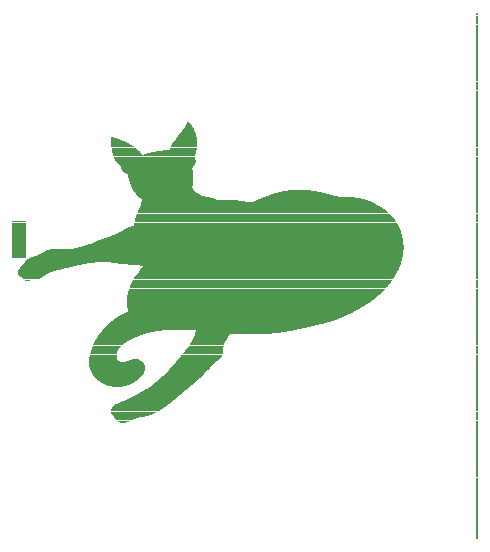
<source format=gtl>
%MOIN*%
%OFA0B0*%
%FSLAX44Y44*%
%IPPOS*%
%LPD*%
%ADD10R,0.000428012570729587X0.000856025141459174*%
D10*
X00017358Y-00000095D02*
X00017431Y-00000095D01*
X00017358Y-00000087D02*
X00017431Y-00000087D01*
X00017358Y-00000078D02*
X00017431Y-00000078D01*
X00017358Y-00000070D02*
X00017431Y-00000070D01*
X00017358Y-00000061D02*
X00017431Y-00000061D01*
X00017358Y-00000052D02*
X00017431Y-00000052D01*
X00017358Y-00000044D02*
X00017431Y-00000044D01*
X00017358Y-00000035D02*
X00017431Y-00000035D01*
X00017358Y-00000027D02*
X00017431Y-00000027D01*
X00017358Y-00000018D02*
X00017431Y-00000018D01*
X00017358Y-00000010D02*
X00017431Y-00000010D01*
X00017358Y-00000001D02*
X00017431Y-00000001D01*
X00017358Y00000007D02*
X00017431Y00000007D01*
X00017358Y00000015D02*
X00017431Y00000015D01*
X00017358Y00000024D02*
X00017431Y00000024D01*
X00017358Y00000032D02*
X00017431Y00000032D01*
X00017358Y00000041D02*
X00017431Y00000041D01*
X00017358Y00000049D02*
X00017431Y00000049D01*
X00017358Y00000058D02*
X00017431Y00000058D01*
X00017358Y00000066D02*
X00017431Y00000066D01*
X00017358Y00000075D02*
X00017431Y00000075D01*
X00017358Y00000084D02*
X00017431Y00000084D01*
X00017358Y00000092D02*
X00017431Y00000092D01*
X00017358Y00000101D02*
X00017431Y00000101D01*
X00017358Y00000109D02*
X00017431Y00000109D01*
X00017358Y00000118D02*
X00017431Y00000118D01*
X00017358Y00000126D02*
X00017431Y00000126D01*
X00017358Y00000135D02*
X00017431Y00000135D01*
X00017358Y00000143D02*
X00017431Y00000143D01*
X00017358Y00000152D02*
X00017431Y00000152D01*
X00017358Y00000161D02*
X00017431Y00000161D01*
X00017358Y00000169D02*
X00017431Y00000169D01*
X00017358Y00000178D02*
X00017431Y00000178D01*
X00017358Y00000186D02*
X00017431Y00000186D01*
X00017358Y00000195D02*
X00017431Y00000195D01*
X00017358Y00000203D02*
X00017431Y00000203D01*
X00017358Y00000212D02*
X00017431Y00000212D01*
X00017358Y00000221D02*
X00017431Y00000221D01*
X00017358Y00000229D02*
X00017431Y00000229D01*
X00017358Y00000238D02*
X00017431Y00000238D01*
X00017358Y00000246D02*
X00017431Y00000246D01*
X00017358Y00000255D02*
X00017431Y00000255D01*
X00017358Y00000263D02*
X00017431Y00000263D01*
X00017358Y00000272D02*
X00017431Y00000272D01*
X00017358Y00000280D02*
X00017431Y00000280D01*
X00017358Y00000289D02*
X00017431Y00000289D01*
X00017358Y00000298D02*
X00017431Y00000298D01*
X00017358Y00000306D02*
X00017431Y00000306D01*
X00017358Y00000315D02*
X00017431Y00000315D01*
X00017358Y00000323D02*
X00017431Y00000323D01*
X00017358Y00000332D02*
X00017431Y00000332D01*
X00017358Y00000340D02*
X00017431Y00000340D01*
X00017358Y00000349D02*
X00017431Y00000349D01*
X00017358Y00000357D02*
X00017431Y00000357D01*
X00017358Y00000366D02*
X00017431Y00000366D01*
X00017358Y00000375D02*
X00017431Y00000375D01*
X00017358Y00000383D02*
X00017431Y00000383D01*
X00017358Y00000392D02*
X00017431Y00000392D01*
X00017358Y00000400D02*
X00017431Y00000400D01*
X00017358Y00000409D02*
X00017431Y00000409D01*
X00017358Y00000417D02*
X00017431Y00000417D01*
X00017358Y00000426D02*
X00017431Y00000426D01*
X00017358Y00000435D02*
X00017431Y00000435D01*
X00017358Y00000443D02*
X00017431Y00000443D01*
X00017358Y00000452D02*
X00017431Y00000452D01*
X00017358Y00000460D02*
X00017431Y00000460D01*
X00017358Y00000469D02*
X00017431Y00000469D01*
X00017358Y00000477D02*
X00017431Y00000477D01*
X00017358Y00000486D02*
X00017431Y00000486D01*
X00017358Y00000494D02*
X00017431Y00000494D01*
X00017358Y00000503D02*
X00017431Y00000503D01*
X00017358Y00000512D02*
X00017431Y00000512D01*
X00017358Y00000520D02*
X00017431Y00000520D01*
X00017358Y00000529D02*
X00017431Y00000529D01*
X00017358Y00000537D02*
X00017431Y00000537D01*
X00017358Y00000546D02*
X00017431Y00000546D01*
X00017358Y00000554D02*
X00017431Y00000554D01*
X00017358Y00000563D02*
X00017431Y00000563D01*
X00017358Y00000571D02*
X00017431Y00000571D01*
X00017358Y00000580D02*
X00017431Y00000580D01*
X00017358Y00000589D02*
X00017431Y00000589D01*
X00017358Y00000597D02*
X00017431Y00000597D01*
X00017358Y00000606D02*
X00017431Y00000606D01*
X00017358Y00000614D02*
X00017431Y00000614D01*
X00017358Y00000623D02*
X00017431Y00000623D01*
X00017358Y00000631D02*
X00017431Y00000631D01*
X00017358Y00000640D02*
X00017431Y00000640D01*
X00017358Y00000649D02*
X00017431Y00000649D01*
X00017358Y00000657D02*
X00017431Y00000657D01*
X00017358Y00000666D02*
X00017431Y00000666D01*
X00017358Y00000674D02*
X00017431Y00000674D01*
X00017358Y00000683D02*
X00017431Y00000683D01*
X00017358Y00000691D02*
X00017431Y00000691D01*
X00017358Y00000700D02*
X00017431Y00000700D01*
X00017358Y00000708D02*
X00017431Y00000708D01*
X00017358Y00000717D02*
X00017431Y00000717D01*
X00017358Y00000726D02*
X00017431Y00000726D01*
X00017358Y00000734D02*
X00017431Y00000734D01*
X00017358Y00000743D02*
X00017431Y00000743D01*
X00017358Y00000751D02*
X00017431Y00000751D01*
X00017358Y00000760D02*
X00017431Y00000760D01*
X00017358Y00000768D02*
X00017431Y00000768D01*
X00017358Y00000777D02*
X00017431Y00000777D01*
X00017358Y00000785D02*
X00017431Y00000785D01*
X00017358Y00000794D02*
X00017431Y00000794D01*
X00017358Y00000803D02*
X00017431Y00000803D01*
X00017358Y00000811D02*
X00017431Y00000811D01*
X00017358Y00000820D02*
X00017431Y00000820D01*
X00017358Y00000828D02*
X00017431Y00000828D01*
X00017358Y00000837D02*
X00017431Y00000837D01*
X00017358Y00000845D02*
X00017431Y00000845D01*
X00017358Y00000854D02*
X00017431Y00000854D01*
X00017358Y00000863D02*
X00017431Y00000863D01*
X00017358Y00000871D02*
X00017431Y00000871D01*
X00017358Y00000880D02*
X00017431Y00000880D01*
X00017358Y00000888D02*
X00017431Y00000888D01*
X00017358Y00000897D02*
X00017431Y00000897D01*
X00017358Y00000905D02*
X00017431Y00000905D01*
X00017358Y00000914D02*
X00017431Y00000914D01*
X00017358Y00000922D02*
X00017431Y00000922D01*
X00017358Y00000931D02*
X00017431Y00000931D01*
X00017358Y00000940D02*
X00017431Y00000940D01*
X00017358Y00000948D02*
X00017431Y00000948D01*
X00017358Y00000957D02*
X00017431Y00000957D01*
X00017358Y00000965D02*
X00017431Y00000965D01*
X00017358Y00000974D02*
X00017431Y00000974D01*
X00017358Y00000982D02*
X00017431Y00000982D01*
X00017358Y00000991D02*
X00017431Y00000991D01*
X00017358Y00000999D02*
X00017431Y00000999D01*
X00017358Y00001008D02*
X00017431Y00001008D01*
X00017358Y00001017D02*
X00017431Y00001017D01*
X00017358Y00001025D02*
X00017431Y00001025D01*
X00017358Y00001034D02*
X00017431Y00001034D01*
X00017358Y00001042D02*
X00017431Y00001042D01*
X00017358Y00001051D02*
X00017431Y00001051D01*
X00017358Y00001059D02*
X00017431Y00001059D01*
X00017358Y00001068D02*
X00017431Y00001068D01*
X00017358Y00001077D02*
X00017431Y00001077D01*
X00017358Y00001085D02*
X00017431Y00001085D01*
X00017358Y00001094D02*
X00017431Y00001094D01*
X00017358Y00001102D02*
X00017431Y00001102D01*
X00017358Y00001111D02*
X00017431Y00001111D01*
X00017358Y00001119D02*
X00017431Y00001119D01*
X00017358Y00001128D02*
X00017431Y00001128D01*
X00017358Y00001136D02*
X00017431Y00001136D01*
X00017358Y00001145D02*
X00017431Y00001145D01*
X00017358Y00001154D02*
X00017431Y00001154D01*
X00017358Y00001162D02*
X00017431Y00001162D01*
X00017358Y00001171D02*
X00017431Y00001171D01*
X00017358Y00001179D02*
X00017431Y00001179D01*
X00017358Y00001188D02*
X00017431Y00001188D01*
X00017358Y00001196D02*
X00017431Y00001196D01*
X00017358Y00001205D02*
X00017431Y00001205D01*
X00017358Y00001213D02*
X00017431Y00001213D01*
X00017358Y00001222D02*
X00017431Y00001222D01*
X00017358Y00001231D02*
X00017431Y00001231D01*
X00017358Y00001239D02*
X00017431Y00001239D01*
X00017358Y00001248D02*
X00017431Y00001248D01*
X00017358Y00001256D02*
X00017431Y00001256D01*
X00017358Y00001265D02*
X00017431Y00001265D01*
X00017358Y00001273D02*
X00017431Y00001273D01*
X00017358Y00001282D02*
X00017431Y00001282D01*
X00017358Y00001291D02*
X00017431Y00001291D01*
X00017358Y00001299D02*
X00017431Y00001299D01*
X00017358Y00001308D02*
X00017431Y00001308D01*
X00017358Y00001316D02*
X00017431Y00001316D01*
X00017358Y00001325D02*
X00017431Y00001325D01*
X00017358Y00001333D02*
X00017431Y00001333D01*
X00017358Y00001342D02*
X00017431Y00001342D01*
X00017358Y00001350D02*
X00017431Y00001350D01*
X00017358Y00001359D02*
X00017431Y00001359D01*
X00017358Y00001368D02*
X00017431Y00001368D01*
X00017358Y00001376D02*
X00017431Y00001376D01*
X00017358Y00001385D02*
X00017431Y00001385D01*
X00017358Y00001393D02*
X00017431Y00001393D01*
X00017358Y00001402D02*
X00017431Y00001402D01*
X00017358Y00001410D02*
X00017431Y00001410D01*
X00017358Y00001419D02*
X00017431Y00001419D01*
X00017358Y00001428D02*
X00017431Y00001428D01*
X00017358Y00001436D02*
X00017431Y00001436D01*
X00017358Y00001445D02*
X00017431Y00001445D01*
X00017358Y00001453D02*
X00017431Y00001453D01*
X00017358Y00001462D02*
X00017431Y00001462D01*
X00017358Y00001470D02*
X00017431Y00001470D01*
X00017358Y00001479D02*
X00017431Y00001479D01*
X00017358Y00001487D02*
X00017431Y00001487D01*
X00017358Y00001496D02*
X00017431Y00001496D01*
X00017358Y00001505D02*
X00017431Y00001505D01*
X00017358Y00001513D02*
X00017431Y00001513D01*
X00017358Y00001522D02*
X00017431Y00001522D01*
X00017358Y00001530D02*
X00017431Y00001530D01*
X00017358Y00001539D02*
X00017431Y00001539D01*
X00017358Y00001547D02*
X00017431Y00001547D01*
X00017358Y00001556D02*
X00017431Y00001556D01*
X00017358Y00001564D02*
X00017431Y00001564D01*
X00017358Y00001573D02*
X00017431Y00001573D01*
X00017358Y00001582D02*
X00017431Y00001582D01*
X00017358Y00001590D02*
X00017431Y00001590D01*
X00017358Y00001599D02*
X00017431Y00001599D01*
X00017358Y00001607D02*
X00017431Y00001607D01*
X00017358Y00001616D02*
X00017431Y00001616D01*
X00017358Y00001624D02*
X00017431Y00001624D01*
X00017358Y00001633D02*
X00017431Y00001633D01*
X00017358Y00001642D02*
X00017431Y00001642D01*
X00017358Y00001650D02*
X00017431Y00001650D01*
X00017358Y00001659D02*
X00017431Y00001659D01*
X00017358Y00001667D02*
X00017431Y00001667D01*
X00017358Y00001676D02*
X00017431Y00001676D01*
X00017358Y00001684D02*
X00017431Y00001684D01*
X00017358Y00001693D02*
X00017431Y00001693D01*
X00017358Y00001701D02*
X00017431Y00001701D01*
X00017358Y00001710D02*
X00017431Y00001710D01*
X00017358Y00001719D02*
X00017431Y00001719D01*
X00017358Y00001727D02*
X00017431Y00001727D01*
X00017358Y00001736D02*
X00017431Y00001736D01*
X00017358Y00001744D02*
X00017431Y00001744D01*
X00017358Y00001753D02*
X00017431Y00001753D01*
X00017358Y00001761D02*
X00017431Y00001761D01*
X00017358Y00001770D02*
X00017431Y00001770D01*
X00017358Y00001778D02*
X00017431Y00001778D01*
X00017358Y00001787D02*
X00017431Y00001787D01*
X00017358Y00001796D02*
X00017431Y00001796D01*
X00017358Y00001804D02*
X00017431Y00001804D01*
X00017358Y00001813D02*
X00017431Y00001813D01*
X00017358Y00001821D02*
X00017431Y00001821D01*
X00017358Y00001830D02*
X00017431Y00001830D01*
X00017358Y00001838D02*
X00017431Y00001838D01*
X00017358Y00001847D02*
X00017431Y00001847D01*
X00017358Y00001856D02*
X00017431Y00001856D01*
X00017358Y00001864D02*
X00017431Y00001864D01*
X00017358Y00001873D02*
X00017431Y00001873D01*
X00017358Y00001881D02*
X00017431Y00001881D01*
X00017358Y00001890D02*
X00017431Y00001890D01*
X00017358Y00001898D02*
X00017431Y00001898D01*
X00017358Y00001907D02*
X00017431Y00001907D01*
X00017358Y00001915D02*
X00017431Y00001915D01*
X00017358Y00001924D02*
X00017431Y00001924D01*
X00017358Y00001933D02*
X00017431Y00001933D01*
X00017358Y00001941D02*
X00017431Y00001941D01*
X00017358Y00001950D02*
X00017431Y00001950D01*
X00017358Y00001958D02*
X00017431Y00001958D01*
X00017358Y00001967D02*
X00017431Y00001967D01*
X00017358Y00001975D02*
X00017431Y00001975D01*
X00017358Y00001984D02*
X00017431Y00001984D01*
X00017358Y00001992D02*
X00017431Y00001992D01*
X00017358Y00002001D02*
X00017431Y00002001D01*
X00017358Y00002010D02*
X00017431Y00002010D01*
X00017358Y00002018D02*
X00017431Y00002018D01*
X00017358Y00002027D02*
X00017431Y00002027D01*
X00017358Y00002035D02*
X00017431Y00002035D01*
X00017358Y00002044D02*
X00017431Y00002044D01*
X00017358Y00002052D02*
X00017431Y00002052D01*
X00017358Y00002061D02*
X00017431Y00002061D01*
X00017358Y00002070D02*
X00017431Y00002070D01*
X00017358Y00002078D02*
X00017431Y00002078D01*
X00017358Y00002087D02*
X00017431Y00002087D01*
X00017358Y00002095D02*
X00017431Y00002095D01*
X00017358Y00002104D02*
X00017431Y00002104D01*
X00017358Y00002112D02*
X00017431Y00002112D01*
X00017358Y00002121D02*
X00017431Y00002121D01*
X00017358Y00002129D02*
X00017431Y00002129D01*
X00017358Y00002138D02*
X00017431Y00002138D01*
X00017358Y00002147D02*
X00017431Y00002147D01*
X00017358Y00002155D02*
X00017431Y00002155D01*
X00017358Y00002164D02*
X00017431Y00002164D01*
X00017358Y00002172D02*
X00017431Y00002172D01*
X00017358Y00002181D02*
X00017431Y00002181D01*
X00017358Y00002189D02*
X00017431Y00002189D01*
X00017358Y00002198D02*
X00017431Y00002198D01*
X00017358Y00002206D02*
X00017431Y00002206D01*
X00017358Y00002215D02*
X00017431Y00002215D01*
X00017358Y00002224D02*
X00017431Y00002224D01*
X00017358Y00002232D02*
X00017431Y00002232D01*
X00017358Y00002241D02*
X00017431Y00002241D01*
X00017358Y00002249D02*
X00017431Y00002249D01*
X00017358Y00002258D02*
X00017431Y00002258D01*
X00017358Y00002266D02*
X00017431Y00002266D01*
X00017358Y00002275D02*
X00017431Y00002275D01*
X00017358Y00002284D02*
X00017431Y00002284D01*
X00017358Y00002292D02*
X00017431Y00002292D01*
X00017358Y00002301D02*
X00017431Y00002301D01*
X00017358Y00002309D02*
X00017431Y00002309D01*
X00017358Y00002318D02*
X00017431Y00002318D01*
X00017358Y00002326D02*
X00017431Y00002326D01*
X00017358Y00002335D02*
X00017431Y00002335D01*
X00017358Y00002343D02*
X00017431Y00002343D01*
X00017358Y00002352D02*
X00017431Y00002352D01*
X00017358Y00002361D02*
X00017431Y00002361D01*
X00017358Y00002369D02*
X00017431Y00002369D01*
X00017358Y00002378D02*
X00017431Y00002378D01*
X00017358Y00002386D02*
X00017431Y00002386D01*
X00017358Y00002395D02*
X00017431Y00002395D01*
X00017358Y00002403D02*
X00017431Y00002403D01*
X00017358Y00002412D02*
X00017431Y00002412D01*
X00017358Y00002420D02*
X00017431Y00002420D01*
X00017358Y00002429D02*
X00017431Y00002429D01*
X00017358Y00002438D02*
X00017431Y00002438D01*
X00017358Y00002446D02*
X00017431Y00002446D01*
X00017358Y00002455D02*
X00017431Y00002455D01*
X00017358Y00002463D02*
X00017431Y00002463D01*
X00017358Y00002472D02*
X00017431Y00002472D01*
X00017358Y00002480D02*
X00017431Y00002480D01*
X00017358Y00002489D02*
X00017431Y00002489D01*
X00017358Y00002498D02*
X00017431Y00002498D01*
X00017358Y00002506D02*
X00017431Y00002506D01*
X00017358Y00002515D02*
X00017431Y00002515D01*
X00017358Y00002523D02*
X00017431Y00002523D01*
X00017358Y00002532D02*
X00017431Y00002532D01*
X00017358Y00002540D02*
X00017431Y00002540D01*
X00017358Y00002549D02*
X00017431Y00002549D01*
X00017358Y00002557D02*
X00017431Y00002557D01*
X00017358Y00002566D02*
X00017431Y00002566D01*
X00017358Y00002575D02*
X00017431Y00002575D01*
X00017358Y00002583D02*
X00017431Y00002583D01*
X00017358Y00002592D02*
X00017431Y00002592D01*
X00017358Y00002600D02*
X00017431Y00002600D01*
X00017358Y00002609D02*
X00017431Y00002609D01*
X00017358Y00002617D02*
X00017431Y00002617D01*
X00017358Y00002626D02*
X00017431Y00002626D01*
X00017358Y00002635D02*
X00017431Y00002635D01*
X00017358Y00002643D02*
X00017431Y00002643D01*
X00017358Y00002652D02*
X00017431Y00002652D01*
X00017358Y00002660D02*
X00017431Y00002660D01*
X00017358Y00002669D02*
X00017431Y00002669D01*
X00017358Y00002677D02*
X00017431Y00002677D01*
X00017358Y00002686D02*
X00017431Y00002686D01*
X00017358Y00002694D02*
X00017431Y00002694D01*
X00017358Y00002703D02*
X00017431Y00002703D01*
X00017358Y00002712D02*
X00017431Y00002712D01*
X00017358Y00002720D02*
X00017431Y00002720D01*
X00017358Y00002729D02*
X00017431Y00002729D01*
X00017358Y00002737D02*
X00017431Y00002737D01*
X00017358Y00002746D02*
X00017431Y00002746D01*
X00017358Y00002754D02*
X00017431Y00002754D01*
X00017358Y00002763D02*
X00017431Y00002763D01*
X00017358Y00002771D02*
X00017431Y00002771D01*
X00017358Y00002780D02*
X00017431Y00002780D01*
X00017358Y00002789D02*
X00017431Y00002789D01*
X00017358Y00002797D02*
X00017431Y00002797D01*
X00017358Y00002806D02*
X00017431Y00002806D01*
X00017358Y00002814D02*
X00017431Y00002814D01*
X00017358Y00002823D02*
X00017431Y00002823D01*
X00017358Y00002831D02*
X00017431Y00002831D01*
X00017358Y00002840D02*
X00017431Y00002840D01*
X00017358Y00002849D02*
X00017431Y00002849D01*
X00017358Y00002857D02*
X00017431Y00002857D01*
X00017358Y00002866D02*
X00017431Y00002866D01*
X00017358Y00002874D02*
X00017431Y00002874D01*
X00017358Y00002883D02*
X00017431Y00002883D01*
X00017358Y00002891D02*
X00017431Y00002891D01*
X00017358Y00002900D02*
X00017431Y00002900D01*
X00017358Y00002908D02*
X00017431Y00002908D01*
X00017358Y00002917D02*
X00017431Y00002917D01*
X00017358Y00002926D02*
X00017431Y00002926D01*
X00017358Y00002934D02*
X00017431Y00002934D01*
X00017358Y00002943D02*
X00017431Y00002943D01*
X00017358Y00002951D02*
X00017431Y00002951D01*
X00017358Y00002960D02*
X00017431Y00002960D01*
X00017358Y00002968D02*
X00017431Y00002968D01*
X00017358Y00002977D02*
X00017431Y00002977D01*
X00017358Y00002985D02*
X00017431Y00002985D01*
X00017358Y00002994D02*
X00017431Y00002994D01*
X00017358Y00003003D02*
X00017431Y00003003D01*
X00017358Y00003011D02*
X00017431Y00003011D01*
X00017358Y00003020D02*
X00017431Y00003020D01*
X00017358Y00003028D02*
X00017431Y00003028D01*
X00017358Y00003037D02*
X00017431Y00003037D01*
X00017358Y00003045D02*
X00017431Y00003045D01*
X00017358Y00003054D02*
X00017431Y00003054D01*
X00017358Y00003063D02*
X00017431Y00003063D01*
X00017358Y00003071D02*
X00017431Y00003071D01*
X00017358Y00003080D02*
X00017431Y00003080D01*
X00017358Y00003088D02*
X00017431Y00003088D01*
X00017358Y00003097D02*
X00017431Y00003097D01*
X00017358Y00003105D02*
X00017431Y00003105D01*
X00017358Y00003114D02*
X00017431Y00003114D01*
X00017358Y00003122D02*
X00017431Y00003122D01*
X00017358Y00003131D02*
X00017431Y00003131D01*
X00017358Y00003140D02*
X00017431Y00003140D01*
X00017358Y00003148D02*
X00017431Y00003148D01*
X00017358Y00003157D02*
X00017431Y00003157D01*
X00017358Y00003165D02*
X00017431Y00003165D01*
X00017358Y00003174D02*
X00017431Y00003174D01*
X00017358Y00003182D02*
X00017431Y00003182D01*
X00017358Y00003191D02*
X00017431Y00003191D01*
X00017358Y00003199D02*
X00017431Y00003199D01*
X00017358Y00003208D02*
X00017431Y00003208D01*
X00017358Y00003217D02*
X00017431Y00003217D01*
X00017358Y00003225D02*
X00017431Y00003225D01*
X00017358Y00003234D02*
X00017431Y00003234D01*
X00017358Y00003242D02*
X00017431Y00003242D01*
X00017358Y00003251D02*
X00017431Y00003251D01*
X00017358Y00003259D02*
X00017431Y00003259D01*
X00017358Y00003268D02*
X00017431Y00003268D01*
X00017358Y00003277D02*
X00017431Y00003277D01*
X00017358Y00003285D02*
X00017431Y00003285D01*
X00017358Y00003294D02*
X00017431Y00003294D01*
X00017358Y00003302D02*
X00017431Y00003302D01*
X00017358Y00003311D02*
X00017431Y00003311D01*
X00017358Y00003319D02*
X00017431Y00003319D01*
X00017358Y00003328D02*
X00017431Y00003328D01*
X00017358Y00003336D02*
X00017431Y00003336D01*
X00017358Y00003345D02*
X00017431Y00003345D01*
X00017358Y00003354D02*
X00017431Y00003354D01*
X00017358Y00003362D02*
X00017431Y00003362D01*
X00017358Y00003371D02*
X00017431Y00003371D01*
X00017358Y00003379D02*
X00017431Y00003379D01*
X00017358Y00003388D02*
X00017431Y00003388D01*
X00017358Y00003396D02*
X00017431Y00003396D01*
X00017358Y00003405D02*
X00017431Y00003405D01*
X00017358Y00003413D02*
X00017431Y00003413D01*
X00017358Y00003422D02*
X00017431Y00003422D01*
X00017358Y00003431D02*
X00017431Y00003431D01*
X00017358Y00003439D02*
X00017431Y00003439D01*
X00017358Y00003448D02*
X00017431Y00003448D01*
X00017358Y00003456D02*
X00017431Y00003456D01*
X00017358Y00003465D02*
X00017431Y00003465D01*
X00017358Y00003473D02*
X00017431Y00003473D01*
X00017358Y00003482D02*
X00017431Y00003482D01*
X00017358Y00003491D02*
X00017431Y00003491D01*
X00017358Y00003499D02*
X00017431Y00003499D01*
X00017358Y00003508D02*
X00017431Y00003508D01*
X00017358Y00003516D02*
X00017431Y00003516D01*
X00017358Y00003525D02*
X00017431Y00003525D01*
X00017358Y00003533D02*
X00017431Y00003533D01*
X00017358Y00003542D02*
X00017431Y00003542D01*
X00017358Y00003550D02*
X00017431Y00003550D01*
X00017358Y00003559D02*
X00017431Y00003559D01*
X00017358Y00003568D02*
X00017431Y00003568D01*
X00017358Y00003576D02*
X00017431Y00003576D01*
X00017358Y00003585D02*
X00017431Y00003585D01*
X00017358Y00003593D02*
X00017431Y00003593D01*
X00017358Y00003602D02*
X00017431Y00003602D01*
X00017358Y00003610D02*
X00017431Y00003610D01*
X00017358Y00003619D02*
X00017431Y00003619D01*
X00017358Y00003627D02*
X00017431Y00003627D01*
X00017358Y00003636D02*
X00017431Y00003636D01*
X00017358Y00003645D02*
X00017431Y00003645D01*
X00017358Y00003653D02*
X00017431Y00003653D01*
X00017358Y00003662D02*
X00017431Y00003662D01*
X00017358Y00003670D02*
X00017431Y00003670D01*
X00017358Y00003679D02*
X00017431Y00003679D01*
X00017358Y00003687D02*
X00017431Y00003687D01*
X00017358Y00003696D02*
X00017431Y00003696D01*
X00017358Y00003705D02*
X00017431Y00003705D01*
X00017358Y00003713D02*
X00017431Y00003713D01*
X00017358Y00003722D02*
X00017431Y00003722D01*
X00017358Y00003730D02*
X00017431Y00003730D01*
X00017358Y00003739D02*
X00017431Y00003739D01*
X00017358Y00003747D02*
X00017431Y00003747D01*
X00017358Y00003756D02*
X00017431Y00003756D01*
X00017358Y00003764D02*
X00017431Y00003764D01*
X00005515Y00003773D02*
X00005643Y00003773D01*
X00017358Y00003773D02*
X00017431Y00003773D01*
X00005489Y00003782D02*
X00005686Y00003782D01*
X00017358Y00003782D02*
X00017431Y00003782D01*
X00005464Y00003790D02*
X00005712Y00003790D01*
X00017358Y00003790D02*
X00017431Y00003790D01*
X00005455Y00003799D02*
X00005738Y00003799D01*
X00017358Y00003799D02*
X00017431Y00003799D01*
X00005438Y00003807D02*
X00005755Y00003807D01*
X00017358Y00003807D02*
X00017431Y00003807D01*
X00005429Y00003816D02*
X00005780Y00003816D01*
X00017358Y00003816D02*
X00017431Y00003816D01*
X00005421Y00003824D02*
X00005798Y00003824D01*
X00017358Y00003824D02*
X00017431Y00003824D01*
X00005412Y00003833D02*
X00005815Y00003833D01*
X00017358Y00003833D02*
X00017431Y00003833D01*
X00005404Y00003841D02*
X00005832Y00003841D01*
X00017358Y00003841D02*
X00017431Y00003841D01*
X00005404Y00003850D02*
X00005849Y00003850D01*
X00017358Y00003850D02*
X00017431Y00003850D01*
X00005395Y00003859D02*
X00005875Y00003859D01*
X00017358Y00003859D02*
X00017431Y00003859D01*
X00005387Y00003867D02*
X00005892Y00003867D01*
X00017358Y00003867D02*
X00017431Y00003867D01*
X00005378Y00003876D02*
X00005917Y00003876D01*
X00017358Y00003876D02*
X00017431Y00003876D01*
X00005370Y00003884D02*
X00005935Y00003884D01*
X00017358Y00003884D02*
X00017431Y00003884D01*
X00005352Y00003893D02*
X00005960Y00003893D01*
X00017358Y00003893D02*
X00017431Y00003893D01*
X00005344Y00003901D02*
X00005986Y00003901D01*
X00017358Y00003901D02*
X00017431Y00003901D01*
X00005335Y00003910D02*
X00006020Y00003910D01*
X00017358Y00003910D02*
X00017431Y00003910D01*
X00005327Y00003919D02*
X00006037Y00003919D01*
X00017358Y00003919D02*
X00017431Y00003919D01*
X00005318Y00003927D02*
X00006080Y00003927D01*
X00017358Y00003927D02*
X00017431Y00003927D01*
X00005318Y00003936D02*
X00006106Y00003936D01*
X00017358Y00003936D02*
X00017431Y00003936D01*
X00005310Y00003944D02*
X00006140Y00003944D01*
X00017358Y00003944D02*
X00017431Y00003944D01*
X00005310Y00003953D02*
X00006174Y00003953D01*
X00017358Y00003953D02*
X00017431Y00003953D01*
X00005301Y00003961D02*
X00006226Y00003961D01*
X00017358Y00003961D02*
X00017431Y00003961D01*
X00005301Y00003970D02*
X00006260Y00003970D01*
X00017358Y00003970D02*
X00017431Y00003970D01*
X00005292Y00003978D02*
X00006311Y00003978D01*
X00017358Y00003978D02*
X00017431Y00003978D01*
X00005275Y00003987D02*
X00006337Y00003987D01*
X00017358Y00003987D02*
X00017431Y00003987D01*
X00005258Y00003996D02*
X00006388Y00003996D01*
X00017358Y00003996D02*
X00017431Y00003996D01*
X00005250Y00004004D02*
X00006422Y00004004D01*
X00017358Y00004004D02*
X00017431Y00004004D01*
X00005250Y00004013D02*
X00006457Y00004013D01*
X00017358Y00004013D02*
X00017431Y00004013D01*
X00005241Y00004021D02*
X00006482Y00004021D01*
X00017358Y00004021D02*
X00017431Y00004021D01*
X00005233Y00004030D02*
X00006508Y00004030D01*
X00017358Y00004030D02*
X00017431Y00004030D01*
X00005224Y00004038D02*
X00006525Y00004038D01*
X00017358Y00004038D02*
X00017431Y00004038D01*
X00005224Y00004047D02*
X00006551Y00004047D01*
X00017358Y00004047D02*
X00017431Y00004047D01*
X00005215Y00004056D02*
X00006568Y00004056D01*
X00017358Y00004056D02*
X00017431Y00004056D01*
X00005215Y00004064D02*
X00006594Y00004064D01*
X00017358Y00004064D02*
X00017431Y00004064D01*
X00005215Y00004073D02*
X00006602Y00004073D01*
X00017358Y00004073D02*
X00017431Y00004073D01*
X00005207Y00004081D02*
X00006619Y00004081D01*
X00017358Y00004081D02*
X00017431Y00004081D01*
X00005207Y00004090D02*
X00006636Y00004090D01*
X00017358Y00004090D02*
X00017431Y00004090D01*
X00005207Y00004098D02*
X00006654Y00004098D01*
X00017358Y00004098D02*
X00017431Y00004098D01*
X00005207Y00004107D02*
X00006671Y00004107D01*
X00017358Y00004107D02*
X00017431Y00004107D01*
X00005198Y00004115D02*
X00006696Y00004115D01*
X00017358Y00004115D02*
X00017431Y00004115D01*
X00005198Y00004124D02*
X00006714Y00004124D01*
X00017358Y00004124D02*
X00017431Y00004124D01*
X00005198Y00004133D02*
X00006731Y00004133D01*
X00017358Y00004133D02*
X00017431Y00004133D01*
X00005198Y00004141D02*
X00006748Y00004141D01*
X00017358Y00004141D02*
X00017431Y00004141D01*
X00005198Y00004150D02*
X00006765Y00004150D01*
X00017358Y00004150D02*
X00017431Y00004150D01*
X00005198Y00004158D02*
X00006782Y00004158D01*
X00017358Y00004158D02*
X00017431Y00004158D01*
X00005198Y00004167D02*
X00006799Y00004167D01*
X00017358Y00004167D02*
X00017431Y00004167D01*
X00005198Y00004175D02*
X00006816Y00004175D01*
X00017358Y00004175D02*
X00017431Y00004175D01*
X00005198Y00004184D02*
X00006825Y00004184D01*
X00017358Y00004184D02*
X00017431Y00004184D01*
X00005198Y00004192D02*
X00006842Y00004192D01*
X00017358Y00004192D02*
X00017431Y00004192D01*
X00005198Y00004201D02*
X00006859Y00004201D01*
X00017358Y00004201D02*
X00017431Y00004201D01*
X00005207Y00004210D02*
X00006868Y00004210D01*
X00017358Y00004210D02*
X00017431Y00004210D01*
X00005207Y00004218D02*
X00006885Y00004218D01*
X00017358Y00004218D02*
X00017431Y00004218D01*
X00005207Y00004227D02*
X00006893Y00004227D01*
X00017358Y00004227D02*
X00017431Y00004227D01*
X00005215Y00004235D02*
X00006910Y00004235D01*
X00017358Y00004235D02*
X00017431Y00004235D01*
X00005215Y00004244D02*
X00006919Y00004244D01*
X00017358Y00004244D02*
X00017431Y00004244D01*
X00005215Y00004252D02*
X00006936Y00004252D01*
X00017358Y00004252D02*
X00017431Y00004252D01*
X00005224Y00004261D02*
X00006945Y00004261D01*
X00017358Y00004261D02*
X00017431Y00004261D01*
X00005233Y00004270D02*
X00006962Y00004270D01*
X00017358Y00004270D02*
X00017431Y00004270D01*
X00005233Y00004278D02*
X00006970Y00004278D01*
X00017358Y00004278D02*
X00017431Y00004278D01*
X00005241Y00004287D02*
X00006987Y00004287D01*
X00017358Y00004287D02*
X00017431Y00004287D01*
X00005250Y00004295D02*
X00006996Y00004295D01*
X00017358Y00004295D02*
X00017431Y00004295D01*
X00005250Y00004304D02*
X00007013Y00004304D01*
X00017358Y00004304D02*
X00017431Y00004304D01*
X00005258Y00004312D02*
X00007022Y00004312D01*
X00017358Y00004312D02*
X00017431Y00004312D01*
X00005267Y00004321D02*
X00007030Y00004321D01*
X00017358Y00004321D02*
X00017431Y00004321D01*
X00005275Y00004329D02*
X00007039Y00004329D01*
X00017358Y00004329D02*
X00017431Y00004329D01*
X00005284Y00004338D02*
X00007056Y00004338D01*
X00017358Y00004338D02*
X00017431Y00004338D01*
X00005292Y00004347D02*
X00007064Y00004347D01*
X00017358Y00004347D02*
X00017431Y00004347D01*
X00005310Y00004355D02*
X00007082Y00004355D01*
X00017358Y00004355D02*
X00017431Y00004355D01*
X00005318Y00004364D02*
X00007090Y00004364D01*
X00017358Y00004364D02*
X00017431Y00004364D01*
X00005335Y00004372D02*
X00007099Y00004372D01*
X00017358Y00004372D02*
X00017431Y00004372D01*
X00005344Y00004381D02*
X00007107Y00004381D01*
X00017358Y00004381D02*
X00017431Y00004381D01*
X00005361Y00004389D02*
X00007124Y00004389D01*
X00017358Y00004389D02*
X00017431Y00004389D01*
X00005378Y00004398D02*
X00007133Y00004398D01*
X00017358Y00004398D02*
X00017431Y00004398D01*
X00005404Y00004406D02*
X00007150Y00004406D01*
X00017358Y00004406D02*
X00017431Y00004406D01*
X00005421Y00004415D02*
X00007150Y00004415D01*
X00017358Y00004415D02*
X00017431Y00004415D01*
X00005438Y00004424D02*
X00007167Y00004424D01*
X00017358Y00004424D02*
X00017431Y00004424D01*
X00005464Y00004432D02*
X00007176Y00004432D01*
X00017358Y00004432D02*
X00017431Y00004432D01*
X00005481Y00004441D02*
X00007193Y00004441D01*
X00017358Y00004441D02*
X00017431Y00004441D01*
X00005506Y00004449D02*
X00007201Y00004449D01*
X00017358Y00004449D02*
X00017431Y00004449D01*
X00005532Y00004458D02*
X00007210Y00004458D01*
X00017358Y00004458D02*
X00017431Y00004458D01*
X00005549Y00004466D02*
X00007219Y00004466D01*
X00017358Y00004466D02*
X00017431Y00004466D01*
X00005575Y00004475D02*
X00007236Y00004475D01*
X00017358Y00004475D02*
X00017431Y00004475D01*
X00005592Y00004484D02*
X00007244Y00004484D01*
X00017358Y00004484D02*
X00017431Y00004484D01*
X00005609Y00004492D02*
X00007253Y00004492D01*
X00017358Y00004492D02*
X00017431Y00004492D01*
X00005626Y00004501D02*
X00007261Y00004501D01*
X00017358Y00004501D02*
X00017431Y00004501D01*
X00005652Y00004509D02*
X00007270Y00004509D01*
X00017358Y00004509D02*
X00017431Y00004509D01*
X00005669Y00004518D02*
X00007287Y00004518D01*
X00017358Y00004518D02*
X00017431Y00004518D01*
X00005686Y00004526D02*
X00007296Y00004526D01*
X00017358Y00004526D02*
X00017431Y00004526D01*
X00005703Y00004535D02*
X00007304Y00004535D01*
X00017358Y00004535D02*
X00017431Y00004535D01*
X00005729Y00004543D02*
X00007313Y00004543D01*
X00017358Y00004543D02*
X00017431Y00004543D01*
X00005738Y00004552D02*
X00007321Y00004552D01*
X00017358Y00004552D02*
X00017431Y00004552D01*
X00005763Y00004561D02*
X00007330Y00004561D01*
X00017358Y00004561D02*
X00017431Y00004561D01*
X00005780Y00004569D02*
X00007347Y00004569D01*
X00017358Y00004569D02*
X00017431Y00004569D01*
X00005798Y00004578D02*
X00007356Y00004578D01*
X00017358Y00004578D02*
X00017431Y00004578D01*
X00005806Y00004586D02*
X00007364Y00004586D01*
X00017358Y00004586D02*
X00017431Y00004586D01*
X00005832Y00004595D02*
X00007373Y00004595D01*
X00017358Y00004595D02*
X00017431Y00004595D01*
X00005849Y00004603D02*
X00007381Y00004603D01*
X00017358Y00004603D02*
X00017431Y00004603D01*
X00005866Y00004612D02*
X00007398Y00004612D01*
X00017358Y00004612D02*
X00017431Y00004612D01*
X00005883Y00004620D02*
X00007407Y00004620D01*
X00017358Y00004620D02*
X00017431Y00004620D01*
X00005900Y00004629D02*
X00007415Y00004629D01*
X00017358Y00004629D02*
X00017431Y00004629D01*
X00005917Y00004638D02*
X00007424Y00004638D01*
X00017358Y00004638D02*
X00017431Y00004638D01*
X00005934Y00004646D02*
X00007441Y00004646D01*
X00017358Y00004646D02*
X00017431Y00004646D01*
X00005943Y00004655D02*
X00007450Y00004655D01*
X00017358Y00004655D02*
X00017431Y00004655D01*
X00005969Y00004663D02*
X00007458Y00004663D01*
X00017358Y00004663D02*
X00017431Y00004663D01*
X00005986Y00004672D02*
X00007467Y00004672D01*
X00017358Y00004672D02*
X00017431Y00004672D01*
X00005994Y00004680D02*
X00007475Y00004680D01*
X00017358Y00004680D02*
X00017431Y00004680D01*
X00006012Y00004689D02*
X00007484Y00004689D01*
X00017358Y00004689D02*
X00017431Y00004689D01*
X00006029Y00004698D02*
X00007493Y00004698D01*
X00017358Y00004698D02*
X00017431Y00004698D01*
X00006046Y00004706D02*
X00007510Y00004706D01*
X00017358Y00004706D02*
X00017431Y00004706D01*
X00006063Y00004715D02*
X00007518Y00004715D01*
X00017358Y00004715D02*
X00017431Y00004715D01*
X00006071Y00004723D02*
X00007527Y00004723D01*
X00017358Y00004723D02*
X00017431Y00004723D01*
X00006097Y00004732D02*
X00007535Y00004732D01*
X00017358Y00004732D02*
X00017431Y00004732D01*
X00006106Y00004740D02*
X00007544Y00004740D01*
X00017358Y00004740D02*
X00017431Y00004740D01*
X00006123Y00004749D02*
X00007552Y00004749D01*
X00017358Y00004749D02*
X00017431Y00004749D01*
X00006140Y00004757D02*
X00007561Y00004757D01*
X00017358Y00004757D02*
X00017431Y00004757D01*
X00006157Y00004766D02*
X00007578Y00004766D01*
X00017358Y00004766D02*
X00017431Y00004766D01*
X00006166Y00004775D02*
X00007587Y00004775D01*
X00017358Y00004775D02*
X00017431Y00004775D01*
X00006183Y00004783D02*
X00007595Y00004783D01*
X00017358Y00004783D02*
X00017431Y00004783D01*
X00006200Y00004792D02*
X00007604Y00004792D01*
X00017358Y00004792D02*
X00017431Y00004792D01*
X00006217Y00004800D02*
X00007621Y00004800D01*
X00017358Y00004800D02*
X00017431Y00004800D01*
X00006226Y00004809D02*
X00007629Y00004809D01*
X00017358Y00004809D02*
X00017431Y00004809D01*
X00006243Y00004817D02*
X00007638Y00004817D01*
X00017358Y00004817D02*
X00017431Y00004817D01*
X00006260Y00004826D02*
X00007647Y00004826D01*
X00017358Y00004826D02*
X00017431Y00004826D01*
X00006277Y00004834D02*
X00007655Y00004834D01*
X00017358Y00004834D02*
X00017431Y00004834D01*
X00006285Y00004843D02*
X00007672Y00004843D01*
X00017358Y00004843D02*
X00017431Y00004843D01*
X00006303Y00004852D02*
X00007681Y00004852D01*
X00017358Y00004852D02*
X00017431Y00004852D01*
X00006320Y00004860D02*
X00007689Y00004860D01*
X00017358Y00004860D02*
X00017431Y00004860D01*
X00006337Y00004869D02*
X00007698Y00004869D01*
X00017358Y00004869D02*
X00017431Y00004869D01*
X00006345Y00004877D02*
X00007715Y00004877D01*
X00017358Y00004877D02*
X00017431Y00004877D01*
X00006362Y00004886D02*
X00007724Y00004886D01*
X00017358Y00004886D02*
X00017431Y00004886D01*
X00006380Y00004894D02*
X00007732Y00004894D01*
X00017358Y00004894D02*
X00017431Y00004894D01*
X00006397Y00004903D02*
X00007741Y00004903D01*
X00017358Y00004903D02*
X00017431Y00004903D01*
X00006414Y00004912D02*
X00007749Y00004912D01*
X00017358Y00004912D02*
X00017431Y00004912D01*
X00006431Y00004920D02*
X00007758Y00004920D01*
X00017358Y00004920D02*
X00017431Y00004920D01*
X00006440Y00004929D02*
X00007766Y00004929D01*
X00017358Y00004929D02*
X00017431Y00004929D01*
X00006457Y00004937D02*
X00007784Y00004937D01*
X00017358Y00004937D02*
X00017431Y00004937D01*
X00006465Y00004946D02*
X00007792Y00004946D01*
X00017358Y00004946D02*
X00017431Y00004946D01*
X00006482Y00004954D02*
X00007801Y00004954D01*
X00017358Y00004954D02*
X00017431Y00004954D01*
X00006491Y00004963D02*
X00007809Y00004963D01*
X00017358Y00004963D02*
X00017431Y00004963D01*
X00005275Y00004971D02*
X00005541Y00004971D01*
X00006508Y00004971D02*
X00007818Y00004971D01*
X00017358Y00004971D02*
X00017431Y00004971D01*
X00005215Y00004980D02*
X00005584Y00004980D01*
X00006517Y00004980D02*
X00007835Y00004980D01*
X00017358Y00004980D02*
X00017431Y00004980D01*
X00005164Y00004989D02*
X00005635Y00004989D01*
X00006534Y00004989D02*
X00007843Y00004989D01*
X00017358Y00004989D02*
X00017431Y00004989D01*
X00005138Y00004997D02*
X00005661Y00004997D01*
X00006542Y00004997D02*
X00007852Y00004997D01*
X00017358Y00004997D02*
X00017431Y00004997D01*
X00005104Y00005006D02*
X00005703Y00005006D01*
X00006559Y00005006D02*
X00007861Y00005006D01*
X00017358Y00005006D02*
X00017431Y00005006D01*
X00005078Y00005014D02*
X00005729Y00005014D01*
X00006568Y00005014D02*
X00007869Y00005014D01*
X00017358Y00005014D02*
X00017431Y00005014D01*
X00005053Y00005023D02*
X00005755Y00005023D01*
X00006576Y00005023D02*
X00007886Y00005023D01*
X00017358Y00005023D02*
X00017431Y00005023D01*
X00005027Y00005031D02*
X00005772Y00005031D01*
X00006585Y00005031D02*
X00007895Y00005031D01*
X00017358Y00005031D02*
X00017431Y00005031D01*
X00005001Y00005040D02*
X00005806Y00005040D01*
X00006594Y00005040D02*
X00007903Y00005040D01*
X00017358Y00005040D02*
X00017431Y00005040D01*
X00004984Y00005048D02*
X00005823Y00005048D01*
X00006602Y00005048D02*
X00007912Y00005048D01*
X00017358Y00005048D02*
X00017431Y00005048D01*
X00004967Y00005057D02*
X00005840Y00005057D01*
X00006611Y00005057D02*
X00007921Y00005057D01*
X00017358Y00005057D02*
X00017431Y00005057D01*
X00004950Y00005066D02*
X00005866Y00005066D01*
X00006619Y00005066D02*
X00007929Y00005066D01*
X00017358Y00005066D02*
X00017431Y00005066D01*
X00004933Y00005074D02*
X00005883Y00005074D01*
X00006636Y00005074D02*
X00007938Y00005074D01*
X00017358Y00005074D02*
X00017431Y00005074D01*
X00004916Y00005083D02*
X00005900Y00005083D01*
X00006645Y00005083D02*
X00007955Y00005083D01*
X00017358Y00005083D02*
X00017431Y00005083D01*
X00004899Y00005091D02*
X00005917Y00005091D01*
X00006654Y00005091D02*
X00007963Y00005091D01*
X00017358Y00005091D02*
X00017431Y00005091D01*
X00004882Y00005100D02*
X00005926Y00005100D01*
X00006662Y00005100D02*
X00007972Y00005100D01*
X00017358Y00005100D02*
X00017431Y00005100D01*
X00004873Y00005108D02*
X00005943Y00005108D01*
X00006679Y00005108D02*
X00007980Y00005108D01*
X00017358Y00005108D02*
X00017431Y00005108D01*
X00004856Y00005117D02*
X00005960Y00005117D01*
X00006688Y00005117D02*
X00007989Y00005117D01*
X00017358Y00005117D02*
X00017431Y00005117D01*
X00004839Y00005126D02*
X00005977Y00005126D01*
X00006696Y00005126D02*
X00008006Y00005126D01*
X00017358Y00005126D02*
X00017431Y00005126D01*
X00004830Y00005134D02*
X00005986Y00005134D01*
X00006705Y00005134D02*
X00008015Y00005134D01*
X00017358Y00005134D02*
X00017431Y00005134D01*
X00004813Y00005143D02*
X00006003Y00005143D01*
X00006713Y00005143D02*
X00008023Y00005143D01*
X00017358Y00005143D02*
X00017431Y00005143D01*
X00004805Y00005151D02*
X00006012Y00005151D01*
X00006722Y00005151D02*
X00008032Y00005151D01*
X00017358Y00005151D02*
X00017431Y00005151D01*
X00004796Y00005160D02*
X00006029Y00005160D01*
X00006739Y00005160D02*
X00008040Y00005160D01*
X00017358Y00005160D02*
X00017431Y00005160D01*
X00004779Y00005168D02*
X00006037Y00005168D01*
X00006748Y00005168D02*
X00008049Y00005168D01*
X00017358Y00005168D02*
X00017431Y00005168D01*
X00004770Y00005177D02*
X00006054Y00005177D01*
X00006756Y00005177D02*
X00008057Y00005177D01*
X00017358Y00005177D02*
X00017431Y00005177D01*
X00004762Y00005185D02*
X00006063Y00005185D01*
X00006765Y00005185D02*
X00008066Y00005185D01*
X00017358Y00005185D02*
X00017431Y00005185D01*
X00004745Y00005194D02*
X00006080Y00005194D01*
X00006773Y00005194D02*
X00008075Y00005194D01*
X00017358Y00005194D02*
X00017431Y00005194D01*
X00004736Y00005203D02*
X00006089Y00005203D01*
X00006782Y00005203D02*
X00008083Y00005203D01*
X00017358Y00005203D02*
X00017431Y00005203D01*
X00004727Y00005211D02*
X00006097Y00005211D01*
X00006791Y00005211D02*
X00008100Y00005211D01*
X00017358Y00005211D02*
X00017431Y00005211D01*
X00004719Y00005220D02*
X00006106Y00005220D01*
X00006808Y00005220D02*
X00008109Y00005220D01*
X00017358Y00005220D02*
X00017431Y00005220D01*
X00004710Y00005228D02*
X00006123Y00005228D01*
X00006816Y00005228D02*
X00008117Y00005228D01*
X00017358Y00005228D02*
X00017431Y00005228D01*
X00004702Y00005237D02*
X00006131Y00005237D01*
X00006825Y00005237D02*
X00008126Y00005237D01*
X00017358Y00005237D02*
X00017431Y00005237D01*
X00004693Y00005245D02*
X00006140Y00005245D01*
X00006833Y00005245D02*
X00008135Y00005245D01*
X00017358Y00005245D02*
X00017431Y00005245D01*
X00004685Y00005254D02*
X00006149Y00005254D01*
X00006842Y00005254D02*
X00008143Y00005254D01*
X00017358Y00005254D02*
X00017431Y00005254D01*
X00004676Y00005262D02*
X00006157Y00005262D01*
X00006850Y00005262D02*
X00008152Y00005262D01*
X00017358Y00005262D02*
X00017431Y00005262D01*
X00004668Y00005271D02*
X00006166Y00005271D01*
X00006859Y00005271D02*
X00008160Y00005271D01*
X00017358Y00005271D02*
X00017431Y00005271D01*
X00004659Y00005280D02*
X00006174Y00005280D01*
X00006876Y00005280D02*
X00008177Y00005280D01*
X00017358Y00005280D02*
X00017431Y00005280D01*
X00004650Y00005288D02*
X00006183Y00005288D01*
X00006885Y00005288D02*
X00008186Y00005288D01*
X00017358Y00005288D02*
X00017431Y00005288D01*
X00004642Y00005297D02*
X00006191Y00005297D01*
X00006893Y00005297D02*
X00008194Y00005297D01*
X00017358Y00005297D02*
X00017431Y00005297D01*
X00004633Y00005305D02*
X00006200Y00005305D01*
X00006902Y00005305D02*
X00008203Y00005305D01*
X00017358Y00005305D02*
X00017431Y00005305D01*
X00004625Y00005314D02*
X00006208Y00005314D01*
X00006910Y00005314D02*
X00008212Y00005314D01*
X00017358Y00005314D02*
X00017431Y00005314D01*
X00004625Y00005322D02*
X00006217Y00005322D01*
X00006919Y00005322D02*
X00008220Y00005322D01*
X00017358Y00005322D02*
X00017431Y00005322D01*
X00004616Y00005331D02*
X00006217Y00005331D01*
X00006927Y00005331D02*
X00008229Y00005331D01*
X00017358Y00005331D02*
X00017431Y00005331D01*
X00004608Y00005340D02*
X00006226Y00005340D01*
X00006936Y00005340D02*
X00008237Y00005340D01*
X00017358Y00005340D02*
X00017431Y00005340D01*
X00004599Y00005348D02*
X00006234Y00005348D01*
X00006953Y00005348D02*
X00008246Y00005348D01*
X00017358Y00005348D02*
X00017431Y00005348D01*
X00004599Y00005357D02*
X00006243Y00005357D01*
X00006962Y00005357D02*
X00008254Y00005357D01*
X00017358Y00005357D02*
X00017431Y00005357D01*
X00004591Y00005365D02*
X00006243Y00005365D01*
X00006970Y00005365D02*
X00008263Y00005365D01*
X00017358Y00005365D02*
X00017431Y00005365D01*
X00004582Y00005374D02*
X00006251Y00005374D01*
X00006979Y00005374D02*
X00008271Y00005374D01*
X00017358Y00005374D02*
X00017431Y00005374D01*
X00004582Y00005382D02*
X00006260Y00005382D01*
X00006987Y00005382D02*
X00008280Y00005382D01*
X00017358Y00005382D02*
X00017431Y00005382D01*
X00004573Y00005391D02*
X00006260Y00005391D01*
X00006996Y00005391D02*
X00008289Y00005391D01*
X00017358Y00005391D02*
X00017431Y00005391D01*
X00004565Y00005399D02*
X00006268Y00005399D01*
X00007005Y00005399D02*
X00008297Y00005399D01*
X00017358Y00005399D02*
X00017431Y00005399D01*
X00004565Y00005408D02*
X00006277Y00005408D01*
X00007013Y00005408D02*
X00008306Y00005408D01*
X00017358Y00005408D02*
X00017431Y00005408D01*
X00004565Y00005417D02*
X00006277Y00005417D01*
X00007022Y00005417D02*
X00008314Y00005417D01*
X00017358Y00005417D02*
X00017431Y00005417D01*
X00004556Y00005425D02*
X00006277Y00005425D01*
X00007030Y00005425D02*
X00008323Y00005425D01*
X00017358Y00005425D02*
X00017431Y00005425D01*
X00004548Y00005434D02*
X00006286Y00005434D01*
X00007039Y00005434D02*
X00008331Y00005434D01*
X00017358Y00005434D02*
X00017431Y00005434D01*
X00004548Y00005442D02*
X00006286Y00005442D01*
X00007047Y00005442D02*
X00008340Y00005442D01*
X00017358Y00005442D02*
X00017431Y00005442D01*
X00004539Y00005451D02*
X00006294Y00005451D01*
X00007056Y00005451D02*
X00008349Y00005451D01*
X00017358Y00005451D02*
X00017431Y00005451D01*
X00004539Y00005459D02*
X00006294Y00005459D01*
X00007064Y00005459D02*
X00008357Y00005459D01*
X00017358Y00005459D02*
X00017431Y00005459D01*
X00004531Y00005468D02*
X00006303Y00005468D01*
X00007073Y00005468D02*
X00008366Y00005468D01*
X00017358Y00005468D02*
X00017431Y00005468D01*
X00004531Y00005477D02*
X00006303Y00005477D01*
X00007082Y00005477D02*
X00008374Y00005477D01*
X00017358Y00005477D02*
X00017431Y00005477D01*
X00004531Y00005485D02*
X00006311Y00005485D01*
X00007090Y00005485D02*
X00008383Y00005485D01*
X00017358Y00005485D02*
X00017431Y00005485D01*
X00004522Y00005494D02*
X00006311Y00005494D01*
X00007099Y00005494D02*
X00008391Y00005494D01*
X00017358Y00005494D02*
X00017431Y00005494D01*
X00004522Y00005502D02*
X00006311Y00005502D01*
X00007107Y00005502D02*
X00008400Y00005502D01*
X00017358Y00005502D02*
X00017431Y00005502D01*
X00004522Y00005511D02*
X00006320Y00005511D01*
X00007116Y00005511D02*
X00008408Y00005511D01*
X00017358Y00005511D02*
X00017431Y00005511D01*
X00004513Y00005519D02*
X00006320Y00005519D01*
X00007124Y00005519D02*
X00008417Y00005519D01*
X00017358Y00005519D02*
X00017431Y00005519D01*
X00004513Y00005528D02*
X00006320Y00005528D01*
X00007133Y00005528D02*
X00008426Y00005528D01*
X00017358Y00005528D02*
X00017431Y00005528D01*
X00004513Y00005536D02*
X00006320Y00005536D01*
X00007133Y00005536D02*
X00008434Y00005536D01*
X00017358Y00005536D02*
X00017431Y00005536D01*
X00004505Y00005545D02*
X00006328Y00005545D01*
X00007141Y00005545D02*
X00008443Y00005545D01*
X00017358Y00005545D02*
X00017431Y00005545D01*
X00004505Y00005554D02*
X00006328Y00005554D01*
X00007150Y00005554D02*
X00008451Y00005554D01*
X00017358Y00005554D02*
X00017431Y00005554D01*
X00004505Y00005562D02*
X00006328Y00005562D01*
X00007159Y00005562D02*
X00008460Y00005562D01*
X00017358Y00005562D02*
X00017431Y00005562D01*
X00004496Y00005571D02*
X00006328Y00005571D01*
X00007167Y00005571D02*
X00008468Y00005571D01*
X00017358Y00005571D02*
X00017431Y00005571D01*
X00004496Y00005579D02*
X00006328Y00005579D01*
X00007176Y00005579D02*
X00008477Y00005579D01*
X00017358Y00005579D02*
X00017431Y00005579D01*
X00004496Y00005588D02*
X00006328Y00005588D01*
X00007184Y00005588D02*
X00008485Y00005588D01*
X00017358Y00005588D02*
X00017431Y00005588D01*
X00004496Y00005596D02*
X00006328Y00005596D01*
X00007193Y00005596D02*
X00008485Y00005596D01*
X00017358Y00005596D02*
X00017431Y00005596D01*
X00004488Y00005605D02*
X00006328Y00005605D01*
X00007201Y00005605D02*
X00008494Y00005605D01*
X00017358Y00005605D02*
X00017431Y00005605D01*
X00004488Y00005613D02*
X00006328Y00005613D01*
X00007210Y00005613D02*
X00008503Y00005613D01*
X00017358Y00005613D02*
X00017431Y00005613D01*
X00004488Y00005622D02*
X00006328Y00005622D01*
X00007219Y00005622D02*
X00008511Y00005622D01*
X00017358Y00005622D02*
X00017431Y00005622D01*
X00004488Y00005631D02*
X00006328Y00005631D01*
X00007227Y00005631D02*
X00008520Y00005631D01*
X00017358Y00005631D02*
X00017431Y00005631D01*
X00004479Y00005639D02*
X00006328Y00005639D01*
X00007227Y00005639D02*
X00008528Y00005639D01*
X00017358Y00005639D02*
X00017431Y00005639D01*
X00004479Y00005648D02*
X00006328Y00005648D01*
X00007236Y00005648D02*
X00008537Y00005648D01*
X00017358Y00005648D02*
X00017431Y00005648D01*
X00004479Y00005656D02*
X00006320Y00005656D01*
X00007244Y00005656D02*
X00008545Y00005656D01*
X00017358Y00005656D02*
X00017431Y00005656D01*
X00004479Y00005665D02*
X00006320Y00005665D01*
X00007253Y00005665D02*
X00008554Y00005665D01*
X00017358Y00005665D02*
X00017431Y00005665D01*
X00004479Y00005673D02*
X00006320Y00005673D01*
X00007261Y00005673D02*
X00008563Y00005673D01*
X00017358Y00005673D02*
X00017431Y00005673D01*
X00004479Y00005682D02*
X00006311Y00005682D01*
X00007270Y00005682D02*
X00008571Y00005682D01*
X00017358Y00005682D02*
X00017431Y00005682D01*
X00004479Y00005691D02*
X00006311Y00005691D01*
X00007278Y00005691D02*
X00008580Y00005691D01*
X00017358Y00005691D02*
X00017431Y00005691D01*
X00004479Y00005699D02*
X00006311Y00005699D01*
X00007278Y00005699D02*
X00008588Y00005699D01*
X00017358Y00005699D02*
X00017431Y00005699D01*
X00004471Y00005708D02*
X00006303Y00005708D01*
X00007287Y00005708D02*
X00008597Y00005708D01*
X00017358Y00005708D02*
X00017431Y00005708D01*
X00004471Y00005716D02*
X00006303Y00005716D01*
X00007296Y00005716D02*
X00008605Y00005716D01*
X00017358Y00005716D02*
X00017431Y00005716D01*
X00004471Y00005725D02*
X00006294Y00005725D01*
X00007304Y00005725D02*
X00008614Y00005725D01*
X00017358Y00005725D02*
X00017431Y00005725D01*
X00004471Y00005733D02*
X00006294Y00005733D01*
X00007313Y00005733D02*
X00008622Y00005733D01*
X00017358Y00005733D02*
X00017431Y00005733D01*
X00004471Y00005742D02*
X00006286Y00005742D01*
X00007321Y00005742D02*
X00008631Y00005742D01*
X00017358Y00005742D02*
X00017431Y00005742D01*
X00004471Y00005750D02*
X00006277Y00005750D01*
X00007321Y00005750D02*
X00008640Y00005750D01*
X00017358Y00005750D02*
X00017431Y00005750D01*
X00004471Y00005759D02*
X00006268Y00005759D01*
X00007330Y00005759D02*
X00008648Y00005759D01*
X00017358Y00005759D02*
X00017431Y00005759D01*
X00004471Y00005768D02*
X00006268Y00005768D01*
X00007338Y00005768D02*
X00008657Y00005768D01*
X00017358Y00005768D02*
X00017431Y00005768D01*
X00004471Y00005776D02*
X00006260Y00005776D01*
X00007347Y00005776D02*
X00008665Y00005776D01*
X00017358Y00005776D02*
X00017431Y00005776D01*
X00004471Y00005785D02*
X00006251Y00005785D01*
X00007355Y00005785D02*
X00008674Y00005785D01*
X00017358Y00005785D02*
X00017431Y00005785D01*
X00004471Y00005793D02*
X00005515Y00005793D01*
X00005661Y00005793D02*
X00006243Y00005793D01*
X00007364Y00005793D02*
X00008682Y00005793D01*
X00017358Y00005793D02*
X00017431Y00005793D01*
X00004471Y00005802D02*
X00005498Y00005802D01*
X00005678Y00005802D02*
X00006234Y00005802D01*
X00007364Y00005802D02*
X00008691Y00005802D01*
X00017358Y00005802D02*
X00017431Y00005802D01*
X00004471Y00005810D02*
X00005481Y00005810D01*
X00005712Y00005810D02*
X00006226Y00005810D01*
X00007373Y00005810D02*
X00008700Y00005810D01*
X00017358Y00005810D02*
X00017431Y00005810D01*
X00004471Y00005819D02*
X00005464Y00005819D01*
X00005729Y00005819D02*
X00006208Y00005819D01*
X00007381Y00005819D02*
X00008708Y00005819D01*
X00017358Y00005819D02*
X00017431Y00005819D01*
X00004471Y00005827D02*
X00005447Y00005827D01*
X00005755Y00005827D02*
X00006200Y00005827D01*
X00007390Y00005827D02*
X00008717Y00005827D01*
X00017358Y00005827D02*
X00017431Y00005827D01*
X00004471Y00005836D02*
X00005429Y00005836D01*
X00005772Y00005836D02*
X00006191Y00005836D01*
X00007398Y00005836D02*
X00008725Y00005836D01*
X00017358Y00005836D02*
X00017431Y00005836D01*
X00004471Y00005845D02*
X00005421Y00005845D01*
X00005798Y00005845D02*
X00006174Y00005845D01*
X00007407Y00005845D02*
X00008742Y00005845D01*
X00017358Y00005845D02*
X00017431Y00005845D01*
X00004471Y00005853D02*
X00005412Y00005853D01*
X00005815Y00005853D02*
X00006166Y00005853D01*
X00007407Y00005853D02*
X00008742Y00005853D01*
X00017358Y00005853D02*
X00017431Y00005853D01*
X00004471Y00005862D02*
X00005412Y00005862D01*
X00005840Y00005862D02*
X00006149Y00005862D01*
X00007415Y00005862D02*
X00008759Y00005862D01*
X00017358Y00005862D02*
X00017431Y00005862D01*
X00004471Y00005870D02*
X00005404Y00005870D01*
X00005857Y00005870D02*
X00006131Y00005870D01*
X00007424Y00005870D02*
X00008768Y00005870D01*
X00017358Y00005870D02*
X00017431Y00005870D01*
X00004471Y00005879D02*
X00005395Y00005879D01*
X00005883Y00005879D02*
X00006114Y00005879D01*
X00007433Y00005879D02*
X00008777Y00005879D01*
X00017358Y00005879D02*
X00017431Y00005879D01*
X00004471Y00005887D02*
X00005395Y00005887D01*
X00005917Y00005887D02*
X00006089Y00005887D01*
X00007441Y00005887D02*
X00008785Y00005887D01*
X00017358Y00005887D02*
X00017431Y00005887D01*
X00004479Y00005896D02*
X00005387Y00005896D01*
X00005969Y00005896D02*
X00006046Y00005896D01*
X00007441Y00005896D02*
X00008794Y00005896D01*
X00017358Y00005896D02*
X00017431Y00005896D01*
X00004479Y00005905D02*
X00005387Y00005905D01*
X00007450Y00005905D02*
X00008802Y00005905D01*
X00017358Y00005905D02*
X00017431Y00005905D01*
X00004479Y00005913D02*
X00005387Y00005913D01*
X00007458Y00005913D02*
X00008811Y00005913D01*
X00017358Y00005913D02*
X00017431Y00005913D01*
X00004479Y00005922D02*
X00005387Y00005922D01*
X00007467Y00005922D02*
X00008819Y00005922D01*
X00017358Y00005922D02*
X00017431Y00005922D01*
X00004479Y00005930D02*
X00005378Y00005930D01*
X00007475Y00005930D02*
X00008828Y00005930D01*
X00017358Y00005930D02*
X00017431Y00005930D01*
X00004479Y00005939D02*
X00005378Y00005939D01*
X00007475Y00005939D02*
X00008836Y00005939D01*
X00017358Y00005939D02*
X00017431Y00005939D01*
X00004479Y00005947D02*
X00005378Y00005947D01*
X00007484Y00005947D02*
X00008845Y00005947D01*
X00017358Y00005947D02*
X00017431Y00005947D01*
X00004479Y00005956D02*
X00005378Y00005956D01*
X00007492Y00005956D02*
X00008854Y00005956D01*
X00017358Y00005956D02*
X00017431Y00005956D01*
X00004479Y00005964D02*
X00005378Y00005964D01*
X00007501Y00005964D02*
X00008862Y00005964D01*
X00017358Y00005964D02*
X00017431Y00005964D01*
X00004479Y00005973D02*
X00005378Y00005973D01*
X00007510Y00005973D02*
X00008871Y00005973D01*
X00017358Y00005973D02*
X00017431Y00005973D01*
X00004488Y00005982D02*
X00005378Y00005982D01*
X00007518Y00005982D02*
X00008879Y00005982D01*
X00017358Y00005982D02*
X00017431Y00005982D01*
X00004488Y00005990D02*
X00005378Y00005990D01*
X00007527Y00005990D02*
X00008888Y00005990D01*
X00017358Y00005990D02*
X00017431Y00005990D01*
X00004488Y00005999D02*
X00005378Y00005999D01*
X00007527Y00005999D02*
X00008888Y00005999D01*
X00017358Y00005999D02*
X00017431Y00005999D01*
X00004488Y00006007D02*
X00005378Y00006007D01*
X00007535Y00006007D02*
X00008896Y00006007D01*
X00017358Y00006007D02*
X00017431Y00006007D01*
X00004488Y00006016D02*
X00005378Y00006016D01*
X00007544Y00006016D02*
X00008905Y00006016D01*
X00017358Y00006016D02*
X00017431Y00006016D01*
X00004496Y00006024D02*
X00005378Y00006024D01*
X00007552Y00006024D02*
X00008905Y00006024D01*
X00017358Y00006024D02*
X00017431Y00006024D01*
X00004496Y00006033D02*
X00005378Y00006033D01*
X00007561Y00006033D02*
X00008914Y00006033D01*
X00017358Y00006033D02*
X00017431Y00006033D01*
X00004496Y00006041D02*
X00005378Y00006041D01*
X00007561Y00006041D02*
X00008914Y00006041D01*
X00017358Y00006041D02*
X00017431Y00006041D01*
X00004496Y00006050D02*
X00005378Y00006050D01*
X00007569Y00006050D02*
X00008922Y00006050D01*
X00017358Y00006050D02*
X00017431Y00006050D01*
X00004496Y00006059D02*
X00005378Y00006059D01*
X00007578Y00006059D02*
X00008922Y00006059D01*
X00017358Y00006059D02*
X00017431Y00006059D01*
X00004496Y00006067D02*
X00005387Y00006067D01*
X00007587Y00006067D02*
X00008922Y00006067D01*
X00017358Y00006067D02*
X00017431Y00006067D01*
X00004505Y00006076D02*
X00005387Y00006076D01*
X00007595Y00006076D02*
X00008922Y00006076D01*
X00017358Y00006076D02*
X00017431Y00006076D01*
X00004505Y00006084D02*
X00005387Y00006084D01*
X00007604Y00006084D02*
X00008922Y00006084D01*
X00017358Y00006084D02*
X00017431Y00006084D01*
X00004505Y00006093D02*
X00005387Y00006093D01*
X00007612Y00006093D02*
X00008922Y00006093D01*
X00017358Y00006093D02*
X00017431Y00006093D01*
X00004513Y00006101D02*
X00005387Y00006101D01*
X00007612Y00006101D02*
X00008931Y00006101D01*
X00017358Y00006101D02*
X00017431Y00006101D01*
X00004513Y00006110D02*
X00005395Y00006110D01*
X00007621Y00006110D02*
X00008931Y00006110D01*
X00017358Y00006110D02*
X00017431Y00006110D01*
X00004513Y00006119D02*
X00005395Y00006119D01*
X00007629Y00006119D02*
X00008931Y00006119D01*
X00017358Y00006119D02*
X00017431Y00006119D01*
X00004513Y00006127D02*
X00005395Y00006127D01*
X00007629Y00006127D02*
X00008931Y00006127D01*
X00017358Y00006127D02*
X00017431Y00006127D01*
X00004522Y00006136D02*
X00005404Y00006136D01*
X00007638Y00006136D02*
X00008931Y00006136D01*
X00017358Y00006136D02*
X00017431Y00006136D01*
X00004522Y00006144D02*
X00005404Y00006144D01*
X00007647Y00006144D02*
X00008931Y00006144D01*
X00017358Y00006144D02*
X00017431Y00006144D01*
X00004522Y00006153D02*
X00005404Y00006153D01*
X00007655Y00006153D02*
X00008931Y00006153D01*
X00017358Y00006153D02*
X00017431Y00006153D01*
X00004531Y00006161D02*
X00005412Y00006161D01*
X00007664Y00006161D02*
X00008931Y00006161D01*
X00017358Y00006161D02*
X00017431Y00006161D01*
X00004531Y00006170D02*
X00005421Y00006170D01*
X00007672Y00006170D02*
X00008931Y00006170D01*
X00017358Y00006170D02*
X00017431Y00006170D01*
X00004531Y00006178D02*
X00005421Y00006178D01*
X00007672Y00006178D02*
X00008931Y00006178D01*
X00017358Y00006178D02*
X00017431Y00006178D01*
X00004531Y00006187D02*
X00005421Y00006187D01*
X00007681Y00006187D02*
X00008931Y00006187D01*
X00017358Y00006187D02*
X00017431Y00006187D01*
X00004539Y00006196D02*
X00005429Y00006196D01*
X00007689Y00006196D02*
X00008931Y00006196D01*
X00017358Y00006196D02*
X00017431Y00006196D01*
X00004539Y00006204D02*
X00005438Y00006204D01*
X00007698Y00006204D02*
X00008931Y00006204D01*
X00017358Y00006204D02*
X00017431Y00006204D01*
X00004548Y00006213D02*
X00005438Y00006213D01*
X00007698Y00006213D02*
X00008931Y00006213D01*
X00017358Y00006213D02*
X00017431Y00006213D01*
X00004548Y00006221D02*
X00005447Y00006221D01*
X00007706Y00006221D02*
X00008931Y00006221D01*
X00017358Y00006221D02*
X00017431Y00006221D01*
X00004548Y00006230D02*
X00005455Y00006230D01*
X00007715Y00006230D02*
X00008939Y00006230D01*
X00017358Y00006230D02*
X00017431Y00006230D01*
X00004556Y00006238D02*
X00005455Y00006238D01*
X00007724Y00006238D02*
X00008939Y00006238D01*
X00017358Y00006238D02*
X00017431Y00006238D01*
X00004556Y00006247D02*
X00005464Y00006247D01*
X00007732Y00006247D02*
X00008939Y00006247D01*
X00017358Y00006247D02*
X00017431Y00006247D01*
X00004556Y00006255D02*
X00005472Y00006255D01*
X00007732Y00006255D02*
X00008939Y00006255D01*
X00017358Y00006255D02*
X00017431Y00006255D01*
X00004565Y00006264D02*
X00005472Y00006264D01*
X00007741Y00006264D02*
X00008939Y00006264D01*
X00017358Y00006264D02*
X00017431Y00006264D01*
X00004565Y00006273D02*
X00005481Y00006273D01*
X00007749Y00006273D02*
X00008939Y00006273D01*
X00017358Y00006273D02*
X00017431Y00006273D01*
X00004565Y00006281D02*
X00005489Y00006281D01*
X00007749Y00006281D02*
X00008939Y00006281D01*
X00017358Y00006281D02*
X00017431Y00006281D01*
X00004573Y00006290D02*
X00005498Y00006290D01*
X00007758Y00006290D02*
X00008948Y00006290D01*
X00017358Y00006290D02*
X00017431Y00006290D01*
X00004573Y00006298D02*
X00005507Y00006298D01*
X00007766Y00006298D02*
X00008948Y00006298D01*
X00017358Y00006298D02*
X00017431Y00006298D01*
X00004582Y00006307D02*
X00005515Y00006307D01*
X00007775Y00006307D02*
X00008948Y00006307D01*
X00017358Y00006307D02*
X00017431Y00006307D01*
X00004582Y00006315D02*
X00005524Y00006315D01*
X00007783Y00006315D02*
X00008948Y00006315D01*
X00017358Y00006315D02*
X00017431Y00006315D01*
X00004591Y00006324D02*
X00005532Y00006324D01*
X00007783Y00006324D02*
X00008948Y00006324D01*
X00017358Y00006324D02*
X00017431Y00006324D01*
X00004591Y00006333D02*
X00005541Y00006333D01*
X00007792Y00006333D02*
X00008948Y00006333D01*
X00017358Y00006333D02*
X00017431Y00006333D01*
X00004591Y00006341D02*
X00005549Y00006341D01*
X00007801Y00006341D02*
X00008948Y00006341D01*
X00017358Y00006341D02*
X00017431Y00006341D01*
X00004599Y00006350D02*
X00005558Y00006350D01*
X00007801Y00006350D02*
X00008956Y00006350D01*
X00017358Y00006350D02*
X00017431Y00006350D01*
X00004599Y00006358D02*
X00005566Y00006358D01*
X00007809Y00006358D02*
X00008956Y00006358D01*
X00017358Y00006358D02*
X00017431Y00006358D01*
X00004599Y00006367D02*
X00005575Y00006367D01*
X00007818Y00006367D02*
X00008956Y00006367D01*
X00017358Y00006367D02*
X00017431Y00006367D01*
X00004608Y00006375D02*
X00005584Y00006375D01*
X00007818Y00006375D02*
X00008965Y00006375D01*
X00017358Y00006375D02*
X00017431Y00006375D01*
X00004616Y00006384D02*
X00005592Y00006384D01*
X00007826Y00006384D02*
X00008965Y00006384D01*
X00017358Y00006384D02*
X00017431Y00006384D01*
X00004616Y00006392D02*
X00005609Y00006392D01*
X00007835Y00006392D02*
X00008973Y00006392D01*
X00017358Y00006392D02*
X00017431Y00006392D01*
X00004625Y00006401D02*
X00005618Y00006401D01*
X00007835Y00006401D02*
X00008973Y00006401D01*
X00017358Y00006401D02*
X00017431Y00006401D01*
X00004625Y00006410D02*
X00005626Y00006410D01*
X00007843Y00006410D02*
X00008973Y00006410D01*
X00017358Y00006410D02*
X00017431Y00006410D01*
X00004633Y00006418D02*
X00005635Y00006418D01*
X00007843Y00006418D02*
X00008982Y00006418D01*
X00017358Y00006418D02*
X00017431Y00006418D01*
X00004633Y00006427D02*
X00005652Y00006427D01*
X00007852Y00006427D02*
X00008982Y00006427D01*
X00017358Y00006427D02*
X00017431Y00006427D01*
X00004633Y00006435D02*
X00005661Y00006435D01*
X00007861Y00006435D02*
X00008991Y00006435D01*
X00017358Y00006435D02*
X00017431Y00006435D01*
X00004642Y00006444D02*
X00005678Y00006444D01*
X00007861Y00006444D02*
X00008991Y00006444D01*
X00017358Y00006444D02*
X00017431Y00006444D01*
X00004650Y00006452D02*
X00005686Y00006452D01*
X00007869Y00006452D02*
X00008991Y00006452D01*
X00017358Y00006452D02*
X00017431Y00006452D01*
X00004650Y00006461D02*
X00005703Y00006461D01*
X00007869Y00006461D02*
X00008999Y00006461D01*
X00017358Y00006461D02*
X00017431Y00006461D01*
X00004659Y00006469D02*
X00005712Y00006469D01*
X00007878Y00006469D02*
X00008999Y00006469D01*
X00017358Y00006469D02*
X00017431Y00006469D01*
X00004659Y00006478D02*
X00005729Y00006478D01*
X00007886Y00006478D02*
X00009008Y00006478D01*
X00017358Y00006478D02*
X00017431Y00006478D01*
X00004668Y00006487D02*
X00005738Y00006487D01*
X00007886Y00006487D02*
X00009008Y00006487D01*
X00017358Y00006487D02*
X00017431Y00006487D01*
X00004668Y00006495D02*
X00005755Y00006495D01*
X00007895Y00006495D02*
X00009016Y00006495D01*
X00017358Y00006495D02*
X00017431Y00006495D01*
X00004668Y00006504D02*
X00005763Y00006504D01*
X00007895Y00006504D02*
X00009016Y00006504D01*
X00017358Y00006504D02*
X00017431Y00006504D01*
X00004676Y00006512D02*
X00005789Y00006512D01*
X00007903Y00006512D02*
X00009025Y00006512D01*
X00017358Y00006512D02*
X00017431Y00006512D01*
X00004685Y00006521D02*
X00005798Y00006521D01*
X00007903Y00006521D02*
X00009025Y00006521D01*
X00017358Y00006521D02*
X00017431Y00006521D01*
X00004685Y00006529D02*
X00005815Y00006529D01*
X00007912Y00006529D02*
X00009033Y00006529D01*
X00017358Y00006529D02*
X00017431Y00006529D01*
X00004693Y00006538D02*
X00005832Y00006538D01*
X00007912Y00006538D02*
X00009033Y00006538D01*
X00017358Y00006538D02*
X00017431Y00006538D01*
X00004702Y00006547D02*
X00005849Y00006547D01*
X00007920Y00006547D02*
X00009042Y00006547D01*
X00017358Y00006547D02*
X00017431Y00006547D01*
X00004702Y00006555D02*
X00005866Y00006555D01*
X00007920Y00006555D02*
X00009042Y00006555D01*
X00017358Y00006555D02*
X00017431Y00006555D01*
X00004710Y00006564D02*
X00005883Y00006564D01*
X00007929Y00006564D02*
X00009050Y00006564D01*
X00017358Y00006564D02*
X00017431Y00006564D01*
X00004710Y00006572D02*
X00005900Y00006572D01*
X00007929Y00006572D02*
X00009050Y00006572D01*
X00017358Y00006572D02*
X00017431Y00006572D01*
X00004719Y00006581D02*
X00005917Y00006581D01*
X00007938Y00006581D02*
X00009059Y00006581D01*
X00017358Y00006581D02*
X00017431Y00006581D01*
X00004719Y00006589D02*
X00005935Y00006589D01*
X00007938Y00006589D02*
X00009068Y00006589D01*
X00017358Y00006589D02*
X00017431Y00006589D01*
X00004727Y00006598D02*
X00005960Y00006598D01*
X00007946Y00006598D02*
X00009068Y00006598D01*
X00017358Y00006598D02*
X00017431Y00006598D01*
X00004736Y00006606D02*
X00005977Y00006606D01*
X00007946Y00006606D02*
X00009076Y00006606D01*
X00017358Y00006606D02*
X00017431Y00006606D01*
X00004736Y00006615D02*
X00005994Y00006615D01*
X00007955Y00006615D02*
X00009085Y00006615D01*
X00017358Y00006615D02*
X00017431Y00006615D01*
X00004745Y00006624D02*
X00006012Y00006624D01*
X00007955Y00006624D02*
X00009085Y00006624D01*
X00017358Y00006624D02*
X00017431Y00006624D01*
X00004753Y00006632D02*
X00006037Y00006632D01*
X00007955Y00006632D02*
X00009093Y00006632D01*
X00017358Y00006632D02*
X00017431Y00006632D01*
X00004753Y00006641D02*
X00006054Y00006641D01*
X00007963Y00006641D02*
X00009102Y00006641D01*
X00017358Y00006641D02*
X00017431Y00006641D01*
X00004762Y00006649D02*
X00006080Y00006649D01*
X00007972Y00006649D02*
X00009102Y00006649D01*
X00017358Y00006649D02*
X00017431Y00006649D01*
X00004770Y00006658D02*
X00006097Y00006658D01*
X00007972Y00006658D02*
X00009110Y00006658D01*
X00017358Y00006658D02*
X00017431Y00006658D01*
X00004770Y00006666D02*
X00006123Y00006666D01*
X00007972Y00006666D02*
X00009119Y00006666D01*
X00017358Y00006666D02*
X00017431Y00006666D01*
X00004779Y00006675D02*
X00006149Y00006675D01*
X00007980Y00006675D02*
X00009128Y00006675D01*
X00017358Y00006675D02*
X00017431Y00006675D01*
X00004787Y00006683D02*
X00006174Y00006683D01*
X00007980Y00006683D02*
X00009136Y00006683D01*
X00017358Y00006683D02*
X00017431Y00006683D01*
X00004787Y00006692D02*
X00006200Y00006692D01*
X00007989Y00006692D02*
X00009145Y00006692D01*
X00017358Y00006692D02*
X00017431Y00006692D01*
X00004796Y00006701D02*
X00006226Y00006701D01*
X00007989Y00006701D02*
X00009153Y00006701D01*
X00017358Y00006701D02*
X00017431Y00006701D01*
X00004805Y00006709D02*
X00006243Y00006709D01*
X00007989Y00006709D02*
X00009162Y00006709D01*
X00017358Y00006709D02*
X00017431Y00006709D01*
X00004805Y00006718D02*
X00006277Y00006718D01*
X00007989Y00006718D02*
X00009170Y00006718D01*
X00009418Y00006718D02*
X00010180Y00006718D01*
X00017358Y00006718D02*
X00017431Y00006718D01*
X00004813Y00006726D02*
X00006303Y00006726D01*
X00007997Y00006726D02*
X00009187Y00006726D01*
X00009213Y00006726D02*
X00010335Y00006726D01*
X00017358Y00006726D02*
X00017431Y00006726D01*
X00004822Y00006735D02*
X00006337Y00006735D01*
X00007997Y00006735D02*
X00010489Y00006735D01*
X00017358Y00006735D02*
X00017431Y00006735D01*
X00004830Y00006743D02*
X00006363Y00006743D01*
X00007997Y00006743D02*
X00010574Y00006743D01*
X00017358Y00006743D02*
X00017431Y00006743D01*
X00004830Y00006752D02*
X00006405Y00006752D01*
X00007997Y00006752D02*
X00010677Y00006752D01*
X00017358Y00006752D02*
X00017431Y00006752D01*
X00004839Y00006761D02*
X00006431Y00006761D01*
X00008006Y00006761D02*
X00010737Y00006761D01*
X00017358Y00006761D02*
X00017431Y00006761D01*
X00004847Y00006769D02*
X00006465Y00006769D01*
X00008006Y00006769D02*
X00010814Y00006769D01*
X00017358Y00006769D02*
X00017431Y00006769D01*
X00004856Y00006778D02*
X00006491Y00006778D01*
X00008006Y00006778D02*
X00010874Y00006778D01*
X00017358Y00006778D02*
X00017431Y00006778D01*
X00004856Y00006786D02*
X00006534Y00006786D01*
X00008006Y00006786D02*
X00010934Y00006786D01*
X00017358Y00006786D02*
X00017431Y00006786D01*
X00004864Y00006795D02*
X00006568Y00006795D01*
X00008006Y00006795D02*
X00010977Y00006795D01*
X00017358Y00006795D02*
X00017431Y00006795D01*
X00004873Y00006803D02*
X00006619Y00006803D01*
X00008015Y00006803D02*
X00011036Y00006803D01*
X00017358Y00006803D02*
X00017431Y00006803D01*
X00004882Y00006812D02*
X00006662Y00006812D01*
X00008015Y00006812D02*
X00011071Y00006812D01*
X00017358Y00006812D02*
X00017431Y00006812D01*
X00004882Y00006820D02*
X00006722Y00006820D01*
X00008015Y00006820D02*
X00011122Y00006820D01*
X00017358Y00006820D02*
X00017431Y00006820D01*
X00004890Y00006829D02*
X00006765Y00006829D01*
X00008015Y00006829D02*
X00011156Y00006829D01*
X00017358Y00006829D02*
X00017431Y00006829D01*
X00004899Y00006838D02*
X00006833Y00006838D01*
X00008023Y00006838D02*
X00011208Y00006838D01*
X00017358Y00006838D02*
X00017431Y00006838D01*
X00004907Y00006846D02*
X00006893Y00006846D01*
X00008023Y00006846D02*
X00011242Y00006846D01*
X00017358Y00006846D02*
X00017431Y00006846D01*
X00004916Y00006855D02*
X00007005Y00006855D01*
X00008015Y00006855D02*
X00011285Y00006855D01*
X00017358Y00006855D02*
X00017431Y00006855D01*
X00004924Y00006863D02*
X00007099Y00006863D01*
X00007920Y00006863D02*
X00011319Y00006863D01*
X00017358Y00006863D02*
X00017431Y00006863D01*
X00004924Y00006872D02*
X00007287Y00006872D01*
X00007741Y00006872D02*
X00011370Y00006872D01*
X00017358Y00006872D02*
X00017431Y00006872D01*
X00004933Y00006880D02*
X00011405Y00006880D01*
X00017358Y00006880D02*
X00017431Y00006880D01*
X00004941Y00006889D02*
X00011447Y00006889D01*
X00017358Y00006889D02*
X00017431Y00006889D01*
X00004950Y00006898D02*
X00011482Y00006898D01*
X00017358Y00006898D02*
X00017431Y00006898D01*
X00004959Y00006906D02*
X00011533Y00006906D01*
X00017358Y00006906D02*
X00017431Y00006906D01*
X00004959Y00006915D02*
X00011567Y00006915D01*
X00017358Y00006915D02*
X00017431Y00006915D01*
X00004967Y00006923D02*
X00011601Y00006923D01*
X00017358Y00006923D02*
X00017431Y00006923D01*
X00004976Y00006932D02*
X00011636Y00006932D01*
X00017358Y00006932D02*
X00017431Y00006932D01*
X00004993Y00006940D02*
X00011687Y00006940D01*
X00017358Y00006940D02*
X00017431Y00006940D01*
X00004993Y00006949D02*
X00011713Y00006949D01*
X00017358Y00006949D02*
X00017431Y00006949D01*
X00005001Y00006957D02*
X00011756Y00006957D01*
X00017358Y00006957D02*
X00017431Y00006957D01*
X00005010Y00006966D02*
X00011790Y00006966D01*
X00017358Y00006966D02*
X00017431Y00006966D01*
X00005019Y00006975D02*
X00011833Y00006975D01*
X00017358Y00006975D02*
X00017431Y00006975D01*
X00005027Y00006983D02*
X00011858Y00006983D01*
X00017358Y00006983D02*
X00017431Y00006983D01*
X00005036Y00006992D02*
X00011901Y00006992D01*
X00017358Y00006992D02*
X00017431Y00006992D01*
X00005044Y00007000D02*
X00011918Y00007000D01*
X00017358Y00007000D02*
X00017431Y00007000D01*
X00005053Y00007009D02*
X00011978Y00007009D01*
X00017358Y00007009D02*
X00017431Y00007009D01*
X00005061Y00007017D02*
X00012021Y00007017D01*
X00017358Y00007017D02*
X00017431Y00007017D01*
X00005070Y00007026D02*
X00012072Y00007026D01*
X00017358Y00007026D02*
X00017431Y00007026D01*
X00005078Y00007034D02*
X00012106Y00007034D01*
X00017358Y00007034D02*
X00017431Y00007034D01*
X00005087Y00007043D02*
X00012141Y00007043D01*
X00017358Y00007043D02*
X00017431Y00007043D01*
X00005096Y00007052D02*
X00012175Y00007052D01*
X00017358Y00007052D02*
X00017431Y00007052D01*
X00005113Y00007060D02*
X00012218Y00007060D01*
X00017358Y00007060D02*
X00017431Y00007060D01*
X00005121Y00007069D02*
X00012243Y00007069D01*
X00017358Y00007069D02*
X00017431Y00007069D01*
X00005130Y00007077D02*
X00012278Y00007077D01*
X00017358Y00007077D02*
X00017431Y00007077D01*
X00005138Y00007086D02*
X00012303Y00007086D01*
X00017358Y00007086D02*
X00017431Y00007086D01*
X00005147Y00007094D02*
X00012346Y00007094D01*
X00017358Y00007094D02*
X00017431Y00007094D01*
X00005155Y00007103D02*
X00012372Y00007103D01*
X00017358Y00007103D02*
X00017431Y00007103D01*
X00005164Y00007112D02*
X00012406Y00007112D01*
X00017358Y00007112D02*
X00017431Y00007112D01*
X00005181Y00007120D02*
X00012432Y00007120D01*
X00017358Y00007120D02*
X00017431Y00007120D01*
X00005190Y00007129D02*
X00012457Y00007129D01*
X00017358Y00007129D02*
X00017431Y00007129D01*
X00005198Y00007137D02*
X00012492Y00007137D01*
X00017358Y00007137D02*
X00017431Y00007137D01*
X00005207Y00007146D02*
X00012517Y00007146D01*
X00017358Y00007146D02*
X00017431Y00007146D01*
X00005215Y00007154D02*
X00012543Y00007154D01*
X00017358Y00007154D02*
X00017431Y00007154D01*
X00005233Y00007163D02*
X00012569Y00007163D01*
X00017358Y00007163D02*
X00017431Y00007163D01*
X00005241Y00007171D02*
X00012594Y00007171D01*
X00017358Y00007171D02*
X00017431Y00007171D01*
X00005250Y00007180D02*
X00012620Y00007180D01*
X00017358Y00007180D02*
X00017431Y00007180D01*
X00005267Y00007189D02*
X00012646Y00007189D01*
X00017358Y00007189D02*
X00017431Y00007189D01*
X00005275Y00007197D02*
X00012671Y00007197D01*
X00017358Y00007197D02*
X00017431Y00007197D01*
X00005284Y00007206D02*
X00012697Y00007206D01*
X00017358Y00007206D02*
X00017431Y00007206D01*
X00005301Y00007214D02*
X00012714Y00007214D01*
X00017358Y00007214D02*
X00017431Y00007214D01*
X00005310Y00007223D02*
X00012731Y00007223D01*
X00017358Y00007223D02*
X00017431Y00007223D01*
X00005327Y00007231D02*
X00012766Y00007231D01*
X00017358Y00007231D02*
X00017431Y00007231D01*
X00005335Y00007240D02*
X00012783Y00007240D01*
X00017358Y00007240D02*
X00017431Y00007240D01*
X00005344Y00007248D02*
X00012808Y00007248D01*
X00017358Y00007248D02*
X00017431Y00007248D01*
X00005361Y00007257D02*
X00012826Y00007257D01*
X00017358Y00007257D02*
X00017431Y00007257D01*
X00005370Y00007266D02*
X00012851Y00007266D01*
X00017358Y00007266D02*
X00017431Y00007266D01*
X00005378Y00007274D02*
X00012868Y00007274D01*
X00017358Y00007274D02*
X00017431Y00007274D01*
X00005395Y00007283D02*
X00012894Y00007283D01*
X00017358Y00007283D02*
X00017431Y00007283D01*
X00005404Y00007291D02*
X00012903Y00007291D01*
X00017358Y00007291D02*
X00017431Y00007291D01*
X00005421Y00007300D02*
X00012928Y00007300D01*
X00017358Y00007300D02*
X00017431Y00007300D01*
X00005429Y00007308D02*
X00012945Y00007308D01*
X00017358Y00007308D02*
X00017431Y00007308D01*
X00005455Y00007317D02*
X00012971Y00007317D01*
X00017358Y00007317D02*
X00017431Y00007317D01*
X00005464Y00007326D02*
X00012988Y00007326D01*
X00017358Y00007326D02*
X00017431Y00007326D01*
X00005481Y00007334D02*
X00013005Y00007334D01*
X00017358Y00007334D02*
X00017431Y00007334D01*
X00005489Y00007343D02*
X00013022Y00007343D01*
X00017358Y00007343D02*
X00017431Y00007343D01*
X00005506Y00007351D02*
X00013048Y00007351D01*
X00017358Y00007351D02*
X00017431Y00007351D01*
X00005524Y00007360D02*
X00013065Y00007360D01*
X00017358Y00007360D02*
X00017431Y00007360D01*
X00005541Y00007368D02*
X00013082Y00007368D01*
X00017358Y00007368D02*
X00017431Y00007368D01*
X00005549Y00007377D02*
X00013099Y00007377D01*
X00017358Y00007377D02*
X00017431Y00007377D01*
X00005566Y00007385D02*
X00013125Y00007385D01*
X00017358Y00007385D02*
X00017431Y00007385D01*
X00005584Y00007394D02*
X00013134Y00007394D01*
X00017358Y00007394D02*
X00017431Y00007394D01*
X00005601Y00007403D02*
X00013159Y00007403D01*
X00017358Y00007403D02*
X00017431Y00007403D01*
X00005618Y00007411D02*
X00013177Y00007411D01*
X00017358Y00007411D02*
X00017431Y00007411D01*
X00005635Y00007420D02*
X00013194Y00007420D01*
X00017358Y00007420D02*
X00017431Y00007420D01*
X00005652Y00007428D02*
X00013211Y00007428D01*
X00017358Y00007428D02*
X00017431Y00007428D01*
X00005678Y00007437D02*
X00013228Y00007437D01*
X00017358Y00007437D02*
X00017431Y00007437D01*
X00005686Y00007445D02*
X00013245Y00007445D01*
X00017358Y00007445D02*
X00017431Y00007445D01*
X00005712Y00007454D02*
X00013262Y00007454D01*
X00017358Y00007454D02*
X00017431Y00007454D01*
X00005729Y00007462D02*
X00013279Y00007462D01*
X00017358Y00007462D02*
X00017431Y00007462D01*
X00005755Y00007471D02*
X00013296Y00007471D01*
X00017358Y00007471D02*
X00017431Y00007471D01*
X00005772Y00007480D02*
X00013305Y00007480D01*
X00017358Y00007480D02*
X00017431Y00007480D01*
X00005772Y00007488D02*
X00013331Y00007488D01*
X00017358Y00007488D02*
X00017431Y00007488D01*
X00005772Y00007497D02*
X00013339Y00007497D01*
X00017358Y00007497D02*
X00017431Y00007497D01*
X00005763Y00007505D02*
X00013356Y00007505D01*
X00017358Y00007505D02*
X00017431Y00007505D01*
X00005763Y00007514D02*
X00013373Y00007514D01*
X00017358Y00007514D02*
X00017431Y00007514D01*
X00005763Y00007522D02*
X00013391Y00007522D01*
X00017358Y00007522D02*
X00017431Y00007522D01*
X00005755Y00007531D02*
X00013399Y00007531D01*
X00017358Y00007531D02*
X00017431Y00007531D01*
X00005755Y00007540D02*
X00013416Y00007540D01*
X00017358Y00007540D02*
X00017431Y00007540D01*
X00005755Y00007548D02*
X00013433Y00007548D01*
X00017358Y00007548D02*
X00017431Y00007548D01*
X00005746Y00007557D02*
X00013450Y00007557D01*
X00017358Y00007557D02*
X00017431Y00007557D01*
X00005746Y00007565D02*
X00013468Y00007565D01*
X00017358Y00007565D02*
X00017431Y00007565D01*
X00005746Y00007574D02*
X00013485Y00007574D01*
X00017358Y00007574D02*
X00017431Y00007574D01*
X00005746Y00007582D02*
X00013493Y00007582D01*
X00017358Y00007582D02*
X00017431Y00007582D01*
X00005738Y00007591D02*
X00013510Y00007591D01*
X00017358Y00007591D02*
X00017431Y00007591D01*
X00005738Y00007599D02*
X00013527Y00007599D01*
X00017358Y00007599D02*
X00017431Y00007599D01*
X00005738Y00007608D02*
X00013536Y00007608D01*
X00017358Y00007608D02*
X00017431Y00007608D01*
X00005738Y00007617D02*
X00013553Y00007617D01*
X00017358Y00007617D02*
X00017431Y00007617D01*
X00005729Y00007625D02*
X00013570Y00007625D01*
X00017358Y00007625D02*
X00017431Y00007625D01*
X00005729Y00007634D02*
X00013579Y00007634D01*
X00017358Y00007634D02*
X00017431Y00007634D01*
X00005729Y00007642D02*
X00013596Y00007642D01*
X00017358Y00007642D02*
X00017431Y00007642D01*
X00005729Y00007651D02*
X00013613Y00007651D01*
X00017358Y00007651D02*
X00017431Y00007651D01*
X00005729Y00007659D02*
X00013622Y00007659D01*
X00017358Y00007659D02*
X00017431Y00007659D01*
X00005729Y00007668D02*
X00013639Y00007668D01*
X00017358Y00007668D02*
X00017431Y00007668D01*
X00005729Y00007676D02*
X00013647Y00007676D01*
X00017358Y00007676D02*
X00017431Y00007676D01*
X00005720Y00007685D02*
X00013664Y00007685D01*
X00017358Y00007685D02*
X00017431Y00007685D01*
X00005720Y00007694D02*
X00013673Y00007694D01*
X00017358Y00007694D02*
X00017431Y00007694D01*
X00005720Y00007702D02*
X00013690Y00007702D01*
X00017358Y00007702D02*
X00017431Y00007702D01*
X00005720Y00007711D02*
X00013707Y00007711D01*
X00017358Y00007711D02*
X00017431Y00007711D01*
X00005720Y00007719D02*
X00013716Y00007719D01*
X00017358Y00007719D02*
X00017431Y00007719D01*
X00005720Y00007728D02*
X00013733Y00007728D01*
X00017358Y00007728D02*
X00017431Y00007728D01*
X00005720Y00007736D02*
X00013741Y00007736D01*
X00017358Y00007736D02*
X00017431Y00007736D01*
X00005720Y00007745D02*
X00013759Y00007745D01*
X00017358Y00007745D02*
X00017431Y00007745D01*
X00005720Y00007754D02*
X00013767Y00007754D01*
X00017358Y00007754D02*
X00017431Y00007754D01*
X00005720Y00007762D02*
X00013784Y00007762D01*
X00017358Y00007762D02*
X00017431Y00007762D01*
X00005720Y00007771D02*
X00013793Y00007771D01*
X00017358Y00007771D02*
X00017431Y00007771D01*
X00005720Y00007779D02*
X00013810Y00007779D01*
X00017358Y00007779D02*
X00017431Y00007779D01*
X00005720Y00007788D02*
X00013819Y00007788D01*
X00017358Y00007788D02*
X00017431Y00007788D01*
X00005720Y00007796D02*
X00013827Y00007796D01*
X00017358Y00007796D02*
X00017431Y00007796D01*
X00005720Y00007805D02*
X00013844Y00007805D01*
X00017358Y00007805D02*
X00017431Y00007805D01*
X00005720Y00007813D02*
X00013853Y00007813D01*
X00017358Y00007813D02*
X00017431Y00007813D01*
X00005720Y00007822D02*
X00013870Y00007822D01*
X00017358Y00007822D02*
X00017431Y00007822D01*
X00005720Y00007831D02*
X00013878Y00007831D01*
X00017358Y00007831D02*
X00017431Y00007831D01*
X00005720Y00007839D02*
X00013887Y00007839D01*
X00017358Y00007839D02*
X00017431Y00007839D01*
X00005720Y00007848D02*
X00013904Y00007848D01*
X00017358Y00007848D02*
X00017431Y00007848D01*
X00005720Y00007856D02*
X00013913Y00007856D01*
X00017358Y00007856D02*
X00017431Y00007856D01*
X00005720Y00007865D02*
X00013921Y00007865D01*
X00017358Y00007865D02*
X00017431Y00007865D01*
X00005720Y00007873D02*
X00013938Y00007873D01*
X00017358Y00007873D02*
X00017431Y00007873D01*
X00005720Y00007882D02*
X00013947Y00007882D01*
X00017358Y00007882D02*
X00017431Y00007882D01*
X00005720Y00007890D02*
X00013955Y00007890D01*
X00017358Y00007890D02*
X00017431Y00007890D01*
X00005720Y00007899D02*
X00013964Y00007899D01*
X00017358Y00007899D02*
X00017431Y00007899D01*
X00005720Y00007908D02*
X00013981Y00007908D01*
X00017358Y00007908D02*
X00017431Y00007908D01*
X00005720Y00007916D02*
X00013990Y00007916D01*
X00017358Y00007916D02*
X00017431Y00007916D01*
X00005729Y00007925D02*
X00013998Y00007925D01*
X00017358Y00007925D02*
X00017431Y00007925D01*
X00005729Y00007933D02*
X00014015Y00007933D01*
X00017358Y00007933D02*
X00017431Y00007933D01*
X00005729Y00007942D02*
X00014024Y00007942D01*
X00017358Y00007942D02*
X00017431Y00007942D01*
X00005729Y00007950D02*
X00014033Y00007950D01*
X00017358Y00007950D02*
X00017431Y00007950D01*
X00005729Y00007959D02*
X00014041Y00007959D01*
X00017358Y00007959D02*
X00017431Y00007959D01*
X00005729Y00007968D02*
X00014050Y00007968D01*
X00017358Y00007968D02*
X00017431Y00007968D01*
X00005729Y00007976D02*
X00014067Y00007976D01*
X00017358Y00007976D02*
X00017431Y00007976D01*
X00005729Y00007985D02*
X00014075Y00007985D01*
X00017358Y00007985D02*
X00017431Y00007985D01*
X00005729Y00007993D02*
X00014084Y00007993D01*
X00017358Y00007993D02*
X00017431Y00007993D01*
X00005738Y00008002D02*
X00014092Y00008002D01*
X00017358Y00008002D02*
X00017431Y00008002D01*
X00005738Y00008010D02*
X00014101Y00008010D01*
X00017358Y00008010D02*
X00017431Y00008010D01*
X00005738Y00008019D02*
X00014118Y00008019D01*
X00017358Y00008019D02*
X00017431Y00008019D01*
X00005738Y00008027D02*
X00014127Y00008027D01*
X00017358Y00008027D02*
X00017431Y00008027D01*
X00005738Y00008036D02*
X00014135Y00008036D01*
X00017358Y00008036D02*
X00017431Y00008036D01*
X00005746Y00008045D02*
X00014144Y00008045D01*
X00017358Y00008045D02*
X00017431Y00008045D01*
X00005746Y00008053D02*
X00014152Y00008053D01*
X00017358Y00008053D02*
X00017431Y00008053D01*
X00005746Y00008062D02*
X00014161Y00008062D01*
X00017358Y00008062D02*
X00017431Y00008062D01*
X00005746Y00008070D02*
X00014170Y00008070D01*
X00017358Y00008070D02*
X00017431Y00008070D01*
X00005746Y00008079D02*
X00014178Y00008079D01*
X00017358Y00008079D02*
X00017431Y00008079D01*
X00005755Y00008087D02*
X00014187Y00008087D01*
X00017358Y00008087D02*
X00017431Y00008087D01*
X00005755Y00008096D02*
X00014195Y00008096D01*
X00017358Y00008096D02*
X00017431Y00008096D01*
X00005755Y00008105D02*
X00014212Y00008105D01*
X00017358Y00008105D02*
X00017431Y00008105D01*
X00005763Y00008113D02*
X00014221Y00008113D01*
X00017358Y00008113D02*
X00017431Y00008113D01*
X00005763Y00008122D02*
X00014229Y00008122D01*
X00017358Y00008122D02*
X00017431Y00008122D01*
X00005763Y00008130D02*
X00014238Y00008130D01*
X00017358Y00008130D02*
X00017431Y00008130D01*
X00005763Y00008139D02*
X00014247Y00008139D01*
X00017358Y00008139D02*
X00017431Y00008139D01*
X00005772Y00008147D02*
X00014255Y00008147D01*
X00017358Y00008147D02*
X00017431Y00008147D01*
X00005772Y00008156D02*
X00014264Y00008156D01*
X00017358Y00008156D02*
X00017431Y00008156D01*
X00005772Y00008164D02*
X00014272Y00008164D01*
X00017358Y00008164D02*
X00017431Y00008164D01*
X00005780Y00008173D02*
X00014281Y00008173D01*
X00017358Y00008173D02*
X00017431Y00008173D01*
X00005780Y00008182D02*
X00014289Y00008182D01*
X00017358Y00008182D02*
X00017431Y00008182D01*
X00005780Y00008190D02*
X00014298Y00008190D01*
X00017358Y00008190D02*
X00017431Y00008190D01*
X00005789Y00008199D02*
X00014306Y00008199D01*
X00017358Y00008199D02*
X00017431Y00008199D01*
X00005789Y00008207D02*
X00014306Y00008207D01*
X00017358Y00008207D02*
X00017431Y00008207D01*
X00005789Y00008216D02*
X00014324Y00008216D01*
X00017358Y00008216D02*
X00017431Y00008216D01*
X00005798Y00008224D02*
X00014324Y00008224D01*
X00017358Y00008224D02*
X00017431Y00008224D01*
X00005798Y00008233D02*
X00014332Y00008233D01*
X00017358Y00008233D02*
X00017431Y00008233D01*
X00005798Y00008241D02*
X00014341Y00008241D01*
X00017358Y00008241D02*
X00017431Y00008241D01*
X00005806Y00008250D02*
X00014349Y00008250D01*
X00017358Y00008250D02*
X00017431Y00008250D01*
X00005806Y00008259D02*
X00014358Y00008259D01*
X00017358Y00008259D02*
X00017431Y00008259D01*
X00005815Y00008267D02*
X00014366Y00008267D01*
X00017358Y00008267D02*
X00017431Y00008267D01*
X00005815Y00008276D02*
X00014375Y00008276D01*
X00017358Y00008276D02*
X00017431Y00008276D01*
X00005815Y00008284D02*
X00014384Y00008284D01*
X00017358Y00008284D02*
X00017431Y00008284D01*
X00005823Y00008293D02*
X00014392Y00008293D01*
X00017358Y00008293D02*
X00017431Y00008293D01*
X00005823Y00008301D02*
X00014401Y00008301D01*
X00017358Y00008301D02*
X00017431Y00008301D01*
X00005832Y00008310D02*
X00014409Y00008310D01*
X00017358Y00008310D02*
X00017431Y00008310D01*
X00005832Y00008319D02*
X00014409Y00008319D01*
X00017358Y00008319D02*
X00017431Y00008319D01*
X00005832Y00008327D02*
X00014418Y00008327D01*
X00017358Y00008327D02*
X00017431Y00008327D01*
X00005840Y00008336D02*
X00014426Y00008336D01*
X00017358Y00008336D02*
X00017431Y00008336D01*
X00005840Y00008344D02*
X00014435Y00008344D01*
X00017358Y00008344D02*
X00017431Y00008344D01*
X00005849Y00008353D02*
X00014443Y00008353D01*
X00017358Y00008353D02*
X00017431Y00008353D01*
X00005849Y00008361D02*
X00014443Y00008361D01*
X00017358Y00008361D02*
X00017431Y00008361D01*
X00005849Y00008370D02*
X00014452Y00008370D01*
X00017358Y00008370D02*
X00017431Y00008370D01*
X00005857Y00008378D02*
X00014461Y00008378D01*
X00017358Y00008378D02*
X00017431Y00008378D01*
X00005866Y00008387D02*
X00014469Y00008387D01*
X00017358Y00008387D02*
X00017431Y00008387D01*
X00005866Y00008396D02*
X00014478Y00008396D01*
X00017358Y00008396D02*
X00017431Y00008396D01*
X00005866Y00008404D02*
X00014486Y00008404D01*
X00017358Y00008404D02*
X00017431Y00008404D01*
X00005875Y00008413D02*
X00014495Y00008413D01*
X00017358Y00008413D02*
X00017431Y00008413D01*
X00005875Y00008421D02*
X00014495Y00008421D01*
X00017358Y00008421D02*
X00017431Y00008421D01*
X00005883Y00008430D02*
X00014503Y00008430D01*
X00017358Y00008430D02*
X00017431Y00008430D01*
X00005883Y00008438D02*
X00014512Y00008438D01*
X00017358Y00008438D02*
X00017431Y00008438D01*
X00005892Y00008447D02*
X00014512Y00008447D01*
X00017358Y00008447D02*
X00017431Y00008447D01*
X00005892Y00008455D02*
X00014520Y00008455D01*
X00017358Y00008455D02*
X00017431Y00008455D01*
X00005900Y00008464D02*
X00014529Y00008464D01*
X00017358Y00008464D02*
X00017431Y00008464D01*
X00005900Y00008473D02*
X00014538Y00008473D01*
X00017358Y00008473D02*
X00017431Y00008473D01*
X00005909Y00008481D02*
X00014538Y00008481D01*
X00017358Y00008481D02*
X00017431Y00008481D01*
X00005909Y00008490D02*
X00014546Y00008490D01*
X00017358Y00008490D02*
X00017431Y00008490D01*
X00005917Y00008498D02*
X00014555Y00008498D01*
X00017358Y00008498D02*
X00017431Y00008498D01*
X00002365Y00008507D02*
X00002451Y00008507D01*
X00005917Y00008507D02*
X00014563Y00008507D01*
X00017358Y00008507D02*
X00017431Y00008507D01*
X00002331Y00008515D02*
X00002493Y00008515D01*
X00005926Y00008515D02*
X00014563Y00008515D01*
X00017358Y00008515D02*
X00017431Y00008515D01*
X00002313Y00008524D02*
X00002510Y00008524D01*
X00002553Y00008524D02*
X00002647Y00008524D01*
X00005926Y00008524D02*
X00014572Y00008524D01*
X00017358Y00008524D02*
X00017431Y00008524D01*
X00002305Y00008533D02*
X00002707Y00008533D01*
X00005934Y00008533D02*
X00014580Y00008533D01*
X00017358Y00008533D02*
X00017431Y00008533D01*
X00002288Y00008541D02*
X00002733Y00008541D01*
X00005934Y00008541D02*
X00014580Y00008541D01*
X00017358Y00008541D02*
X00017431Y00008541D01*
X00002279Y00008550D02*
X00002767Y00008550D01*
X00005943Y00008550D02*
X00014589Y00008550D01*
X00017358Y00008550D02*
X00017431Y00008550D01*
X00002279Y00008558D02*
X00002793Y00008558D01*
X00005943Y00008558D02*
X00014598Y00008558D01*
X00017358Y00008558D02*
X00017431Y00008558D01*
X00002271Y00008567D02*
X00002819Y00008567D01*
X00005952Y00008567D02*
X00014598Y00008567D01*
X00017358Y00008567D02*
X00017431Y00008567D01*
X00002262Y00008575D02*
X00002836Y00008575D01*
X00005952Y00008575D02*
X00014606Y00008575D01*
X00017358Y00008575D02*
X00017431Y00008575D01*
X00002254Y00008584D02*
X00002861Y00008584D01*
X00005960Y00008584D02*
X00014615Y00008584D01*
X00017358Y00008584D02*
X00017431Y00008584D01*
X00002254Y00008592D02*
X00002870Y00008592D01*
X00005969Y00008592D02*
X00014615Y00008592D01*
X00017358Y00008592D02*
X00017431Y00008592D01*
X00002254Y00008601D02*
X00002887Y00008601D01*
X00005969Y00008601D02*
X00014623Y00008601D01*
X00017358Y00008601D02*
X00017431Y00008601D01*
X00002245Y00008610D02*
X00002896Y00008610D01*
X00005977Y00008610D02*
X00014623Y00008610D01*
X00017358Y00008610D02*
X00017431Y00008610D01*
X00002236Y00008618D02*
X00002913Y00008618D01*
X00005986Y00008618D02*
X00014632Y00008618D01*
X00017358Y00008618D02*
X00017431Y00008618D01*
X00002219Y00008627D02*
X00002921Y00008627D01*
X00005986Y00008627D02*
X00014640Y00008627D01*
X00017358Y00008627D02*
X00017431Y00008627D01*
X00002194Y00008635D02*
X00002938Y00008635D01*
X00005994Y00008635D02*
X00014649Y00008635D01*
X00017358Y00008635D02*
X00017431Y00008635D01*
X00002177Y00008644D02*
X00002938Y00008644D01*
X00006012Y00008644D02*
X00014657Y00008644D01*
X00017358Y00008644D02*
X00017431Y00008644D01*
X00002159Y00008652D02*
X00002947Y00008652D01*
X00006020Y00008652D02*
X00014649Y00008652D01*
X00017358Y00008652D02*
X00017431Y00008652D01*
X00002151Y00008661D02*
X00002956Y00008661D01*
X00006020Y00008661D02*
X00014649Y00008661D01*
X00017358Y00008661D02*
X00017431Y00008661D01*
X00002142Y00008669D02*
X00002973Y00008669D01*
X00006029Y00008669D02*
X00014657Y00008669D01*
X00017358Y00008669D02*
X00017431Y00008669D01*
X00002134Y00008678D02*
X00002981Y00008678D01*
X00006037Y00008678D02*
X00014666Y00008678D01*
X00017358Y00008678D02*
X00017431Y00008678D01*
X00002125Y00008687D02*
X00002998Y00008687D01*
X00006037Y00008687D02*
X00014666Y00008687D01*
X00017358Y00008687D02*
X00017431Y00008687D01*
X00002125Y00008695D02*
X00003007Y00008695D01*
X00006046Y00008695D02*
X00014675Y00008695D01*
X00017358Y00008695D02*
X00017431Y00008695D01*
X00002117Y00008704D02*
X00003015Y00008704D01*
X00006054Y00008704D02*
X00014675Y00008704D01*
X00017358Y00008704D02*
X00017431Y00008704D01*
X00002108Y00008712D02*
X00003033Y00008712D01*
X00006054Y00008712D02*
X00014683Y00008712D01*
X00017358Y00008712D02*
X00017431Y00008712D01*
X00002108Y00008721D02*
X00003041Y00008721D01*
X00006063Y00008721D02*
X00014683Y00008721D01*
X00017358Y00008721D02*
X00017431Y00008721D01*
X00002099Y00008729D02*
X00003058Y00008729D01*
X00006071Y00008729D02*
X00014692Y00008729D01*
X00017358Y00008729D02*
X00017431Y00008729D01*
X00002099Y00008738D02*
X00003075Y00008738D01*
X00006080Y00008738D02*
X00014700Y00008738D01*
X00017358Y00008738D02*
X00017431Y00008738D01*
X00002099Y00008747D02*
X00003084Y00008747D01*
X00006080Y00008747D02*
X00014700Y00008747D01*
X00017358Y00008747D02*
X00017431Y00008747D01*
X00002099Y00008755D02*
X00003110Y00008755D01*
X00006089Y00008755D02*
X00014709Y00008755D01*
X00017358Y00008755D02*
X00017431Y00008755D01*
X00002099Y00008764D02*
X00003127Y00008764D01*
X00006097Y00008764D02*
X00014709Y00008764D01*
X00017358Y00008764D02*
X00017431Y00008764D01*
X00002091Y00008772D02*
X00003152Y00008772D01*
X00006106Y00008772D02*
X00014717Y00008772D01*
X00017358Y00008772D02*
X00017431Y00008772D01*
X00002091Y00008781D02*
X00003170Y00008781D01*
X00006114Y00008781D02*
X00014717Y00008781D01*
X00017358Y00008781D02*
X00017431Y00008781D01*
X00002091Y00008789D02*
X00003195Y00008789D01*
X00006114Y00008789D02*
X00014726Y00008789D01*
X00017358Y00008789D02*
X00017431Y00008789D01*
X00002091Y00008798D02*
X00003212Y00008798D01*
X00006123Y00008798D02*
X00014726Y00008798D01*
X00017358Y00008798D02*
X00017431Y00008798D01*
X00002099Y00008806D02*
X00003238Y00008806D01*
X00006131Y00008806D02*
X00014734Y00008806D01*
X00017358Y00008806D02*
X00017431Y00008806D01*
X00002099Y00008815D02*
X00003264Y00008815D01*
X00006140Y00008815D02*
X00014734Y00008815D01*
X00017358Y00008815D02*
X00017431Y00008815D01*
X00002099Y00008824D02*
X00003298Y00008824D01*
X00006148Y00008824D02*
X00014743Y00008824D01*
X00017358Y00008824D02*
X00017431Y00008824D01*
X00002099Y00008832D02*
X00003324Y00008832D01*
X00006148Y00008832D02*
X00014752Y00008832D01*
X00017358Y00008832D02*
X00017431Y00008832D01*
X00002108Y00008841D02*
X00003349Y00008841D01*
X00006157Y00008841D02*
X00014752Y00008841D01*
X00017358Y00008841D02*
X00017431Y00008841D01*
X00002108Y00008849D02*
X00003375Y00008849D01*
X00006166Y00008849D02*
X00014760Y00008849D01*
X00017358Y00008849D02*
X00017431Y00008849D01*
X00002117Y00008858D02*
X00003409Y00008858D01*
X00006174Y00008858D02*
X00014760Y00008858D01*
X00017358Y00008858D02*
X00017431Y00008858D01*
X00002117Y00008866D02*
X00003444Y00008866D01*
X00006183Y00008866D02*
X00014769Y00008866D01*
X00017358Y00008866D02*
X00017431Y00008866D01*
X00002125Y00008875D02*
X00003495Y00008875D01*
X00006166Y00008875D02*
X00014786Y00008875D01*
X00017358Y00008875D02*
X00017431Y00008875D01*
X00002125Y00008883D02*
X00003538Y00008883D01*
X00006191Y00008883D02*
X00014777Y00008883D01*
X00017358Y00008883D02*
X00017431Y00008883D01*
X00002134Y00008892D02*
X00003563Y00008892D01*
X00006200Y00008892D02*
X00014786Y00008892D01*
X00017358Y00008892D02*
X00017431Y00008892D01*
X00002142Y00008901D02*
X00003598Y00008901D01*
X00006208Y00008901D02*
X00014786Y00008901D01*
X00017358Y00008901D02*
X00017431Y00008901D01*
X00002151Y00008909D02*
X00003632Y00008909D01*
X00006208Y00008909D02*
X00014794Y00008909D01*
X00017358Y00008909D02*
X00017431Y00008909D01*
X00002151Y00008918D02*
X00003666Y00008918D01*
X00006217Y00008918D02*
X00014794Y00008918D01*
X00017358Y00008918D02*
X00017431Y00008918D01*
X00002159Y00008926D02*
X00003700Y00008926D01*
X00006226Y00008926D02*
X00014803Y00008926D01*
X00017358Y00008926D02*
X00017431Y00008926D01*
X00002168Y00008935D02*
X00003735Y00008935D01*
X00006234Y00008935D02*
X00014803Y00008935D01*
X00017358Y00008935D02*
X00017431Y00008935D01*
X00002177Y00008943D02*
X00003777Y00008943D01*
X00006243Y00008943D02*
X00014803Y00008943D01*
X00017358Y00008943D02*
X00017431Y00008943D01*
X00002185Y00008952D02*
X00003803Y00008952D01*
X00006251Y00008952D02*
X00014812Y00008952D01*
X00017358Y00008952D02*
X00017431Y00008952D01*
X00002194Y00008961D02*
X00003854Y00008961D01*
X00006260Y00008961D02*
X00014812Y00008961D01*
X00017358Y00008961D02*
X00017431Y00008961D01*
X00002202Y00008969D02*
X00003880Y00008969D01*
X00006277Y00008969D02*
X00014820Y00008969D01*
X00017358Y00008969D02*
X00017431Y00008969D01*
X00002211Y00008978D02*
X00003923Y00008978D01*
X00006277Y00008978D02*
X00014820Y00008978D01*
X00017358Y00008978D02*
X00017431Y00008978D01*
X00002219Y00008986D02*
X00003949Y00008986D01*
X00006285Y00008986D02*
X00014820Y00008986D01*
X00017358Y00008986D02*
X00017431Y00008986D01*
X00002228Y00008995D02*
X00004000Y00008995D01*
X00006294Y00008995D02*
X00014829Y00008995D01*
X00017358Y00008995D02*
X00017431Y00008995D01*
X00002236Y00009003D02*
X00004034Y00009003D01*
X00006251Y00009003D02*
X00014829Y00009003D01*
X00017358Y00009003D02*
X00017431Y00009003D01*
X00002245Y00009012D02*
X00004068Y00009012D01*
X00006157Y00009012D02*
X00014837Y00009012D01*
X00017358Y00009012D02*
X00017431Y00009012D01*
X00002254Y00009020D02*
X00004103Y00009020D01*
X00006080Y00009020D02*
X00014837Y00009020D01*
X00017358Y00009020D02*
X00017431Y00009020D01*
X00002262Y00009029D02*
X00004137Y00009029D01*
X00005994Y00009029D02*
X00014837Y00009029D01*
X00017358Y00009029D02*
X00017431Y00009029D01*
X00002271Y00009038D02*
X00004180Y00009038D01*
X00005866Y00009038D02*
X00005900Y00009038D01*
X00005909Y00009038D02*
X00014846Y00009038D01*
X00017358Y00009038D02*
X00017431Y00009038D01*
X00002271Y00009046D02*
X00004222Y00009046D01*
X00005763Y00009046D02*
X00014846Y00009046D01*
X00017358Y00009046D02*
X00017431Y00009046D01*
X00002279Y00009055D02*
X00004257Y00009055D01*
X00005686Y00009055D02*
X00014854Y00009055D01*
X00017358Y00009055D02*
X00017431Y00009055D01*
X00002279Y00009063D02*
X00004308Y00009063D01*
X00005584Y00009063D02*
X00014854Y00009063D01*
X00017358Y00009063D02*
X00017431Y00009063D01*
X00002288Y00009072D02*
X00004351Y00009072D01*
X00005447Y00009072D02*
X00014854Y00009072D01*
X00017358Y00009072D02*
X00017431Y00009072D01*
X00002288Y00009080D02*
X00004377Y00009080D01*
X00005421Y00009080D02*
X00014854Y00009080D01*
X00017358Y00009080D02*
X00017431Y00009080D01*
X00002288Y00009089D02*
X00004402Y00009089D01*
X00005335Y00009089D02*
X00014854Y00009089D01*
X00017358Y00009089D02*
X00017431Y00009089D01*
X00002296Y00009097D02*
X00004445Y00009097D01*
X00005292Y00009097D02*
X00014854Y00009097D01*
X00017358Y00009097D02*
X00017431Y00009097D01*
X00002305Y00009106D02*
X00004488Y00009106D01*
X00005233Y00009106D02*
X00014863Y00009106D01*
X00017358Y00009106D02*
X00017431Y00009106D01*
X00002313Y00009115D02*
X00004659Y00009115D01*
X00005207Y00009115D02*
X00014863Y00009115D01*
X00017358Y00009115D02*
X00017431Y00009115D01*
X00002313Y00009123D02*
X00004685Y00009123D01*
X00004916Y00009123D02*
X00014871Y00009123D01*
X00017358Y00009123D02*
X00017431Y00009123D01*
X00002322Y00009132D02*
X00004710Y00009132D01*
X00004890Y00009132D02*
X00014871Y00009132D01*
X00017358Y00009132D02*
X00017431Y00009132D01*
X00002331Y00009140D02*
X00004745Y00009140D01*
X00004856Y00009140D02*
X00014871Y00009140D01*
X00017358Y00009140D02*
X00017431Y00009140D01*
X00002339Y00009149D02*
X00014871Y00009149D01*
X00017358Y00009149D02*
X00017431Y00009149D01*
X00002348Y00009157D02*
X00014880Y00009157D01*
X00017358Y00009157D02*
X00017431Y00009157D01*
X00002356Y00009166D02*
X00014880Y00009166D01*
X00017358Y00009166D02*
X00017431Y00009166D01*
X00002373Y00009175D02*
X00014880Y00009175D01*
X00017358Y00009175D02*
X00017431Y00009175D01*
X00002382Y00009183D02*
X00014889Y00009183D01*
X00017358Y00009183D02*
X00017431Y00009183D01*
X00002391Y00009192D02*
X00014889Y00009192D01*
X00017358Y00009192D02*
X00017431Y00009192D01*
X00002399Y00009200D02*
X00014889Y00009200D01*
X00017358Y00009200D02*
X00017431Y00009200D01*
X00002408Y00009209D02*
X00014889Y00009209D01*
X00017358Y00009209D02*
X00017431Y00009209D01*
X00002425Y00009217D02*
X00014897Y00009217D01*
X00017358Y00009217D02*
X00017431Y00009217D01*
X00002442Y00009226D02*
X00014897Y00009226D01*
X00017358Y00009226D02*
X00017431Y00009226D01*
X00002459Y00009234D02*
X00014897Y00009234D01*
X00017358Y00009234D02*
X00017431Y00009234D01*
X00002468Y00009243D02*
X00014897Y00009243D01*
X00017358Y00009243D02*
X00017431Y00009243D01*
X00002476Y00009252D02*
X00014906Y00009252D01*
X00017358Y00009252D02*
X00017431Y00009252D01*
X00002493Y00009260D02*
X00014906Y00009260D01*
X00017358Y00009260D02*
X00017431Y00009260D01*
X00002519Y00009269D02*
X00014906Y00009269D01*
X00017358Y00009269D02*
X00017431Y00009269D01*
X00001885Y00009277D02*
X00002365Y00009277D01*
X00002536Y00009277D02*
X00014906Y00009277D01*
X00017358Y00009277D02*
X00017431Y00009277D01*
X00001885Y00009286D02*
X00002365Y00009286D01*
X00002553Y00009286D02*
X00014914Y00009286D01*
X00017358Y00009286D02*
X00017431Y00009286D01*
X00001885Y00009294D02*
X00002365Y00009294D01*
X00002579Y00009294D02*
X00014914Y00009294D01*
X00017358Y00009294D02*
X00017431Y00009294D01*
X00001885Y00009303D02*
X00002365Y00009303D01*
X00002605Y00009303D02*
X00014914Y00009303D01*
X00017358Y00009303D02*
X00017431Y00009303D01*
X00001885Y00009311D02*
X00002365Y00009311D01*
X00002639Y00009311D02*
X00014914Y00009311D01*
X00017358Y00009311D02*
X00017431Y00009311D01*
X00001885Y00009320D02*
X00002365Y00009320D01*
X00002673Y00009320D02*
X00014914Y00009320D01*
X00017358Y00009320D02*
X00017431Y00009320D01*
X00001885Y00009329D02*
X00002365Y00009329D01*
X00002690Y00009329D02*
X00014923Y00009329D01*
X00017358Y00009329D02*
X00017431Y00009329D01*
X00001885Y00009337D02*
X00002365Y00009337D01*
X00002699Y00009337D02*
X00014923Y00009337D01*
X00017358Y00009337D02*
X00017431Y00009337D01*
X00001885Y00009346D02*
X00002365Y00009346D01*
X00002724Y00009346D02*
X00014923Y00009346D01*
X00017358Y00009346D02*
X00017431Y00009346D01*
X00001885Y00009354D02*
X00002365Y00009354D01*
X00002750Y00009354D02*
X00014923Y00009354D01*
X00017358Y00009354D02*
X00017431Y00009354D01*
X00001885Y00009363D02*
X00002365Y00009363D01*
X00002767Y00009363D02*
X00014923Y00009363D01*
X00017358Y00009363D02*
X00017431Y00009363D01*
X00001885Y00009371D02*
X00002365Y00009371D01*
X00002784Y00009371D02*
X00014923Y00009371D01*
X00017358Y00009371D02*
X00017431Y00009371D01*
X00001885Y00009380D02*
X00002365Y00009380D01*
X00002801Y00009380D02*
X00014931Y00009380D01*
X00017358Y00009380D02*
X00017431Y00009380D01*
X00001885Y00009389D02*
X00002365Y00009389D01*
X00002819Y00009389D02*
X00014931Y00009389D01*
X00017358Y00009389D02*
X00017431Y00009389D01*
X00001885Y00009397D02*
X00002365Y00009397D01*
X00002836Y00009397D02*
X00014931Y00009397D01*
X00017358Y00009397D02*
X00017431Y00009397D01*
X00001885Y00009406D02*
X00002365Y00009406D01*
X00002853Y00009406D02*
X00014931Y00009406D01*
X00017358Y00009406D02*
X00017431Y00009406D01*
X00001885Y00009414D02*
X00002365Y00009414D01*
X00002861Y00009414D02*
X00014931Y00009414D01*
X00017358Y00009414D02*
X00017431Y00009414D01*
X00001885Y00009423D02*
X00002365Y00009423D01*
X00002870Y00009423D02*
X00014931Y00009423D01*
X00017358Y00009423D02*
X00017431Y00009423D01*
X00001885Y00009431D02*
X00002365Y00009431D01*
X00002887Y00009431D02*
X00014931Y00009431D01*
X00017358Y00009431D02*
X00017431Y00009431D01*
X00001885Y00009440D02*
X00002365Y00009440D01*
X00002913Y00009440D02*
X00014940Y00009440D01*
X00017358Y00009440D02*
X00017431Y00009440D01*
X00001885Y00009448D02*
X00002365Y00009448D01*
X00002921Y00009448D02*
X00014940Y00009448D01*
X00017358Y00009448D02*
X00017431Y00009448D01*
X00001885Y00009457D02*
X00002365Y00009457D01*
X00002938Y00009457D02*
X00014940Y00009457D01*
X00017358Y00009457D02*
X00017431Y00009457D01*
X00001885Y00009466D02*
X00002365Y00009466D01*
X00002956Y00009466D02*
X00014940Y00009466D01*
X00017358Y00009466D02*
X00017431Y00009466D01*
X00001885Y00009474D02*
X00002365Y00009474D01*
X00002973Y00009474D02*
X00014940Y00009474D01*
X00017358Y00009474D02*
X00017431Y00009474D01*
X00001885Y00009483D02*
X00002365Y00009483D01*
X00002990Y00009483D02*
X00014940Y00009483D01*
X00017358Y00009483D02*
X00017431Y00009483D01*
X00001885Y00009491D02*
X00002365Y00009491D01*
X00003007Y00009491D02*
X00014940Y00009491D01*
X00017358Y00009491D02*
X00017431Y00009491D01*
X00001885Y00009500D02*
X00002365Y00009500D01*
X00003024Y00009500D02*
X00014940Y00009500D01*
X00017358Y00009500D02*
X00017431Y00009500D01*
X00001885Y00009508D02*
X00002365Y00009508D01*
X00003041Y00009508D02*
X00014940Y00009508D01*
X00017358Y00009508D02*
X00017431Y00009508D01*
X00001885Y00009517D02*
X00002365Y00009517D01*
X00003067Y00009517D02*
X00014940Y00009517D01*
X00017358Y00009517D02*
X00017431Y00009517D01*
X00001885Y00009526D02*
X00002365Y00009526D01*
X00003092Y00009526D02*
X00014940Y00009526D01*
X00017358Y00009526D02*
X00017431Y00009526D01*
X00001885Y00009534D02*
X00002365Y00009534D01*
X00003127Y00009534D02*
X00014940Y00009534D01*
X00017358Y00009534D02*
X00017431Y00009534D01*
X00001885Y00009543D02*
X00002365Y00009543D01*
X00003152Y00009543D02*
X00014948Y00009543D01*
X00017358Y00009543D02*
X00017431Y00009543D01*
X00001885Y00009551D02*
X00002365Y00009551D01*
X00003195Y00009551D02*
X00014948Y00009551D01*
X00017358Y00009551D02*
X00017431Y00009551D01*
X00001885Y00009560D02*
X00002365Y00009560D01*
X00003255Y00009560D02*
X00003469Y00009560D01*
X00003846Y00009560D02*
X00014948Y00009560D01*
X00017358Y00009560D02*
X00017431Y00009560D01*
X00001885Y00009568D02*
X00002365Y00009568D01*
X00003906Y00009568D02*
X00014948Y00009568D01*
X00017358Y00009568D02*
X00017431Y00009568D01*
X00001885Y00009577D02*
X00002365Y00009577D01*
X00003957Y00009577D02*
X00014948Y00009577D01*
X00017358Y00009577D02*
X00017431Y00009577D01*
X00001885Y00009585D02*
X00002365Y00009585D01*
X00003991Y00009585D02*
X00014948Y00009585D01*
X00017358Y00009585D02*
X00017431Y00009585D01*
X00001885Y00009594D02*
X00002365Y00009594D01*
X00004026Y00009594D02*
X00014948Y00009594D01*
X00017358Y00009594D02*
X00017431Y00009594D01*
X00001885Y00009603D02*
X00002365Y00009603D01*
X00004060Y00009603D02*
X00014948Y00009603D01*
X00017358Y00009603D02*
X00017431Y00009603D01*
X00001885Y00009611D02*
X00002365Y00009611D01*
X00004094Y00009611D02*
X00014948Y00009611D01*
X00017358Y00009611D02*
X00017431Y00009611D01*
X00001885Y00009620D02*
X00002365Y00009620D01*
X00004128Y00009620D02*
X00014948Y00009620D01*
X00017358Y00009620D02*
X00017431Y00009620D01*
X00001885Y00009628D02*
X00002365Y00009628D01*
X00004163Y00009628D02*
X00014948Y00009628D01*
X00017358Y00009628D02*
X00017431Y00009628D01*
X00001885Y00009637D02*
X00002365Y00009637D01*
X00004197Y00009637D02*
X00014948Y00009637D01*
X00017358Y00009637D02*
X00017431Y00009637D01*
X00001885Y00009645D02*
X00002365Y00009645D01*
X00004222Y00009645D02*
X00014948Y00009645D01*
X00017358Y00009645D02*
X00017431Y00009645D01*
X00001885Y00009654D02*
X00002365Y00009654D01*
X00004248Y00009654D02*
X00014948Y00009654D01*
X00017358Y00009654D02*
X00017431Y00009654D01*
X00001885Y00009662D02*
X00002365Y00009662D01*
X00004282Y00009662D02*
X00014948Y00009662D01*
X00017358Y00009662D02*
X00017431Y00009662D01*
X00001885Y00009671D02*
X00002365Y00009671D01*
X00004308Y00009671D02*
X00014948Y00009671D01*
X00017358Y00009671D02*
X00017431Y00009671D01*
X00001885Y00009680D02*
X00002365Y00009680D01*
X00004334Y00009680D02*
X00014948Y00009680D01*
X00017358Y00009680D02*
X00017431Y00009680D01*
X00001885Y00009688D02*
X00002365Y00009688D01*
X00004359Y00009688D02*
X00014948Y00009688D01*
X00017358Y00009688D02*
X00017431Y00009688D01*
X00001885Y00009697D02*
X00002365Y00009697D01*
X00004385Y00009697D02*
X00014948Y00009697D01*
X00017358Y00009697D02*
X00017431Y00009697D01*
X00001885Y00009705D02*
X00002365Y00009705D01*
X00004411Y00009705D02*
X00014940Y00009705D01*
X00017358Y00009705D02*
X00017431Y00009705D01*
X00001885Y00009714D02*
X00002365Y00009714D01*
X00004445Y00009714D02*
X00014940Y00009714D01*
X00017358Y00009714D02*
X00017431Y00009714D01*
X00001885Y00009722D02*
X00002365Y00009722D01*
X00004462Y00009722D02*
X00014940Y00009722D01*
X00017358Y00009722D02*
X00017431Y00009722D01*
X00001885Y00009731D02*
X00002365Y00009731D01*
X00004488Y00009731D02*
X00014940Y00009731D01*
X00017358Y00009731D02*
X00017431Y00009731D01*
X00001885Y00009740D02*
X00002365Y00009740D01*
X00004513Y00009740D02*
X00014940Y00009740D01*
X00017358Y00009740D02*
X00017431Y00009740D01*
X00001885Y00009748D02*
X00002365Y00009748D01*
X00004548Y00009748D02*
X00014940Y00009748D01*
X00017358Y00009748D02*
X00017431Y00009748D01*
X00001885Y00009757D02*
X00002365Y00009757D01*
X00004565Y00009757D02*
X00014940Y00009757D01*
X00017358Y00009757D02*
X00017431Y00009757D01*
X00001885Y00009765D02*
X00002365Y00009765D01*
X00004591Y00009765D02*
X00014940Y00009765D01*
X00017358Y00009765D02*
X00017431Y00009765D01*
X00001885Y00009774D02*
X00002365Y00009774D01*
X00004616Y00009774D02*
X00014940Y00009774D01*
X00017358Y00009774D02*
X00017431Y00009774D01*
X00001885Y00009782D02*
X00002365Y00009782D01*
X00004633Y00009782D02*
X00014940Y00009782D01*
X00017358Y00009782D02*
X00017431Y00009782D01*
X00001885Y00009791D02*
X00002365Y00009791D01*
X00004659Y00009791D02*
X00014940Y00009791D01*
X00017358Y00009791D02*
X00017431Y00009791D01*
X00001885Y00009799D02*
X00002365Y00009799D01*
X00004676Y00009799D02*
X00014940Y00009799D01*
X00017358Y00009799D02*
X00017431Y00009799D01*
X00001885Y00009808D02*
X00002365Y00009808D01*
X00004693Y00009808D02*
X00014931Y00009808D01*
X00017358Y00009808D02*
X00017431Y00009808D01*
X00001885Y00009817D02*
X00002365Y00009817D01*
X00004719Y00009817D02*
X00014931Y00009817D01*
X00017358Y00009817D02*
X00017431Y00009817D01*
X00001885Y00009825D02*
X00002365Y00009825D01*
X00004736Y00009825D02*
X00014931Y00009825D01*
X00017358Y00009825D02*
X00017431Y00009825D01*
X00001885Y00009834D02*
X00002365Y00009834D01*
X00004762Y00009834D02*
X00014931Y00009834D01*
X00017358Y00009834D02*
X00017431Y00009834D01*
X00001885Y00009842D02*
X00002365Y00009842D01*
X00004779Y00009842D02*
X00014931Y00009842D01*
X00017358Y00009842D02*
X00017431Y00009842D01*
X00001885Y00009851D02*
X00002365Y00009851D01*
X00004805Y00009851D02*
X00014931Y00009851D01*
X00017358Y00009851D02*
X00017431Y00009851D01*
X00001885Y00009859D02*
X00002365Y00009859D01*
X00004822Y00009859D02*
X00014923Y00009859D01*
X00017358Y00009859D02*
X00017431Y00009859D01*
X00001885Y00009868D02*
X00002365Y00009868D01*
X00004847Y00009868D02*
X00014923Y00009868D01*
X00017358Y00009868D02*
X00017431Y00009868D01*
X00001885Y00009876D02*
X00002365Y00009876D01*
X00004873Y00009876D02*
X00014923Y00009876D01*
X00017358Y00009876D02*
X00017431Y00009876D01*
X00001885Y00009885D02*
X00002365Y00009885D01*
X00004899Y00009885D02*
X00014923Y00009885D01*
X00017358Y00009885D02*
X00017431Y00009885D01*
X00001885Y00009894D02*
X00002365Y00009894D01*
X00004924Y00009894D02*
X00014923Y00009894D01*
X00017358Y00009894D02*
X00017431Y00009894D01*
X00001885Y00009902D02*
X00002365Y00009902D01*
X00004950Y00009902D02*
X00014914Y00009902D01*
X00017358Y00009902D02*
X00017431Y00009902D01*
X00001885Y00009911D02*
X00002365Y00009911D01*
X00004967Y00009911D02*
X00014914Y00009911D01*
X00017358Y00009911D02*
X00017431Y00009911D01*
X00001885Y00009919D02*
X00002365Y00009919D01*
X00004993Y00009919D02*
X00014914Y00009919D01*
X00017358Y00009919D02*
X00017431Y00009919D01*
X00001885Y00009928D02*
X00002365Y00009928D01*
X00005019Y00009928D02*
X00014914Y00009928D01*
X00017358Y00009928D02*
X00017431Y00009928D01*
X00001885Y00009936D02*
X00002365Y00009936D01*
X00005036Y00009936D02*
X00014914Y00009936D01*
X00017358Y00009936D02*
X00017431Y00009936D01*
X00001885Y00009945D02*
X00002365Y00009945D01*
X00005061Y00009945D02*
X00014906Y00009945D01*
X00017358Y00009945D02*
X00017431Y00009945D01*
X00001885Y00009954D02*
X00002365Y00009954D01*
X00005078Y00009954D02*
X00014906Y00009954D01*
X00017358Y00009954D02*
X00017431Y00009954D01*
X00001885Y00009962D02*
X00002365Y00009962D01*
X00005104Y00009962D02*
X00014906Y00009962D01*
X00017358Y00009962D02*
X00017431Y00009962D01*
X00001885Y00009971D02*
X00002365Y00009971D01*
X00005130Y00009971D02*
X00014906Y00009971D01*
X00017358Y00009971D02*
X00017431Y00009971D01*
X00001885Y00009979D02*
X00002365Y00009979D01*
X00005147Y00009979D02*
X00014906Y00009979D01*
X00017358Y00009979D02*
X00017431Y00009979D01*
X00001885Y00009988D02*
X00002365Y00009988D01*
X00005164Y00009988D02*
X00014897Y00009988D01*
X00017358Y00009988D02*
X00017431Y00009988D01*
X00001885Y00009996D02*
X00002365Y00009996D01*
X00005190Y00009996D02*
X00014897Y00009996D01*
X00017358Y00009996D02*
X00017431Y00009996D01*
X00001885Y00010005D02*
X00002365Y00010005D01*
X00005207Y00010005D02*
X00014897Y00010005D01*
X00017358Y00010005D02*
X00017431Y00010005D01*
X00001885Y00010013D02*
X00002365Y00010013D01*
X00005233Y00010013D02*
X00014889Y00010013D01*
X00017358Y00010013D02*
X00017431Y00010013D01*
X00001885Y00010022D02*
X00002365Y00010022D01*
X00005250Y00010022D02*
X00014889Y00010022D01*
X00017358Y00010022D02*
X00017431Y00010022D01*
X00001885Y00010031D02*
X00002365Y00010031D01*
X00005275Y00010031D02*
X00014889Y00010031D01*
X00017358Y00010031D02*
X00017431Y00010031D01*
X00001885Y00010039D02*
X00002365Y00010039D01*
X00005292Y00010039D02*
X00014889Y00010039D01*
X00017358Y00010039D02*
X00017431Y00010039D01*
X00001885Y00010048D02*
X00002365Y00010048D01*
X00005318Y00010048D02*
X00014880Y00010048D01*
X00017358Y00010048D02*
X00017431Y00010048D01*
X00001885Y00010056D02*
X00002365Y00010056D01*
X00005335Y00010056D02*
X00014880Y00010056D01*
X00017358Y00010056D02*
X00017431Y00010056D01*
X00001885Y00010065D02*
X00002365Y00010065D01*
X00005352Y00010065D02*
X00014880Y00010065D01*
X00017358Y00010065D02*
X00017431Y00010065D01*
X00001885Y00010073D02*
X00002365Y00010073D01*
X00005370Y00010073D02*
X00014871Y00010073D01*
X00017358Y00010073D02*
X00017431Y00010073D01*
X00001885Y00010082D02*
X00002365Y00010082D01*
X00005395Y00010082D02*
X00014871Y00010082D01*
X00017358Y00010082D02*
X00017431Y00010082D01*
X00001885Y00010090D02*
X00002365Y00010090D01*
X00005412Y00010090D02*
X00014871Y00010090D01*
X00017358Y00010090D02*
X00017431Y00010090D01*
X00001885Y00010099D02*
X00002365Y00010099D01*
X00005429Y00010099D02*
X00014871Y00010099D01*
X00017358Y00010099D02*
X00017431Y00010099D01*
X00001885Y00010108D02*
X00002365Y00010108D01*
X00005447Y00010108D02*
X00014863Y00010108D01*
X00017358Y00010108D02*
X00017431Y00010108D01*
X00001885Y00010116D02*
X00002365Y00010116D01*
X00005464Y00010116D02*
X00014863Y00010116D01*
X00017358Y00010116D02*
X00017431Y00010116D01*
X00001885Y00010125D02*
X00002365Y00010125D01*
X00005481Y00010125D02*
X00014863Y00010125D01*
X00017358Y00010125D02*
X00017431Y00010125D01*
X00001885Y00010133D02*
X00002365Y00010133D01*
X00005498Y00010133D02*
X00014854Y00010133D01*
X00017358Y00010133D02*
X00017431Y00010133D01*
X00001885Y00010142D02*
X00002365Y00010142D01*
X00005515Y00010142D02*
X00014854Y00010142D01*
X00017358Y00010142D02*
X00017431Y00010142D01*
X00001885Y00010150D02*
X00002365Y00010150D01*
X00005532Y00010150D02*
X00014854Y00010150D01*
X00017358Y00010150D02*
X00017431Y00010150D01*
X00001885Y00010159D02*
X00002365Y00010159D01*
X00005549Y00010159D02*
X00014846Y00010159D01*
X00017358Y00010159D02*
X00017431Y00010159D01*
X00001885Y00010168D02*
X00002365Y00010168D01*
X00005566Y00010168D02*
X00014846Y00010168D01*
X00017358Y00010168D02*
X00017431Y00010168D01*
X00001885Y00010176D02*
X00002365Y00010176D01*
X00005584Y00010176D02*
X00014846Y00010176D01*
X00017358Y00010176D02*
X00017431Y00010176D01*
X00001885Y00010185D02*
X00002365Y00010185D01*
X00005592Y00010185D02*
X00014837Y00010185D01*
X00017358Y00010185D02*
X00017431Y00010185D01*
X00001885Y00010193D02*
X00002365Y00010193D01*
X00005609Y00010193D02*
X00014837Y00010193D01*
X00017358Y00010193D02*
X00017431Y00010193D01*
X00001885Y00010202D02*
X00002365Y00010202D01*
X00005626Y00010202D02*
X00014829Y00010202D01*
X00017358Y00010202D02*
X00017431Y00010202D01*
X00001885Y00010210D02*
X00002365Y00010210D01*
X00005643Y00010210D02*
X00014829Y00010210D01*
X00017358Y00010210D02*
X00017431Y00010210D01*
X00001885Y00010219D02*
X00002365Y00010219D01*
X00005652Y00010219D02*
X00014829Y00010219D01*
X00017358Y00010219D02*
X00017431Y00010219D01*
X00001885Y00010227D02*
X00002365Y00010227D01*
X00005669Y00010227D02*
X00014820Y00010227D01*
X00017358Y00010227D02*
X00017431Y00010227D01*
X00001885Y00010236D02*
X00002365Y00010236D01*
X00005686Y00010236D02*
X00014820Y00010236D01*
X00017358Y00010236D02*
X00017431Y00010236D01*
X00001885Y00010245D02*
X00002365Y00010245D01*
X00005703Y00010245D02*
X00014812Y00010245D01*
X00017358Y00010245D02*
X00017431Y00010245D01*
X00001885Y00010253D02*
X00002365Y00010253D01*
X00005720Y00010253D02*
X00014812Y00010253D01*
X00017358Y00010253D02*
X00017431Y00010253D01*
X00001885Y00010262D02*
X00002365Y00010262D01*
X00005738Y00010262D02*
X00014812Y00010262D01*
X00017358Y00010262D02*
X00017431Y00010262D01*
X00001885Y00010270D02*
X00002365Y00010270D01*
X00005755Y00010270D02*
X00014803Y00010270D01*
X00017358Y00010270D02*
X00017431Y00010270D01*
X00001885Y00010279D02*
X00002365Y00010279D01*
X00005772Y00010279D02*
X00014803Y00010279D01*
X00017358Y00010279D02*
X00017431Y00010279D01*
X00001885Y00010287D02*
X00002365Y00010287D01*
X00005789Y00010287D02*
X00014794Y00010287D01*
X00017358Y00010287D02*
X00017431Y00010287D01*
X00001885Y00010296D02*
X00002365Y00010296D01*
X00005815Y00010296D02*
X00014794Y00010296D01*
X00017358Y00010296D02*
X00017431Y00010296D01*
X00001885Y00010304D02*
X00002365Y00010304D01*
X00005832Y00010304D02*
X00014786Y00010304D01*
X00017358Y00010304D02*
X00017431Y00010304D01*
X00001885Y00010313D02*
X00002365Y00010313D01*
X00005857Y00010313D02*
X00014786Y00010313D01*
X00017358Y00010313D02*
X00017431Y00010313D01*
X00001885Y00010322D02*
X00002365Y00010322D01*
X00005883Y00010322D02*
X00014777Y00010322D01*
X00017358Y00010322D02*
X00017431Y00010322D01*
X00001885Y00010330D02*
X00002365Y00010330D01*
X00005909Y00010330D02*
X00014777Y00010330D01*
X00017358Y00010330D02*
X00017431Y00010330D01*
X00001885Y00010339D02*
X00002365Y00010339D01*
X00005952Y00010339D02*
X00014769Y00010339D01*
X00017358Y00010339D02*
X00017431Y00010339D01*
X00001885Y00010347D02*
X00002365Y00010347D01*
X00005960Y00010347D02*
X00014769Y00010347D01*
X00017358Y00010347D02*
X00017431Y00010347D01*
X00001885Y00010356D02*
X00002365Y00010356D01*
X00005960Y00010356D02*
X00014760Y00010356D01*
X00017358Y00010356D02*
X00017431Y00010356D01*
X00001885Y00010364D02*
X00002365Y00010364D01*
X00005960Y00010364D02*
X00014760Y00010364D01*
X00017358Y00010364D02*
X00017431Y00010364D01*
X00001885Y00010373D02*
X00002365Y00010373D01*
X00005969Y00010373D02*
X00014752Y00010373D01*
X00017358Y00010373D02*
X00017431Y00010373D01*
X00001885Y00010382D02*
X00002365Y00010382D01*
X00005969Y00010382D02*
X00014752Y00010382D01*
X00017358Y00010382D02*
X00017431Y00010382D01*
X00001885Y00010390D02*
X00002365Y00010390D01*
X00005969Y00010390D02*
X00014743Y00010390D01*
X00017358Y00010390D02*
X00017431Y00010390D01*
X00001885Y00010399D02*
X00002365Y00010399D01*
X00005969Y00010399D02*
X00014734Y00010399D01*
X00017358Y00010399D02*
X00017431Y00010399D01*
X00001885Y00010407D02*
X00002365Y00010407D01*
X00005969Y00010407D02*
X00014734Y00010407D01*
X00017358Y00010407D02*
X00017431Y00010407D01*
X00001885Y00010416D02*
X00002365Y00010416D01*
X00005969Y00010416D02*
X00014726Y00010416D01*
X00017358Y00010416D02*
X00017431Y00010416D01*
X00001885Y00010424D02*
X00002365Y00010424D01*
X00005969Y00010424D02*
X00014726Y00010424D01*
X00017358Y00010424D02*
X00017431Y00010424D01*
X00001885Y00010433D02*
X00002365Y00010433D01*
X00005977Y00010433D02*
X00014717Y00010433D01*
X00017358Y00010433D02*
X00017431Y00010433D01*
X00001885Y00010441D02*
X00002365Y00010441D01*
X00005977Y00010441D02*
X00014709Y00010441D01*
X00017358Y00010441D02*
X00017431Y00010441D01*
X00001885Y00010450D02*
X00002365Y00010450D01*
X00005977Y00010450D02*
X00014709Y00010450D01*
X00017358Y00010450D02*
X00017431Y00010450D01*
X00001885Y00010459D02*
X00002365Y00010459D01*
X00005977Y00010459D02*
X00014700Y00010459D01*
X00017358Y00010459D02*
X00017431Y00010459D01*
X00001885Y00010467D02*
X00002365Y00010467D01*
X00005986Y00010467D02*
X00014700Y00010467D01*
X00017358Y00010467D02*
X00017431Y00010467D01*
X00001885Y00010476D02*
X00002365Y00010476D01*
X00005986Y00010476D02*
X00014692Y00010476D01*
X00017358Y00010476D02*
X00017431Y00010476D01*
X00001885Y00010484D02*
X00002365Y00010484D01*
X00005986Y00010484D02*
X00014683Y00010484D01*
X00017358Y00010484D02*
X00017431Y00010484D01*
X00005986Y00010493D02*
X00014683Y00010493D01*
X00017358Y00010493D02*
X00017431Y00010493D01*
X00005994Y00010501D02*
X00014675Y00010501D01*
X00017358Y00010501D02*
X00017431Y00010501D01*
X00005994Y00010510D02*
X00014666Y00010510D01*
X00017358Y00010510D02*
X00017431Y00010510D01*
X00005994Y00010518D02*
X00014666Y00010518D01*
X00017358Y00010518D02*
X00017431Y00010518D01*
X00005994Y00010527D02*
X00014657Y00010527D01*
X00017358Y00010527D02*
X00017431Y00010527D01*
X00006003Y00010536D02*
X00014649Y00010536D01*
X00017358Y00010536D02*
X00017431Y00010536D01*
X00006003Y00010544D02*
X00014649Y00010544D01*
X00017358Y00010544D02*
X00017431Y00010544D01*
X00006003Y00010553D02*
X00014640Y00010553D01*
X00017358Y00010553D02*
X00017431Y00010553D01*
X00006003Y00010561D02*
X00014632Y00010561D01*
X00017358Y00010561D02*
X00017431Y00010561D01*
X00006003Y00010570D02*
X00014623Y00010570D01*
X00017358Y00010570D02*
X00017431Y00010570D01*
X00006012Y00010578D02*
X00014623Y00010578D01*
X00017358Y00010578D02*
X00017431Y00010578D01*
X00006012Y00010587D02*
X00014615Y00010587D01*
X00017358Y00010587D02*
X00017431Y00010587D01*
X00006012Y00010596D02*
X00014606Y00010596D01*
X00017358Y00010596D02*
X00017431Y00010596D01*
X00006020Y00010604D02*
X00014598Y00010604D01*
X00017358Y00010604D02*
X00017431Y00010604D01*
X00006020Y00010613D02*
X00014589Y00010613D01*
X00017358Y00010613D02*
X00017431Y00010613D01*
X00006020Y00010621D02*
X00014589Y00010621D01*
X00017358Y00010621D02*
X00017431Y00010621D01*
X00006020Y00010630D02*
X00014580Y00010630D01*
X00017358Y00010630D02*
X00017431Y00010630D01*
X00006029Y00010638D02*
X00014572Y00010638D01*
X00017358Y00010638D02*
X00017431Y00010638D01*
X00006029Y00010647D02*
X00014563Y00010647D01*
X00017358Y00010647D02*
X00017431Y00010647D01*
X00006029Y00010655D02*
X00014555Y00010655D01*
X00017358Y00010655D02*
X00017431Y00010655D01*
X00006037Y00010664D02*
X00014546Y00010664D01*
X00017358Y00010664D02*
X00017431Y00010664D01*
X00006037Y00010673D02*
X00014538Y00010673D01*
X00017358Y00010673D02*
X00017431Y00010673D01*
X00006037Y00010681D02*
X00014538Y00010681D01*
X00017358Y00010681D02*
X00017431Y00010681D01*
X00006046Y00010690D02*
X00014529Y00010690D01*
X00017358Y00010690D02*
X00017431Y00010690D01*
X00006046Y00010698D02*
X00014520Y00010698D01*
X00017358Y00010698D02*
X00017431Y00010698D01*
X00006046Y00010707D02*
X00014512Y00010707D01*
X00017358Y00010707D02*
X00017431Y00010707D01*
X00006054Y00010715D02*
X00014503Y00010715D01*
X00017358Y00010715D02*
X00017431Y00010715D01*
X00006054Y00010724D02*
X00014495Y00010724D01*
X00017358Y00010724D02*
X00017431Y00010724D01*
X00006054Y00010732D02*
X00014486Y00010732D01*
X00017358Y00010732D02*
X00017431Y00010732D01*
X00006063Y00010741D02*
X00014478Y00010741D01*
X00017358Y00010741D02*
X00017431Y00010741D01*
X00006063Y00010750D02*
X00014469Y00010750D01*
X00017358Y00010750D02*
X00017431Y00010750D01*
X00006071Y00010758D02*
X00014461Y00010758D01*
X00017358Y00010758D02*
X00017431Y00010758D01*
X00006071Y00010767D02*
X00014443Y00010767D01*
X00017358Y00010767D02*
X00017431Y00010767D01*
X00006080Y00010775D02*
X00014435Y00010775D01*
X00017358Y00010775D02*
X00017431Y00010775D01*
X00006080Y00010784D02*
X00014426Y00010784D01*
X00017358Y00010784D02*
X00017431Y00010784D01*
X00006080Y00010792D02*
X00014418Y00010792D01*
X00017358Y00010792D02*
X00017431Y00010792D01*
X00006089Y00010801D02*
X00014409Y00010801D01*
X00017358Y00010801D02*
X00017431Y00010801D01*
X00006089Y00010810D02*
X00014401Y00010810D01*
X00017358Y00010810D02*
X00017431Y00010810D01*
X00006097Y00010818D02*
X00014392Y00010818D01*
X00017358Y00010818D02*
X00017431Y00010818D01*
X00006097Y00010827D02*
X00014375Y00010827D01*
X00017358Y00010827D02*
X00017431Y00010827D01*
X00006106Y00010835D02*
X00014366Y00010835D01*
X00017358Y00010835D02*
X00017431Y00010835D01*
X00006106Y00010844D02*
X00014358Y00010844D01*
X00017358Y00010844D02*
X00017431Y00010844D01*
X00006114Y00010852D02*
X00014349Y00010852D01*
X00017358Y00010852D02*
X00017431Y00010852D01*
X00006114Y00010861D02*
X00014332Y00010861D01*
X00017358Y00010861D02*
X00017431Y00010861D01*
X00006123Y00010869D02*
X00014324Y00010869D01*
X00017358Y00010869D02*
X00017431Y00010869D01*
X00006123Y00010878D02*
X00014315Y00010878D01*
X00017358Y00010878D02*
X00017431Y00010878D01*
X00006123Y00010887D02*
X00014306Y00010887D01*
X00017358Y00010887D02*
X00017431Y00010887D01*
X00006131Y00010895D02*
X00014289Y00010895D01*
X00017358Y00010895D02*
X00017431Y00010895D01*
X00006131Y00010904D02*
X00014281Y00010904D01*
X00017358Y00010904D02*
X00017431Y00010904D01*
X00006140Y00010912D02*
X00014264Y00010912D01*
X00017358Y00010912D02*
X00017431Y00010912D01*
X00006140Y00010921D02*
X00014255Y00010921D01*
X00017358Y00010921D02*
X00017431Y00010921D01*
X00006148Y00010929D02*
X00014238Y00010929D01*
X00017358Y00010929D02*
X00017431Y00010929D01*
X00006148Y00010938D02*
X00014229Y00010938D01*
X00017358Y00010938D02*
X00017431Y00010938D01*
X00006148Y00010947D02*
X00014212Y00010947D01*
X00017358Y00010947D02*
X00017431Y00010947D01*
X00006157Y00010955D02*
X00014204Y00010955D01*
X00017358Y00010955D02*
X00017431Y00010955D01*
X00006157Y00010964D02*
X00014187Y00010964D01*
X00017358Y00010964D02*
X00017431Y00010964D01*
X00006166Y00010972D02*
X00014170Y00010972D01*
X00017358Y00010972D02*
X00017431Y00010972D01*
X00006166Y00010981D02*
X00014161Y00010981D01*
X00017358Y00010981D02*
X00017431Y00010981D01*
X00006174Y00010989D02*
X00014144Y00010989D01*
X00017358Y00010989D02*
X00017431Y00010989D01*
X00006174Y00010998D02*
X00014135Y00010998D01*
X00017358Y00010998D02*
X00017431Y00010998D01*
X00006174Y00011006D02*
X00014118Y00011006D01*
X00017358Y00011006D02*
X00017431Y00011006D01*
X00006183Y00011015D02*
X00014101Y00011015D01*
X00017358Y00011015D02*
X00017431Y00011015D01*
X00006183Y00011024D02*
X00014084Y00011024D01*
X00017358Y00011024D02*
X00017431Y00011024D01*
X00006191Y00011032D02*
X00014075Y00011032D01*
X00017358Y00011032D02*
X00017431Y00011032D01*
X00006191Y00011041D02*
X00014058Y00011041D01*
X00017358Y00011041D02*
X00017431Y00011041D01*
X00006191Y00011049D02*
X00014041Y00011049D01*
X00017358Y00011049D02*
X00017431Y00011049D01*
X00006200Y00011058D02*
X00014024Y00011058D01*
X00017358Y00011058D02*
X00017431Y00011058D01*
X00006200Y00011066D02*
X00014007Y00011066D01*
X00017358Y00011066D02*
X00017431Y00011066D01*
X00006200Y00011075D02*
X00013998Y00011075D01*
X00017358Y00011075D02*
X00017431Y00011075D01*
X00006208Y00011083D02*
X00013973Y00011083D01*
X00017358Y00011083D02*
X00017431Y00011083D01*
X00006208Y00011092D02*
X00013955Y00011092D01*
X00017358Y00011092D02*
X00017431Y00011092D01*
X00006208Y00011101D02*
X00013938Y00011101D01*
X00017358Y00011101D02*
X00017431Y00011101D01*
X00006208Y00011109D02*
X00013921Y00011109D01*
X00017358Y00011109D02*
X00017431Y00011109D01*
X00006217Y00011118D02*
X00013904Y00011118D01*
X00017358Y00011118D02*
X00017431Y00011118D01*
X00006217Y00011126D02*
X00009787Y00011126D01*
X00009906Y00011126D02*
X00013887Y00011126D01*
X00017358Y00011126D02*
X00017431Y00011126D01*
X00006217Y00011135D02*
X00009718Y00011135D01*
X00009924Y00011135D02*
X00013861Y00011135D01*
X00017358Y00011135D02*
X00017431Y00011135D01*
X00006217Y00011143D02*
X00009658Y00011143D01*
X00009949Y00011143D02*
X00013844Y00011143D01*
X00017358Y00011143D02*
X00017431Y00011143D01*
X00006226Y00011152D02*
X00009598Y00011152D01*
X00009966Y00011152D02*
X00013819Y00011152D01*
X00017358Y00011152D02*
X00017431Y00011152D01*
X00006226Y00011161D02*
X00009556Y00011161D01*
X00009983Y00011161D02*
X00013793Y00011161D01*
X00017358Y00011161D02*
X00017431Y00011161D01*
X00006226Y00011169D02*
X00009496Y00011169D01*
X00010009Y00011169D02*
X00013767Y00011169D01*
X00017358Y00011169D02*
X00017431Y00011169D01*
X00006226Y00011178D02*
X00008777Y00011178D01*
X00008785Y00011178D02*
X00009436Y00011178D01*
X00010026Y00011178D02*
X00013750Y00011178D01*
X00017358Y00011178D02*
X00017431Y00011178D01*
X00006234Y00011186D02*
X00008759Y00011186D01*
X00008794Y00011186D02*
X00009376Y00011186D01*
X00010043Y00011186D02*
X00013724Y00011186D01*
X00017358Y00011186D02*
X00017431Y00011186D01*
X00006234Y00011195D02*
X00008742Y00011195D01*
X00008948Y00011195D02*
X00009299Y00011195D01*
X00010069Y00011195D02*
X00013699Y00011195D01*
X00017358Y00011195D02*
X00017431Y00011195D01*
X00006234Y00011203D02*
X00008725Y00011203D01*
X00009102Y00011203D02*
X00009136Y00011203D01*
X00010086Y00011203D02*
X00013673Y00011203D01*
X00017358Y00011203D02*
X00017431Y00011203D01*
X00006226Y00011212D02*
X00008708Y00011212D01*
X00010103Y00011212D02*
X00013647Y00011212D01*
X00017358Y00011212D02*
X00017431Y00011212D01*
X00006217Y00011220D02*
X00008682Y00011220D01*
X00010129Y00011220D02*
X00013622Y00011220D01*
X00017358Y00011220D02*
X00017431Y00011220D01*
X00006200Y00011229D02*
X00008665Y00011229D01*
X00010155Y00011229D02*
X00013596Y00011229D01*
X00017358Y00011229D02*
X00017431Y00011229D01*
X00006191Y00011238D02*
X00008640Y00011238D01*
X00010172Y00011238D02*
X00013562Y00011238D01*
X00017358Y00011238D02*
X00017431Y00011238D01*
X00006183Y00011246D02*
X00008614Y00011246D01*
X00010189Y00011246D02*
X00013527Y00011246D01*
X00017358Y00011246D02*
X00017431Y00011246D01*
X00006174Y00011255D02*
X00008580Y00011255D01*
X00010215Y00011255D02*
X00013485Y00011255D01*
X00017358Y00011255D02*
X00017431Y00011255D01*
X00006166Y00011263D02*
X00008554Y00011263D01*
X00010232Y00011263D02*
X00013433Y00011263D01*
X00017358Y00011263D02*
X00017431Y00011263D01*
X00006157Y00011272D02*
X00008520Y00011272D01*
X00010257Y00011272D02*
X00013382Y00011272D01*
X00017358Y00011272D02*
X00017431Y00011272D01*
X00006140Y00011280D02*
X00008485Y00011280D01*
X00010275Y00011280D02*
X00013339Y00011280D01*
X00017358Y00011280D02*
X00017431Y00011280D01*
X00006131Y00011289D02*
X00008443Y00011289D01*
X00010300Y00011289D02*
X00013296Y00011289D01*
X00017358Y00011289D02*
X00017431Y00011289D01*
X00006123Y00011297D02*
X00008408Y00011297D01*
X00010326Y00011297D02*
X00012843Y00011297D01*
X00013065Y00011297D02*
X00013271Y00011297D01*
X00017358Y00011297D02*
X00017431Y00011297D01*
X00006114Y00011306D02*
X00008366Y00011306D01*
X00010343Y00011306D02*
X00012808Y00011306D01*
X00013142Y00011306D02*
X00013194Y00011306D01*
X00017358Y00011306D02*
X00017431Y00011306D01*
X00006106Y00011315D02*
X00008323Y00011315D01*
X00010369Y00011315D02*
X00012766Y00011315D01*
X00017358Y00011315D02*
X00017431Y00011315D01*
X00006097Y00011323D02*
X00008289Y00011323D01*
X00010386Y00011323D02*
X00012714Y00011323D01*
X00017358Y00011323D02*
X00017431Y00011323D01*
X00006089Y00011332D02*
X00008254Y00011332D01*
X00010411Y00011332D02*
X00012671Y00011332D01*
X00017358Y00011332D02*
X00017431Y00011332D01*
X00006080Y00011340D02*
X00008229Y00011340D01*
X00010437Y00011340D02*
X00012629Y00011340D01*
X00017358Y00011340D02*
X00017431Y00011340D01*
X00006071Y00011349D02*
X00008203Y00011349D01*
X00010454Y00011349D02*
X00012586Y00011349D01*
X00017358Y00011349D02*
X00017431Y00011349D01*
X00006063Y00011357D02*
X00008186Y00011357D01*
X00010480Y00011357D02*
X00012552Y00011357D01*
X00017358Y00011357D02*
X00017431Y00011357D01*
X00006054Y00011366D02*
X00008169Y00011366D01*
X00010506Y00011366D02*
X00012517Y00011366D01*
X00017358Y00011366D02*
X00017431Y00011366D01*
X00006046Y00011375D02*
X00008143Y00011375D01*
X00010531Y00011375D02*
X00012483Y00011375D01*
X00017358Y00011375D02*
X00017431Y00011375D01*
X00006037Y00011383D02*
X00008135Y00011383D01*
X00010557Y00011383D02*
X00012449Y00011383D01*
X00017358Y00011383D02*
X00017431Y00011383D01*
X00006029Y00011392D02*
X00008117Y00011392D01*
X00010583Y00011392D02*
X00012415Y00011392D01*
X00017358Y00011392D02*
X00017431Y00011392D01*
X00006020Y00011400D02*
X00008100Y00011400D01*
X00010608Y00011400D02*
X00012380Y00011400D01*
X00017358Y00011400D02*
X00017431Y00011400D01*
X00006020Y00011409D02*
X00008083Y00011409D01*
X00010634Y00011409D02*
X00012355Y00011409D01*
X00017358Y00011409D02*
X00017431Y00011409D01*
X00006012Y00011417D02*
X00008075Y00011417D01*
X00010660Y00011417D02*
X00012320Y00011417D01*
X00017358Y00011417D02*
X00017431Y00011417D01*
X00006003Y00011426D02*
X00008057Y00011426D01*
X00010694Y00011426D02*
X00012286Y00011426D01*
X00017358Y00011426D02*
X00017431Y00011426D01*
X00005994Y00011434D02*
X00008049Y00011434D01*
X00010720Y00011434D02*
X00012252Y00011434D01*
X00017358Y00011434D02*
X00017431Y00011434D01*
X00005986Y00011443D02*
X00008032Y00011443D01*
X00010754Y00011443D02*
X00012218Y00011443D01*
X00017358Y00011443D02*
X00017431Y00011443D01*
X00005986Y00011452D02*
X00008023Y00011452D01*
X00010788Y00011452D02*
X00012175Y00011452D01*
X00017358Y00011452D02*
X00017431Y00011452D01*
X00005977Y00011460D02*
X00008015Y00011460D01*
X00010822Y00011460D02*
X00012141Y00011460D01*
X00017358Y00011460D02*
X00017431Y00011460D01*
X00005969Y00011469D02*
X00008006Y00011469D01*
X00010857Y00011469D02*
X00012106Y00011469D01*
X00017358Y00011469D02*
X00017431Y00011469D01*
X00005969Y00011477D02*
X00007998Y00011477D01*
X00010899Y00011477D02*
X00012055Y00011477D01*
X00017358Y00011477D02*
X00017431Y00011477D01*
X00005960Y00011486D02*
X00007989Y00011486D01*
X00010934Y00011486D02*
X00012012Y00011486D01*
X00017358Y00011486D02*
X00017431Y00011486D01*
X00005952Y00011494D02*
X00007980Y00011494D01*
X00010985Y00011494D02*
X00011961Y00011494D01*
X00017358Y00011494D02*
X00017431Y00011494D01*
X00005943Y00011503D02*
X00007972Y00011503D01*
X00011036Y00011503D02*
X00011910Y00011503D01*
X00017358Y00011503D02*
X00017431Y00011503D01*
X00005943Y00011511D02*
X00007963Y00011511D01*
X00011096Y00011511D02*
X00011850Y00011511D01*
X00017358Y00011511D02*
X00017431Y00011511D01*
X00005934Y00011520D02*
X00007955Y00011520D01*
X00011173Y00011520D02*
X00011790Y00011520D01*
X00017358Y00011520D02*
X00017431Y00011520D01*
X00005934Y00011529D02*
X00007955Y00011529D01*
X00011285Y00011529D02*
X00011696Y00011529D01*
X00017358Y00011529D02*
X00017431Y00011529D01*
X00005926Y00011537D02*
X00007946Y00011537D01*
X00017358Y00011537D02*
X00017431Y00011537D01*
X00005917Y00011546D02*
X00007938Y00011546D01*
X00017358Y00011546D02*
X00017431Y00011546D01*
X00005917Y00011554D02*
X00007938Y00011554D01*
X00017358Y00011554D02*
X00017431Y00011554D01*
X00005909Y00011563D02*
X00007929Y00011563D01*
X00017358Y00011563D02*
X00017431Y00011563D01*
X00005909Y00011571D02*
X00007929Y00011571D01*
X00017358Y00011571D02*
X00017431Y00011571D01*
X00005900Y00011580D02*
X00007921Y00011580D01*
X00017358Y00011580D02*
X00017431Y00011580D01*
X00005900Y00011589D02*
X00007921Y00011589D01*
X00017358Y00011589D02*
X00017431Y00011589D01*
X00005892Y00011597D02*
X00007912Y00011597D01*
X00017358Y00011597D02*
X00017431Y00011597D01*
X00005892Y00011606D02*
X00007912Y00011606D01*
X00017358Y00011606D02*
X00017431Y00011606D01*
X00005883Y00011614D02*
X00007903Y00011614D01*
X00017358Y00011614D02*
X00017431Y00011614D01*
X00005883Y00011623D02*
X00007903Y00011623D01*
X00017358Y00011623D02*
X00017431Y00011623D01*
X00005875Y00011631D02*
X00007903Y00011631D01*
X00017358Y00011631D02*
X00017431Y00011631D01*
X00005875Y00011640D02*
X00007903Y00011640D01*
X00017358Y00011640D02*
X00017431Y00011640D01*
X00005875Y00011648D02*
X00007903Y00011648D01*
X00017358Y00011648D02*
X00017431Y00011648D01*
X00005866Y00011657D02*
X00007903Y00011657D01*
X00017358Y00011657D02*
X00017431Y00011657D01*
X00005866Y00011666D02*
X00007903Y00011666D01*
X00017358Y00011666D02*
X00017431Y00011666D01*
X00005857Y00011674D02*
X00007903Y00011674D01*
X00017358Y00011674D02*
X00017431Y00011674D01*
X00005857Y00011683D02*
X00007912Y00011683D01*
X00017358Y00011683D02*
X00017431Y00011683D01*
X00005849Y00011691D02*
X00007912Y00011691D01*
X00017358Y00011691D02*
X00017431Y00011691D01*
X00005849Y00011700D02*
X00007912Y00011700D01*
X00017358Y00011700D02*
X00017431Y00011700D01*
X00005849Y00011708D02*
X00007912Y00011708D01*
X00017358Y00011708D02*
X00017431Y00011708D01*
X00005840Y00011717D02*
X00007921Y00011717D01*
X00017358Y00011717D02*
X00017431Y00011717D01*
X00005840Y00011725D02*
X00007921Y00011725D01*
X00017358Y00011725D02*
X00017431Y00011725D01*
X00005840Y00011734D02*
X00007921Y00011734D01*
X00017358Y00011734D02*
X00017431Y00011734D01*
X00005832Y00011743D02*
X00007921Y00011743D01*
X00017358Y00011743D02*
X00017431Y00011743D01*
X00005832Y00011751D02*
X00007921Y00011751D01*
X00017358Y00011751D02*
X00017431Y00011751D01*
X00005832Y00011760D02*
X00007921Y00011760D01*
X00017358Y00011760D02*
X00017431Y00011760D01*
X00005823Y00011768D02*
X00007929Y00011768D01*
X00017358Y00011768D02*
X00017431Y00011768D01*
X00005823Y00011777D02*
X00007929Y00011777D01*
X00017358Y00011777D02*
X00017431Y00011777D01*
X00005823Y00011785D02*
X00007929Y00011785D01*
X00017358Y00011785D02*
X00017431Y00011785D01*
X00005823Y00011794D02*
X00007929Y00011794D01*
X00017358Y00011794D02*
X00017431Y00011794D01*
X00005815Y00011803D02*
X00007929Y00011803D01*
X00017358Y00011803D02*
X00017431Y00011803D01*
X00005815Y00011811D02*
X00007929Y00011811D01*
X00017358Y00011811D02*
X00017431Y00011811D01*
X00005815Y00011820D02*
X00007929Y00011820D01*
X00017358Y00011820D02*
X00017431Y00011820D01*
X00005806Y00011828D02*
X00007929Y00011828D01*
X00017358Y00011828D02*
X00017431Y00011828D01*
X00005806Y00011837D02*
X00007938Y00011837D01*
X00017358Y00011837D02*
X00017431Y00011837D01*
X00005806Y00011845D02*
X00007938Y00011845D01*
X00017358Y00011845D02*
X00017431Y00011845D01*
X00005798Y00011854D02*
X00007938Y00011854D01*
X00017358Y00011854D02*
X00017431Y00011854D01*
X00005798Y00011862D02*
X00007938Y00011862D01*
X00017358Y00011862D02*
X00017431Y00011862D01*
X00005798Y00011871D02*
X00007938Y00011871D01*
X00017358Y00011871D02*
X00017431Y00011871D01*
X00005798Y00011880D02*
X00007938Y00011880D01*
X00017358Y00011880D02*
X00017431Y00011880D01*
X00005789Y00011888D02*
X00007938Y00011888D01*
X00017358Y00011888D02*
X00017431Y00011888D01*
X00005789Y00011897D02*
X00007938Y00011897D01*
X00017358Y00011897D02*
X00017431Y00011897D01*
X00005789Y00011905D02*
X00007938Y00011905D01*
X00017358Y00011905D02*
X00017431Y00011905D01*
X00005780Y00011914D02*
X00007938Y00011914D01*
X00017358Y00011914D02*
X00017431Y00011914D01*
X00005780Y00011922D02*
X00007938Y00011922D01*
X00017358Y00011922D02*
X00017431Y00011922D01*
X00005780Y00011931D02*
X00007938Y00011931D01*
X00017358Y00011931D02*
X00017431Y00011931D01*
X00005780Y00011939D02*
X00007938Y00011939D01*
X00017358Y00011939D02*
X00017431Y00011939D01*
X00005772Y00011948D02*
X00007938Y00011948D01*
X00017358Y00011948D02*
X00017431Y00011948D01*
X00005772Y00011957D02*
X00007938Y00011957D01*
X00017358Y00011957D02*
X00017431Y00011957D01*
X00005772Y00011965D02*
X00007938Y00011965D01*
X00017358Y00011965D02*
X00017431Y00011965D01*
X00005763Y00011974D02*
X00007938Y00011974D01*
X00017358Y00011974D02*
X00017431Y00011974D01*
X00005763Y00011982D02*
X00007938Y00011982D01*
X00017358Y00011982D02*
X00017431Y00011982D01*
X00005763Y00011991D02*
X00007938Y00011991D01*
X00017358Y00011991D02*
X00017431Y00011991D01*
X00005763Y00011999D02*
X00007938Y00011999D01*
X00017358Y00011999D02*
X00017431Y00011999D01*
X00005755Y00012008D02*
X00007938Y00012008D01*
X00017358Y00012008D02*
X00017431Y00012008D01*
X00005755Y00012017D02*
X00007938Y00012017D01*
X00017358Y00012017D02*
X00017431Y00012017D01*
X00005755Y00012025D02*
X00007938Y00012025D01*
X00017358Y00012025D02*
X00017431Y00012025D01*
X00005746Y00012034D02*
X00007929Y00012034D01*
X00017358Y00012034D02*
X00017431Y00012034D01*
X00005746Y00012042D02*
X00007929Y00012042D01*
X00017358Y00012042D02*
X00017431Y00012042D01*
X00005738Y00012051D02*
X00007929Y00012051D01*
X00017358Y00012051D02*
X00017431Y00012051D01*
X00005729Y00012059D02*
X00007929Y00012059D01*
X00017358Y00012059D02*
X00017431Y00012059D01*
X00005712Y00012068D02*
X00007929Y00012068D01*
X00017358Y00012068D02*
X00017431Y00012068D01*
X00005695Y00012076D02*
X00007929Y00012076D01*
X00017358Y00012076D02*
X00017431Y00012076D01*
X00005686Y00012085D02*
X00007929Y00012085D01*
X00017358Y00012085D02*
X00017431Y00012085D01*
X00005669Y00012094D02*
X00007929Y00012094D01*
X00017358Y00012094D02*
X00017431Y00012094D01*
X00005652Y00012102D02*
X00007921Y00012102D01*
X00017358Y00012102D02*
X00017431Y00012102D01*
X00005643Y00012111D02*
X00007921Y00012111D01*
X00017358Y00012111D02*
X00017431Y00012111D01*
X00005635Y00012119D02*
X00007921Y00012119D01*
X00017358Y00012119D02*
X00017431Y00012119D01*
X00005618Y00012128D02*
X00007921Y00012128D01*
X00017358Y00012128D02*
X00017431Y00012128D01*
X00005609Y00012136D02*
X00007921Y00012136D01*
X00017358Y00012136D02*
X00017431Y00012136D01*
X00005601Y00012145D02*
X00007921Y00012145D01*
X00017358Y00012145D02*
X00017431Y00012145D01*
X00005592Y00012153D02*
X00007912Y00012153D01*
X00017358Y00012153D02*
X00017431Y00012153D01*
X00005584Y00012162D02*
X00007912Y00012162D01*
X00017358Y00012162D02*
X00017431Y00012162D01*
X00005575Y00012171D02*
X00007912Y00012171D01*
X00017358Y00012171D02*
X00017431Y00012171D01*
X00005575Y00012179D02*
X00007912Y00012179D01*
X00017358Y00012179D02*
X00017431Y00012179D01*
X00005566Y00012188D02*
X00007903Y00012188D01*
X00017358Y00012188D02*
X00017431Y00012188D01*
X00005558Y00012196D02*
X00007903Y00012196D01*
X00017358Y00012196D02*
X00017431Y00012196D01*
X00005558Y00012205D02*
X00007903Y00012205D01*
X00017358Y00012205D02*
X00017431Y00012205D01*
X00005549Y00012213D02*
X00007903Y00012213D01*
X00017358Y00012213D02*
X00017431Y00012213D01*
X00005541Y00012222D02*
X00007903Y00012222D01*
X00017358Y00012222D02*
X00017431Y00012222D01*
X00005541Y00012231D02*
X00007895Y00012231D01*
X00017358Y00012231D02*
X00017431Y00012231D01*
X00005541Y00012239D02*
X00007895Y00012239D01*
X00017358Y00012239D02*
X00017431Y00012239D01*
X00005532Y00012248D02*
X00007895Y00012248D01*
X00017358Y00012248D02*
X00017431Y00012248D01*
X00005532Y00012256D02*
X00007895Y00012256D01*
X00017358Y00012256D02*
X00017431Y00012256D01*
X00005524Y00012265D02*
X00007895Y00012265D01*
X00017358Y00012265D02*
X00017431Y00012265D01*
X00005524Y00012273D02*
X00007895Y00012273D01*
X00017358Y00012273D02*
X00017431Y00012273D01*
X00005524Y00012282D02*
X00007912Y00012282D01*
X00017358Y00012282D02*
X00017431Y00012282D01*
X00005524Y00012290D02*
X00007921Y00012290D01*
X00017358Y00012290D02*
X00017431Y00012290D01*
X00005524Y00012299D02*
X00007929Y00012299D01*
X00017358Y00012299D02*
X00017431Y00012299D01*
X00005524Y00012308D02*
X00007938Y00012308D01*
X00017358Y00012308D02*
X00017431Y00012308D01*
X00005515Y00012316D02*
X00007938Y00012316D01*
X00017358Y00012316D02*
X00017431Y00012316D01*
X00005515Y00012325D02*
X00007946Y00012325D01*
X00017358Y00012325D02*
X00017431Y00012325D01*
X00005506Y00012333D02*
X00007955Y00012333D01*
X00017358Y00012333D02*
X00017431Y00012333D01*
X00005498Y00012342D02*
X00007963Y00012342D01*
X00017358Y00012342D02*
X00017431Y00012342D01*
X00005489Y00012350D02*
X00007963Y00012350D01*
X00017358Y00012350D02*
X00017431Y00012350D01*
X00005472Y00012359D02*
X00007972Y00012359D01*
X00017358Y00012359D02*
X00017431Y00012359D01*
X00005464Y00012368D02*
X00007972Y00012368D01*
X00017358Y00012368D02*
X00017431Y00012368D01*
X00005455Y00012376D02*
X00007980Y00012376D01*
X00017358Y00012376D02*
X00017431Y00012376D01*
X00005447Y00012385D02*
X00007989Y00012385D01*
X00017358Y00012385D02*
X00017431Y00012385D01*
X00005438Y00012393D02*
X00007989Y00012393D01*
X00017358Y00012393D02*
X00017431Y00012393D01*
X00005429Y00012402D02*
X00007998Y00012402D01*
X00017358Y00012402D02*
X00017431Y00012402D01*
X00005421Y00012410D02*
X00008006Y00012410D01*
X00017358Y00012410D02*
X00017431Y00012410D01*
X00005412Y00012419D02*
X00008006Y00012419D01*
X00017358Y00012419D02*
X00017431Y00012419D01*
X00005404Y00012427D02*
X00008015Y00012427D01*
X00017358Y00012427D02*
X00017431Y00012427D01*
X00005395Y00012436D02*
X00008015Y00012436D01*
X00017358Y00012436D02*
X00017431Y00012436D01*
X00005395Y00012445D02*
X00008015Y00012445D01*
X00017358Y00012445D02*
X00017431Y00012445D01*
X00005387Y00012453D02*
X00008023Y00012453D01*
X00017358Y00012453D02*
X00017431Y00012453D01*
X00005378Y00012462D02*
X00008023Y00012462D01*
X00017358Y00012462D02*
X00017431Y00012462D01*
X00005370Y00012470D02*
X00008023Y00012470D01*
X00017358Y00012470D02*
X00017431Y00012470D01*
X00005370Y00012479D02*
X00008023Y00012479D01*
X00017358Y00012479D02*
X00017431Y00012479D01*
X00005361Y00012487D02*
X00008023Y00012487D01*
X00017358Y00012487D02*
X00017431Y00012487D01*
X00005352Y00012496D02*
X00008023Y00012496D01*
X00017358Y00012496D02*
X00017431Y00012496D01*
X00005344Y00012504D02*
X00008023Y00012504D01*
X00017358Y00012504D02*
X00017431Y00012504D01*
X00005344Y00012513D02*
X00008015Y00012513D01*
X00017358Y00012513D02*
X00017431Y00012513D01*
X00005335Y00012522D02*
X00008015Y00012522D01*
X00017358Y00012522D02*
X00017431Y00012522D01*
X00005327Y00012530D02*
X00008015Y00012530D01*
X00017358Y00012530D02*
X00017431Y00012530D01*
X00005327Y00012539D02*
X00008015Y00012539D01*
X00017358Y00012539D02*
X00017431Y00012539D01*
X00005318Y00012547D02*
X00008006Y00012547D01*
X00017358Y00012547D02*
X00017431Y00012547D01*
X00005310Y00012556D02*
X00008006Y00012556D01*
X00017358Y00012556D02*
X00017431Y00012556D01*
X00005310Y00012564D02*
X00008006Y00012564D01*
X00017358Y00012564D02*
X00017431Y00012564D01*
X00005301Y00012573D02*
X00008006Y00012573D01*
X00017358Y00012573D02*
X00017431Y00012573D01*
X00005301Y00012582D02*
X00008006Y00012582D01*
X00017358Y00012582D02*
X00017431Y00012582D01*
X00005292Y00012590D02*
X00008006Y00012590D01*
X00017358Y00012590D02*
X00017431Y00012590D01*
X00005292Y00012599D02*
X00008006Y00012599D01*
X00017358Y00012599D02*
X00017431Y00012599D01*
X00005284Y00012607D02*
X00008006Y00012607D01*
X00017358Y00012607D02*
X00017431Y00012607D01*
X00005284Y00012616D02*
X00008006Y00012616D01*
X00017358Y00012616D02*
X00017431Y00012616D01*
X00005284Y00012624D02*
X00008006Y00012624D01*
X00017358Y00012624D02*
X00017431Y00012624D01*
X00005275Y00012633D02*
X00008006Y00012633D01*
X00017358Y00012633D02*
X00017431Y00012633D01*
X00005275Y00012641D02*
X00008006Y00012641D01*
X00017358Y00012641D02*
X00017431Y00012641D01*
X00005275Y00012650D02*
X00008006Y00012650D01*
X00017358Y00012650D02*
X00017431Y00012650D01*
X00005267Y00012659D02*
X00008006Y00012659D01*
X00017358Y00012659D02*
X00017431Y00012659D01*
X00005267Y00012667D02*
X00008006Y00012667D01*
X00017358Y00012667D02*
X00017431Y00012667D01*
X00005267Y00012676D02*
X00008006Y00012676D01*
X00017358Y00012676D02*
X00017431Y00012676D01*
X00005258Y00012684D02*
X00008006Y00012684D01*
X00017358Y00012684D02*
X00017431Y00012684D01*
X00005258Y00012693D02*
X00008006Y00012693D01*
X00017358Y00012693D02*
X00017431Y00012693D01*
X00005258Y00012701D02*
X00006243Y00012701D01*
X00006268Y00012701D02*
X00008006Y00012701D01*
X00017358Y00012701D02*
X00017431Y00012701D01*
X00005258Y00012710D02*
X00006234Y00012710D01*
X00006294Y00012710D02*
X00008006Y00012710D01*
X00017358Y00012710D02*
X00017431Y00012710D01*
X00005250Y00012718D02*
X00006226Y00012718D01*
X00006320Y00012718D02*
X00008006Y00012718D01*
X00017358Y00012718D02*
X00017431Y00012718D01*
X00005250Y00012727D02*
X00006226Y00012727D01*
X00006345Y00012727D02*
X00008006Y00012727D01*
X00017358Y00012727D02*
X00017431Y00012727D01*
X00005250Y00012736D02*
X00006217Y00012736D01*
X00006371Y00012736D02*
X00008006Y00012736D01*
X00017358Y00012736D02*
X00017431Y00012736D01*
X00005250Y00012744D02*
X00006208Y00012744D01*
X00006397Y00012744D02*
X00008015Y00012744D01*
X00017358Y00012744D02*
X00017431Y00012744D01*
X00005241Y00012753D02*
X00006200Y00012753D01*
X00006431Y00012753D02*
X00008015Y00012753D01*
X00017358Y00012753D02*
X00017431Y00012753D01*
X00005241Y00012761D02*
X00006191Y00012761D01*
X00006465Y00012761D02*
X00008015Y00012761D01*
X00017358Y00012761D02*
X00017431Y00012761D01*
X00005241Y00012770D02*
X00006183Y00012770D01*
X00006499Y00012770D02*
X00008023Y00012770D01*
X00017358Y00012770D02*
X00017431Y00012770D01*
X00005241Y00012778D02*
X00006174Y00012778D01*
X00006534Y00012778D02*
X00008023Y00012778D01*
X00017358Y00012778D02*
X00017431Y00012778D01*
X00005233Y00012787D02*
X00006166Y00012787D01*
X00006568Y00012787D02*
X00008023Y00012787D01*
X00017358Y00012787D02*
X00017431Y00012787D01*
X00005233Y00012796D02*
X00006157Y00012796D01*
X00006619Y00012796D02*
X00008032Y00012796D01*
X00017358Y00012796D02*
X00017431Y00012796D01*
X00005233Y00012804D02*
X00006157Y00012804D01*
X00006654Y00012804D02*
X00008032Y00012804D01*
X00017358Y00012804D02*
X00017431Y00012804D01*
X00005233Y00012813D02*
X00006149Y00012813D01*
X00006705Y00012813D02*
X00008032Y00012813D01*
X00017358Y00012813D02*
X00017431Y00012813D01*
X00005233Y00012821D02*
X00006140Y00012821D01*
X00006748Y00012821D02*
X00008040Y00012821D01*
X00017358Y00012821D02*
X00017431Y00012821D01*
X00005233Y00012830D02*
X00006123Y00012830D01*
X00006799Y00012830D02*
X00008040Y00012830D01*
X00017358Y00012830D02*
X00017431Y00012830D01*
X00005224Y00012838D02*
X00006114Y00012838D01*
X00006859Y00012838D02*
X00008040Y00012838D01*
X00017358Y00012838D02*
X00017431Y00012838D01*
X00005224Y00012847D02*
X00006106Y00012847D01*
X00006936Y00012847D02*
X00008040Y00012847D01*
X00017358Y00012847D02*
X00017431Y00012847D01*
X00005224Y00012855D02*
X00006097Y00012855D01*
X00007047Y00012855D02*
X00008049Y00012855D01*
X00017358Y00012855D02*
X00017431Y00012855D01*
X00005224Y00012864D02*
X00006089Y00012864D01*
X00007141Y00012864D02*
X00008049Y00012864D01*
X00017358Y00012864D02*
X00017431Y00012864D01*
X00005224Y00012873D02*
X00006080Y00012873D01*
X00007141Y00012873D02*
X00008049Y00012873D01*
X00017358Y00012873D02*
X00017431Y00012873D01*
X00005224Y00012881D02*
X00006072Y00012881D01*
X00007150Y00012881D02*
X00008057Y00012881D01*
X00017358Y00012881D02*
X00017431Y00012881D01*
X00005215Y00012890D02*
X00006063Y00012890D01*
X00007150Y00012890D02*
X00008057Y00012890D01*
X00017358Y00012890D02*
X00017431Y00012890D01*
X00005215Y00012898D02*
X00006054Y00012898D01*
X00007150Y00012898D02*
X00008057Y00012898D01*
X00017358Y00012898D02*
X00017431Y00012898D01*
X00005215Y00012907D02*
X00006037Y00012907D01*
X00007159Y00012907D02*
X00008057Y00012907D01*
X00017358Y00012907D02*
X00017431Y00012907D01*
X00005215Y00012915D02*
X00006029Y00012915D01*
X00007159Y00012915D02*
X00008057Y00012915D01*
X00017358Y00012915D02*
X00017431Y00012915D01*
X00005215Y00012924D02*
X00006020Y00012924D01*
X00007167Y00012924D02*
X00008066Y00012924D01*
X00017358Y00012924D02*
X00017431Y00012924D01*
X00005215Y00012932D02*
X00006003Y00012932D01*
X00007167Y00012932D02*
X00008066Y00012932D01*
X00017358Y00012932D02*
X00017431Y00012932D01*
X00005215Y00012941D02*
X00005994Y00012941D01*
X00007176Y00012941D02*
X00008066Y00012941D01*
X00017358Y00012941D02*
X00017431Y00012941D01*
X00005207Y00012950D02*
X00005986Y00012950D01*
X00007176Y00012950D02*
X00008066Y00012950D01*
X00017358Y00012950D02*
X00017431Y00012950D01*
X00005207Y00012958D02*
X00005969Y00012958D01*
X00007184Y00012958D02*
X00008066Y00012958D01*
X00017358Y00012958D02*
X00017431Y00012958D01*
X00005207Y00012967D02*
X00005960Y00012967D01*
X00007184Y00012967D02*
X00008066Y00012967D01*
X00017358Y00012967D02*
X00017431Y00012967D01*
X00005207Y00012975D02*
X00005952Y00012975D01*
X00007184Y00012975D02*
X00008066Y00012975D01*
X00017358Y00012975D02*
X00017431Y00012975D01*
X00005207Y00012984D02*
X00005935Y00012984D01*
X00007193Y00012984D02*
X00008066Y00012984D01*
X00017358Y00012984D02*
X00017431Y00012984D01*
X00005207Y00012992D02*
X00005926Y00012992D01*
X00007201Y00012992D02*
X00008066Y00012992D01*
X00017358Y00012992D02*
X00017431Y00012992D01*
X00005207Y00013001D02*
X00005909Y00013001D01*
X00007201Y00013001D02*
X00008066Y00013001D01*
X00017358Y00013001D02*
X00017431Y00013001D01*
X00005207Y00013010D02*
X00005892Y00013010D01*
X00007201Y00013010D02*
X00008066Y00013010D01*
X00017358Y00013010D02*
X00017431Y00013010D01*
X00005207Y00013018D02*
X00005883Y00013018D01*
X00007210Y00013018D02*
X00008075Y00013018D01*
X00017358Y00013018D02*
X00017431Y00013018D01*
X00005207Y00013027D02*
X00005866Y00013027D01*
X00007219Y00013027D02*
X00008075Y00013027D01*
X00017358Y00013027D02*
X00017431Y00013027D01*
X00005207Y00013035D02*
X00005858Y00013035D01*
X00007219Y00013035D02*
X00008075Y00013035D01*
X00017358Y00013035D02*
X00017431Y00013035D01*
X00005198Y00013044D02*
X00005840Y00013044D01*
X00007227Y00013044D02*
X00008075Y00013044D01*
X00017358Y00013044D02*
X00017431Y00013044D01*
X00005198Y00013052D02*
X00005823Y00013052D01*
X00007227Y00013052D02*
X00008075Y00013052D01*
X00017358Y00013052D02*
X00017431Y00013052D01*
X00005198Y00013061D02*
X00005806Y00013061D01*
X00007236Y00013061D02*
X00008075Y00013061D01*
X00017358Y00013061D02*
X00017431Y00013061D01*
X00005198Y00013069D02*
X00005789Y00013069D01*
X00007244Y00013069D02*
X00008075Y00013069D01*
X00017358Y00013069D02*
X00017431Y00013069D01*
X00005198Y00013078D02*
X00005780Y00013078D01*
X00007244Y00013078D02*
X00008075Y00013078D01*
X00017358Y00013078D02*
X00017431Y00013078D01*
X00005198Y00013087D02*
X00005763Y00013087D01*
X00007253Y00013087D02*
X00008075Y00013087D01*
X00017358Y00013087D02*
X00017431Y00013087D01*
X00005198Y00013095D02*
X00005746Y00013095D01*
X00007253Y00013095D02*
X00008075Y00013095D01*
X00017358Y00013095D02*
X00017431Y00013095D01*
X00005198Y00013104D02*
X00005729Y00013104D01*
X00007261Y00013104D02*
X00008075Y00013104D01*
X00017358Y00013104D02*
X00017431Y00013104D01*
X00005198Y00013112D02*
X00005712Y00013112D01*
X00007270Y00013112D02*
X00008066Y00013112D01*
X00017358Y00013112D02*
X00017431Y00013112D01*
X00005198Y00013121D02*
X00005695Y00013121D01*
X00007278Y00013121D02*
X00008066Y00013121D01*
X00017358Y00013121D02*
X00017431Y00013121D01*
X00005198Y00013129D02*
X00005678Y00013129D01*
X00007278Y00013129D02*
X00008066Y00013129D01*
X00017358Y00013129D02*
X00017431Y00013129D01*
X00005198Y00013138D02*
X00005661Y00013138D01*
X00007287Y00013138D02*
X00008066Y00013138D01*
X00017358Y00013138D02*
X00017431Y00013138D01*
X00005198Y00013146D02*
X00005643Y00013146D01*
X00007296Y00013146D02*
X00008066Y00013146D01*
X00017358Y00013146D02*
X00017431Y00013146D01*
X00005198Y00013155D02*
X00005626Y00013155D01*
X00007296Y00013155D02*
X00008066Y00013155D01*
X00017358Y00013155D02*
X00017431Y00013155D01*
X00005198Y00013164D02*
X00005609Y00013164D01*
X00007304Y00013164D02*
X00008066Y00013164D01*
X00017358Y00013164D02*
X00017431Y00013164D01*
X00005198Y00013172D02*
X00005584Y00013172D01*
X00007313Y00013172D02*
X00008066Y00013172D01*
X00017358Y00013172D02*
X00017431Y00013172D01*
X00005198Y00013181D02*
X00005566Y00013181D01*
X00007321Y00013181D02*
X00008066Y00013181D01*
X00017358Y00013181D02*
X00017431Y00013181D01*
X00005198Y00013189D02*
X00005549Y00013189D01*
X00007321Y00013189D02*
X00008066Y00013189D01*
X00017358Y00013189D02*
X00017431Y00013189D01*
X00005198Y00013198D02*
X00005532Y00013198D01*
X00007330Y00013198D02*
X00008057Y00013198D01*
X00017358Y00013198D02*
X00017431Y00013198D01*
X00005198Y00013206D02*
X00005507Y00013206D01*
X00007338Y00013206D02*
X00008057Y00013206D01*
X00017358Y00013206D02*
X00017431Y00013206D01*
X00005198Y00013215D02*
X00005481Y00013215D01*
X00007347Y00013215D02*
X00008057Y00013215D01*
X00017358Y00013215D02*
X00017431Y00013215D01*
X00005198Y00013224D02*
X00005464Y00013224D01*
X00007355Y00013224D02*
X00008057Y00013224D01*
X00017358Y00013224D02*
X00017431Y00013224D01*
X00005207Y00013232D02*
X00005438Y00013232D01*
X00007355Y00013232D02*
X00008057Y00013232D01*
X00017358Y00013232D02*
X00017431Y00013232D01*
X00005207Y00013241D02*
X00005412Y00013241D01*
X00007364Y00013241D02*
X00008057Y00013241D01*
X00017358Y00013241D02*
X00017431Y00013241D01*
X00005207Y00013249D02*
X00005387Y00013249D01*
X00007373Y00013249D02*
X00008057Y00013249D01*
X00017358Y00013249D02*
X00017431Y00013249D01*
X00005207Y00013258D02*
X00005361Y00013258D01*
X00007373Y00013258D02*
X00008049Y00013258D01*
X00017358Y00013258D02*
X00017431Y00013258D01*
X00005207Y00013266D02*
X00005335Y00013266D01*
X00007381Y00013266D02*
X00008049Y00013266D01*
X00017358Y00013266D02*
X00017431Y00013266D01*
X00005207Y00013275D02*
X00005301Y00013275D01*
X00007390Y00013275D02*
X00008049Y00013275D01*
X00017358Y00013275D02*
X00017431Y00013275D01*
X00005207Y00013283D02*
X00005267Y00013283D01*
X00007398Y00013283D02*
X00008049Y00013283D01*
X00017358Y00013283D02*
X00017431Y00013283D01*
X00007407Y00013292D02*
X00008040Y00013292D01*
X00017358Y00013292D02*
X00017431Y00013292D01*
X00007407Y00013301D02*
X00008040Y00013301D01*
X00017358Y00013301D02*
X00017431Y00013301D01*
X00007415Y00013309D02*
X00008040Y00013309D01*
X00017358Y00013309D02*
X00017431Y00013309D01*
X00007424Y00013318D02*
X00008040Y00013318D01*
X00017358Y00013318D02*
X00017431Y00013318D01*
X00007433Y00013326D02*
X00008040Y00013326D01*
X00017358Y00013326D02*
X00017431Y00013326D01*
X00007441Y00013335D02*
X00008032Y00013335D01*
X00017358Y00013335D02*
X00017431Y00013335D01*
X00007441Y00013343D02*
X00008032Y00013343D01*
X00017358Y00013343D02*
X00017431Y00013343D01*
X00007450Y00013352D02*
X00008032Y00013352D01*
X00017358Y00013352D02*
X00017431Y00013352D01*
X00007458Y00013360D02*
X00008023Y00013360D01*
X00017358Y00013360D02*
X00017431Y00013360D01*
X00007467Y00013369D02*
X00008023Y00013369D01*
X00017358Y00013369D02*
X00017431Y00013369D01*
X00007475Y00013378D02*
X00008023Y00013378D01*
X00017358Y00013378D02*
X00017431Y00013378D01*
X00007484Y00013386D02*
X00008023Y00013386D01*
X00017358Y00013386D02*
X00017431Y00013386D01*
X00007484Y00013395D02*
X00008015Y00013395D01*
X00017358Y00013395D02*
X00017431Y00013395D01*
X00007492Y00013403D02*
X00008015Y00013403D01*
X00017358Y00013403D02*
X00017431Y00013403D01*
X00007501Y00013412D02*
X00008015Y00013412D01*
X00017358Y00013412D02*
X00017431Y00013412D01*
X00007510Y00013420D02*
X00008006Y00013420D01*
X00017358Y00013420D02*
X00017431Y00013420D01*
X00007510Y00013429D02*
X00008006Y00013429D01*
X00017358Y00013429D02*
X00017431Y00013429D01*
X00007518Y00013438D02*
X00008006Y00013438D01*
X00017358Y00013438D02*
X00017431Y00013438D01*
X00007527Y00013446D02*
X00007998Y00013446D01*
X00017358Y00013446D02*
X00017431Y00013446D01*
X00007535Y00013455D02*
X00007998Y00013455D01*
X00017358Y00013455D02*
X00017431Y00013455D01*
X00007544Y00013463D02*
X00007989Y00013463D01*
X00017358Y00013463D02*
X00017431Y00013463D01*
X00007544Y00013472D02*
X00007989Y00013472D01*
X00017358Y00013472D02*
X00017431Y00013472D01*
X00007552Y00013480D02*
X00007989Y00013480D01*
X00017358Y00013480D02*
X00017431Y00013480D01*
X00007561Y00013489D02*
X00007980Y00013489D01*
X00017358Y00013489D02*
X00017431Y00013489D01*
X00007569Y00013497D02*
X00007980Y00013497D01*
X00017358Y00013497D02*
X00017431Y00013497D01*
X00007578Y00013506D02*
X00007972Y00013506D01*
X00017358Y00013506D02*
X00017431Y00013506D01*
X00007578Y00013515D02*
X00007972Y00013515D01*
X00017358Y00013515D02*
X00017431Y00013515D01*
X00007587Y00013523D02*
X00007972Y00013523D01*
X00017358Y00013523D02*
X00017431Y00013523D01*
X00007595Y00013532D02*
X00007963Y00013532D01*
X00017358Y00013532D02*
X00017431Y00013532D01*
X00007604Y00013540D02*
X00007963Y00013540D01*
X00017358Y00013540D02*
X00017431Y00013540D01*
X00007604Y00013549D02*
X00007955Y00013549D01*
X00017358Y00013549D02*
X00017431Y00013549D01*
X00007612Y00013557D02*
X00007955Y00013557D01*
X00017358Y00013557D02*
X00017431Y00013557D01*
X00007621Y00013566D02*
X00007946Y00013566D01*
X00017358Y00013566D02*
X00017431Y00013566D01*
X00007629Y00013575D02*
X00007946Y00013575D01*
X00017358Y00013575D02*
X00017431Y00013575D01*
X00007629Y00013583D02*
X00007938Y00013583D01*
X00017358Y00013583D02*
X00017431Y00013583D01*
X00007638Y00013592D02*
X00007938Y00013592D01*
X00017358Y00013592D02*
X00017431Y00013592D01*
X00007647Y00013600D02*
X00007929Y00013600D01*
X00017358Y00013600D02*
X00017431Y00013600D01*
X00007647Y00013609D02*
X00007929Y00013609D01*
X00017358Y00013609D02*
X00017431Y00013609D01*
X00007655Y00013617D02*
X00007921Y00013617D01*
X00017358Y00013617D02*
X00017431Y00013617D01*
X00007655Y00013626D02*
X00007912Y00013626D01*
X00017358Y00013626D02*
X00017431Y00013626D01*
X00007664Y00013634D02*
X00007912Y00013634D01*
X00017358Y00013634D02*
X00017431Y00013634D01*
X00007672Y00013643D02*
X00007903Y00013643D01*
X00017358Y00013643D02*
X00017431Y00013643D01*
X00007672Y00013652D02*
X00007895Y00013652D01*
X00017358Y00013652D02*
X00017431Y00013652D01*
X00007681Y00013660D02*
X00007895Y00013660D01*
X00017358Y00013660D02*
X00017431Y00013660D01*
X00007689Y00013669D02*
X00007886Y00013669D01*
X00017358Y00013669D02*
X00017431Y00013669D01*
X00007689Y00013677D02*
X00007878Y00013677D01*
X00017358Y00013677D02*
X00017431Y00013677D01*
X00007698Y00013686D02*
X00007878Y00013686D01*
X00017358Y00013686D02*
X00017431Y00013686D01*
X00007698Y00013694D02*
X00007869Y00013694D01*
X00017358Y00013694D02*
X00017431Y00013694D01*
X00007706Y00013703D02*
X00007861Y00013703D01*
X00017358Y00013703D02*
X00017431Y00013703D01*
X00007706Y00013711D02*
X00007852Y00013711D01*
X00017358Y00013711D02*
X00017431Y00013711D01*
X00007715Y00013720D02*
X00007852Y00013720D01*
X00017358Y00013720D02*
X00017431Y00013720D01*
X00007715Y00013729D02*
X00007843Y00013729D01*
X00017358Y00013729D02*
X00017431Y00013729D01*
X00007724Y00013737D02*
X00007835Y00013737D01*
X00017358Y00013737D02*
X00017431Y00013737D01*
X00007724Y00013746D02*
X00007826Y00013746D01*
X00017358Y00013746D02*
X00017431Y00013746D01*
X00007732Y00013754D02*
X00007818Y00013754D01*
X00017358Y00013754D02*
X00017431Y00013754D01*
X00007732Y00013763D02*
X00007809Y00013763D01*
X00017358Y00013763D02*
X00017431Y00013763D01*
X00007741Y00013771D02*
X00007809Y00013771D01*
X00017358Y00013771D02*
X00017431Y00013771D01*
X00007741Y00013780D02*
X00007801Y00013780D01*
X00017358Y00013780D02*
X00017431Y00013780D01*
X00007741Y00013789D02*
X00007792Y00013789D01*
X00017358Y00013789D02*
X00017431Y00013789D01*
X00007749Y00013797D02*
X00007784Y00013797D01*
X00017358Y00013797D02*
X00017431Y00013797D01*
X00017358Y00013806D02*
X00017431Y00013806D01*
X00017358Y00013814D02*
X00017431Y00013814D01*
X00017358Y00013823D02*
X00017431Y00013823D01*
X00017358Y00013831D02*
X00017431Y00013831D01*
X00017358Y00013840D02*
X00017431Y00013840D01*
X00017358Y00013848D02*
X00017431Y00013848D01*
X00017358Y00013857D02*
X00017431Y00013857D01*
X00017358Y00013866D02*
X00017431Y00013866D01*
X00017358Y00013874D02*
X00017431Y00013874D01*
X00017358Y00013883D02*
X00017431Y00013883D01*
X00017358Y00013891D02*
X00017431Y00013891D01*
X00017358Y00013900D02*
X00017431Y00013900D01*
X00017358Y00013908D02*
X00017431Y00013908D01*
X00017358Y00013917D02*
X00017431Y00013917D01*
X00017358Y00013925D02*
X00017431Y00013925D01*
X00017358Y00013934D02*
X00017431Y00013934D01*
X00017358Y00013943D02*
X00017431Y00013943D01*
X00017358Y00013951D02*
X00017431Y00013951D01*
X00017358Y00013960D02*
X00017431Y00013960D01*
X00017358Y00013968D02*
X00017431Y00013968D01*
X00017358Y00013977D02*
X00017431Y00013977D01*
X00017358Y00013985D02*
X00017431Y00013985D01*
X00017358Y00013994D02*
X00017431Y00013994D01*
X00017358Y00014003D02*
X00017431Y00014003D01*
X00017358Y00014011D02*
X00017431Y00014011D01*
X00017358Y00014020D02*
X00017431Y00014020D01*
X00017358Y00014028D02*
X00017431Y00014028D01*
X00017358Y00014037D02*
X00017431Y00014037D01*
X00017358Y00014045D02*
X00017431Y00014045D01*
X00017358Y00014054D02*
X00017431Y00014054D01*
X00017358Y00014062D02*
X00017431Y00014062D01*
X00017358Y00014071D02*
X00017431Y00014071D01*
X00017358Y00014080D02*
X00017431Y00014080D01*
X00017358Y00014088D02*
X00017431Y00014088D01*
X00017358Y00014097D02*
X00017431Y00014097D01*
X00017358Y00014105D02*
X00017431Y00014105D01*
X00017358Y00014114D02*
X00017431Y00014114D01*
X00017358Y00014122D02*
X00017431Y00014122D01*
X00017358Y00014131D02*
X00017431Y00014131D01*
X00017358Y00014139D02*
X00017431Y00014139D01*
X00017358Y00014148D02*
X00017431Y00014148D01*
X00017358Y00014157D02*
X00017431Y00014157D01*
X00017358Y00014165D02*
X00017431Y00014165D01*
X00017358Y00014174D02*
X00017431Y00014174D01*
X00017358Y00014182D02*
X00017431Y00014182D01*
X00017358Y00014191D02*
X00017431Y00014191D01*
X00017358Y00014199D02*
X00017431Y00014199D01*
X00017358Y00014208D02*
X00017431Y00014208D01*
X00017358Y00014217D02*
X00017431Y00014217D01*
X00017358Y00014225D02*
X00017431Y00014225D01*
X00017358Y00014234D02*
X00017431Y00014234D01*
X00017358Y00014242D02*
X00017431Y00014242D01*
X00017358Y00014251D02*
X00017431Y00014251D01*
X00017358Y00014259D02*
X00017431Y00014259D01*
X00017358Y00014268D02*
X00017431Y00014268D01*
X00017358Y00014276D02*
X00017431Y00014276D01*
X00017358Y00014285D02*
X00017431Y00014285D01*
X00017358Y00014294D02*
X00017431Y00014294D01*
X00017358Y00014302D02*
X00017431Y00014302D01*
X00017358Y00014311D02*
X00017431Y00014311D01*
X00017358Y00014319D02*
X00017431Y00014319D01*
X00017358Y00014328D02*
X00017431Y00014328D01*
X00017358Y00014336D02*
X00017431Y00014336D01*
X00017358Y00014345D02*
X00017431Y00014345D01*
X00017358Y00014353D02*
X00017431Y00014353D01*
X00017358Y00014362D02*
X00017431Y00014362D01*
X00017358Y00014371D02*
X00017431Y00014371D01*
X00017358Y00014379D02*
X00017431Y00014379D01*
X00017358Y00014388D02*
X00017431Y00014388D01*
X00017358Y00014396D02*
X00017431Y00014396D01*
X00017358Y00014405D02*
X00017431Y00014405D01*
X00017358Y00014413D02*
X00017431Y00014413D01*
X00017358Y00014422D02*
X00017431Y00014422D01*
X00017358Y00014431D02*
X00017431Y00014431D01*
X00017358Y00014439D02*
X00017431Y00014439D01*
X00017358Y00014448D02*
X00017431Y00014448D01*
X00017358Y00014456D02*
X00017431Y00014456D01*
X00017358Y00014465D02*
X00017431Y00014465D01*
X00017358Y00014473D02*
X00017431Y00014473D01*
X00017358Y00014482D02*
X00017431Y00014482D01*
X00017358Y00014490D02*
X00017431Y00014490D01*
X00017358Y00014499D02*
X00017431Y00014499D01*
X00017358Y00014508D02*
X00017431Y00014508D01*
X00017358Y00014516D02*
X00017431Y00014516D01*
X00017358Y00014525D02*
X00017431Y00014525D01*
X00017358Y00014533D02*
X00017431Y00014533D01*
X00017358Y00014542D02*
X00017431Y00014542D01*
X00017358Y00014550D02*
X00017431Y00014550D01*
X00017358Y00014559D02*
X00017431Y00014559D01*
X00017358Y00014567D02*
X00017431Y00014567D01*
X00017358Y00014576D02*
X00017431Y00014576D01*
X00017358Y00014585D02*
X00017431Y00014585D01*
X00017358Y00014593D02*
X00017431Y00014593D01*
X00017358Y00014602D02*
X00017431Y00014602D01*
X00017358Y00014610D02*
X00017431Y00014610D01*
X00017358Y00014619D02*
X00017431Y00014619D01*
X00017358Y00014627D02*
X00017431Y00014627D01*
X00017358Y00014636D02*
X00017431Y00014636D01*
X00017358Y00014645D02*
X00017431Y00014645D01*
X00017358Y00014653D02*
X00017431Y00014653D01*
X00017358Y00014662D02*
X00017431Y00014662D01*
X00017358Y00014670D02*
X00017431Y00014670D01*
X00017358Y00014679D02*
X00017431Y00014679D01*
X00017358Y00014687D02*
X00017431Y00014687D01*
X00017358Y00014696D02*
X00017431Y00014696D01*
X00017358Y00014704D02*
X00017431Y00014704D01*
X00017358Y00014713D02*
X00017431Y00014713D01*
X00017358Y00014722D02*
X00017431Y00014722D01*
X00017358Y00014730D02*
X00017431Y00014730D01*
X00017358Y00014739D02*
X00017431Y00014739D01*
X00017358Y00014747D02*
X00017431Y00014747D01*
X00017358Y00014756D02*
X00017431Y00014756D01*
X00017358Y00014764D02*
X00017431Y00014764D01*
X00017358Y00014773D02*
X00017431Y00014773D01*
X00017358Y00014781D02*
X00017431Y00014781D01*
X00017358Y00014790D02*
X00017431Y00014790D01*
X00017358Y00014799D02*
X00017431Y00014799D01*
X00017358Y00014807D02*
X00017431Y00014807D01*
X00017358Y00014816D02*
X00017431Y00014816D01*
X00017358Y00014824D02*
X00017431Y00014824D01*
X00017358Y00014833D02*
X00017431Y00014833D01*
X00017358Y00014841D02*
X00017431Y00014841D01*
X00017358Y00014850D02*
X00017431Y00014850D01*
X00017358Y00014859D02*
X00017431Y00014859D01*
X00017358Y00014867D02*
X00017431Y00014867D01*
X00017358Y00014876D02*
X00017431Y00014876D01*
X00017358Y00014884D02*
X00017431Y00014884D01*
X00017358Y00014893D02*
X00017431Y00014893D01*
X00017358Y00014901D02*
X00017431Y00014901D01*
X00017358Y00014910D02*
X00017431Y00014910D01*
X00017358Y00014918D02*
X00017431Y00014918D01*
X00017358Y00014927D02*
X00017431Y00014927D01*
X00017358Y00014936D02*
X00017431Y00014936D01*
X00017358Y00014944D02*
X00017431Y00014944D01*
X00017358Y00014953D02*
X00017431Y00014953D01*
X00017358Y00014961D02*
X00017431Y00014961D01*
X00017358Y00014970D02*
X00017431Y00014970D01*
X00017358Y00014978D02*
X00017431Y00014978D01*
X00017358Y00014987D02*
X00017431Y00014987D01*
X00017358Y00014996D02*
X00017431Y00014996D01*
X00017358Y00015004D02*
X00017431Y00015004D01*
X00017358Y00015013D02*
X00017431Y00015013D01*
X00017358Y00015021D02*
X00017431Y00015021D01*
X00017358Y00015030D02*
X00017431Y00015030D01*
X00017358Y00015038D02*
X00017431Y00015038D01*
X00017358Y00015047D02*
X00017431Y00015047D01*
X00017358Y00015055D02*
X00017431Y00015055D01*
X00017358Y00015064D02*
X00017431Y00015064D01*
X00017358Y00015073D02*
X00017431Y00015073D01*
X00017358Y00015081D02*
X00017431Y00015081D01*
X00017358Y00015090D02*
X00017431Y00015090D01*
X00017358Y00015098D02*
X00017431Y00015098D01*
X00017358Y00015107D02*
X00017431Y00015107D01*
X00017358Y00015115D02*
X00017431Y00015115D01*
X00017358Y00015124D02*
X00017431Y00015124D01*
X00017358Y00015132D02*
X00017431Y00015132D01*
X00017358Y00015141D02*
X00017431Y00015141D01*
X00017358Y00015150D02*
X00017431Y00015150D01*
X00017358Y00015158D02*
X00017431Y00015158D01*
X00017358Y00015167D02*
X00017431Y00015167D01*
X00017358Y00015175D02*
X00017431Y00015175D01*
X00017358Y00015184D02*
X00017431Y00015184D01*
X00017358Y00015192D02*
X00017431Y00015192D01*
X00017358Y00015201D02*
X00017431Y00015201D01*
X00017358Y00015210D02*
X00017431Y00015210D01*
X00017358Y00015218D02*
X00017431Y00015218D01*
X00017358Y00015227D02*
X00017431Y00015227D01*
X00017358Y00015235D02*
X00017431Y00015235D01*
X00017358Y00015244D02*
X00017431Y00015244D01*
X00017358Y00015252D02*
X00017431Y00015252D01*
X00017358Y00015261D02*
X00017431Y00015261D01*
X00017358Y00015269D02*
X00017431Y00015269D01*
X00017358Y00015278D02*
X00017431Y00015278D01*
X00017358Y00015287D02*
X00017431Y00015287D01*
X00017358Y00015295D02*
X00017431Y00015295D01*
X00017358Y00015304D02*
X00017431Y00015304D01*
X00017358Y00015312D02*
X00017431Y00015312D01*
X00017358Y00015321D02*
X00017431Y00015321D01*
X00017358Y00015329D02*
X00017431Y00015329D01*
X00017358Y00015338D02*
X00017431Y00015338D01*
X00017358Y00015346D02*
X00017431Y00015346D01*
X00017358Y00015355D02*
X00017431Y00015355D01*
X00017358Y00015364D02*
X00017431Y00015364D01*
X00017358Y00015372D02*
X00017431Y00015372D01*
X00017358Y00015381D02*
X00017431Y00015381D01*
X00017358Y00015389D02*
X00017431Y00015389D01*
X00017358Y00015398D02*
X00017431Y00015398D01*
X00017358Y00015406D02*
X00017431Y00015406D01*
X00017358Y00015415D02*
X00017431Y00015415D01*
X00017358Y00015424D02*
X00017431Y00015424D01*
X00017358Y00015432D02*
X00017431Y00015432D01*
X00017358Y00015441D02*
X00017431Y00015441D01*
X00017358Y00015449D02*
X00017431Y00015449D01*
X00017358Y00015458D02*
X00017431Y00015458D01*
X00017358Y00015466D02*
X00017431Y00015466D01*
X00017358Y00015475D02*
X00017431Y00015475D01*
X00017358Y00015483D02*
X00017431Y00015483D01*
X00017358Y00015492D02*
X00017431Y00015492D01*
X00017358Y00015501D02*
X00017431Y00015501D01*
X00017358Y00015509D02*
X00017431Y00015509D01*
X00017358Y00015518D02*
X00017431Y00015518D01*
X00017358Y00015526D02*
X00017431Y00015526D01*
X00017358Y00015535D02*
X00017431Y00015535D01*
X00017358Y00015543D02*
X00017431Y00015543D01*
X00017358Y00015552D02*
X00017431Y00015552D01*
X00017358Y00015560D02*
X00017431Y00015560D01*
X00017358Y00015569D02*
X00017431Y00015569D01*
X00017358Y00015578D02*
X00017431Y00015578D01*
X00017358Y00015586D02*
X00017431Y00015586D01*
X00017358Y00015595D02*
X00017431Y00015595D01*
X00017358Y00015603D02*
X00017431Y00015603D01*
X00017358Y00015612D02*
X00017431Y00015612D01*
X00017358Y00015620D02*
X00017431Y00015620D01*
X00017358Y00015629D02*
X00017431Y00015629D01*
X00017358Y00015638D02*
X00017431Y00015638D01*
X00017358Y00015646D02*
X00017431Y00015646D01*
X00017358Y00015655D02*
X00017431Y00015655D01*
X00017358Y00015663D02*
X00017431Y00015663D01*
X00017358Y00015672D02*
X00017431Y00015672D01*
X00017358Y00015680D02*
X00017431Y00015680D01*
X00017358Y00015689D02*
X00017431Y00015689D01*
X00017358Y00015697D02*
X00017431Y00015697D01*
X00017358Y00015706D02*
X00017431Y00015706D01*
X00017358Y00015715D02*
X00017431Y00015715D01*
X00017358Y00015723D02*
X00017431Y00015723D01*
X00017358Y00015732D02*
X00017431Y00015732D01*
X00017358Y00015740D02*
X00017431Y00015740D01*
X00017358Y00015749D02*
X00017431Y00015749D01*
X00017358Y00015757D02*
X00017431Y00015757D01*
X00017358Y00015766D02*
X00017431Y00015766D01*
X00017358Y00015774D02*
X00017431Y00015774D01*
X00017358Y00015783D02*
X00017431Y00015783D01*
X00017358Y00015792D02*
X00017431Y00015792D01*
X00017358Y00015800D02*
X00017431Y00015800D01*
X00017358Y00015809D02*
X00017431Y00015809D01*
X00017358Y00015817D02*
X00017431Y00015817D01*
X00017358Y00015826D02*
X00017431Y00015826D01*
X00017358Y00015834D02*
X00017431Y00015834D01*
X00017358Y00015843D02*
X00017431Y00015843D01*
X00017358Y00015852D02*
X00017431Y00015852D01*
X00017358Y00015860D02*
X00017431Y00015860D01*
X00017358Y00015869D02*
X00017431Y00015869D01*
X00017358Y00015877D02*
X00017431Y00015877D01*
X00017358Y00015886D02*
X00017431Y00015886D01*
X00017358Y00015894D02*
X00017431Y00015894D01*
X00017358Y00015903D02*
X00017431Y00015903D01*
X00017358Y00015911D02*
X00017431Y00015911D01*
X00017358Y00015920D02*
X00017431Y00015920D01*
X00017358Y00015929D02*
X00017431Y00015929D01*
X00017358Y00015937D02*
X00017431Y00015937D01*
X00017358Y00015946D02*
X00017431Y00015946D01*
X00017358Y00015954D02*
X00017431Y00015954D01*
X00017358Y00015963D02*
X00017431Y00015963D01*
X00017358Y00015971D02*
X00017431Y00015971D01*
X00017358Y00015980D02*
X00017431Y00015980D01*
X00017358Y00015988D02*
X00017431Y00015988D01*
X00017358Y00015997D02*
X00017431Y00015997D01*
X00017358Y00016006D02*
X00017431Y00016006D01*
X00017358Y00016014D02*
X00017431Y00016014D01*
X00017358Y00016023D02*
X00017431Y00016023D01*
X00017358Y00016031D02*
X00017431Y00016031D01*
X00017358Y00016040D02*
X00017431Y00016040D01*
X00017358Y00016048D02*
X00017431Y00016048D01*
X00017358Y00016057D02*
X00017431Y00016057D01*
X00017358Y00016066D02*
X00017431Y00016066D01*
X00017358Y00016074D02*
X00017431Y00016074D01*
X00017358Y00016083D02*
X00017431Y00016083D01*
X00017358Y00016091D02*
X00017431Y00016091D01*
X00017358Y00016100D02*
X00017431Y00016100D01*
X00017358Y00016108D02*
X00017431Y00016108D01*
X00017358Y00016117D02*
X00017431Y00016117D01*
X00017358Y00016125D02*
X00017431Y00016125D01*
X00017358Y00016134D02*
X00017431Y00016134D01*
X00017358Y00016143D02*
X00017431Y00016143D01*
X00017358Y00016151D02*
X00017431Y00016151D01*
X00017358Y00016160D02*
X00017431Y00016160D01*
X00017358Y00016168D02*
X00017431Y00016168D01*
X00017358Y00016177D02*
X00017431Y00016177D01*
X00017358Y00016185D02*
X00017431Y00016185D01*
X00017358Y00016194D02*
X00017431Y00016194D01*
X00017358Y00016202D02*
X00017431Y00016202D01*
X00017358Y00016211D02*
X00017431Y00016211D01*
X00017358Y00016220D02*
X00017431Y00016220D01*
X00017358Y00016228D02*
X00017431Y00016228D01*
X00017358Y00016237D02*
X00017431Y00016237D01*
X00017358Y00016245D02*
X00017431Y00016245D01*
X00017358Y00016254D02*
X00017431Y00016254D01*
X00017358Y00016262D02*
X00017431Y00016262D01*
X00017358Y00016271D02*
X00017431Y00016271D01*
X00017358Y00016280D02*
X00017431Y00016280D01*
X00017358Y00016288D02*
X00017431Y00016288D01*
X00017358Y00016297D02*
X00017431Y00016297D01*
X00017358Y00016305D02*
X00017431Y00016305D01*
X00017358Y00016314D02*
X00017431Y00016314D01*
X00017358Y00016322D02*
X00017431Y00016322D01*
X00017358Y00016331D02*
X00017431Y00016331D01*
X00017358Y00016339D02*
X00017431Y00016339D01*
X00017358Y00016348D02*
X00017431Y00016348D01*
X00017358Y00016357D02*
X00017431Y00016357D01*
X00017358Y00016365D02*
X00017431Y00016365D01*
X00017358Y00016374D02*
X00017431Y00016374D01*
X00017358Y00016382D02*
X00017431Y00016382D01*
X00017358Y00016391D02*
X00017431Y00016391D01*
X00017358Y00016399D02*
X00017431Y00016399D01*
X00017358Y00016408D02*
X00017431Y00016408D01*
X00017358Y00016417D02*
X00017431Y00016417D01*
X00017358Y00016425D02*
X00017431Y00016425D01*
X00017358Y00016434D02*
X00017431Y00016434D01*
X00017358Y00016442D02*
X00017431Y00016442D01*
X00017358Y00016451D02*
X00017431Y00016451D01*
X00017358Y00016459D02*
X00017431Y00016459D01*
X00017358Y00016468D02*
X00017431Y00016468D01*
X00017358Y00016476D02*
X00017431Y00016476D01*
X00017358Y00016485D02*
X00017431Y00016485D01*
X00017358Y00016494D02*
X00017431Y00016494D01*
X00017358Y00016502D02*
X00017431Y00016502D01*
X00017358Y00016511D02*
X00017431Y00016511D01*
X00017358Y00016519D02*
X00017431Y00016519D01*
X00017358Y00016528D02*
X00017431Y00016528D01*
X00017358Y00016536D02*
X00017431Y00016536D01*
X00017358Y00016545D02*
X00017431Y00016545D01*
X00017358Y00016553D02*
X00017431Y00016553D01*
X00017358Y00016562D02*
X00017431Y00016562D01*
X00017358Y00016571D02*
X00017431Y00016571D01*
X00017358Y00016579D02*
X00017431Y00016579D01*
X00017358Y00016588D02*
X00017431Y00016588D01*
X00017358Y00016596D02*
X00017431Y00016596D01*
X00017358Y00016605D02*
X00017431Y00016605D01*
X00017358Y00016613D02*
X00017431Y00016613D01*
X00017358Y00016622D02*
X00017431Y00016622D01*
X00017358Y00016631D02*
X00017431Y00016631D01*
X00017358Y00016639D02*
X00017431Y00016639D01*
X00017358Y00016648D02*
X00017431Y00016648D01*
X00017358Y00016656D02*
X00017431Y00016656D01*
X00017358Y00016665D02*
X00017431Y00016665D01*
X00017358Y00016673D02*
X00017431Y00016673D01*
X00017358Y00016682D02*
X00017431Y00016682D01*
X00017358Y00016690D02*
X00017431Y00016690D01*
X00017358Y00016699D02*
X00017431Y00016699D01*
X00017358Y00016708D02*
X00017431Y00016708D01*
X00017358Y00016716D02*
X00017431Y00016716D01*
X00017358Y00016725D02*
X00017431Y00016725D01*
X00017358Y00016733D02*
X00017431Y00016733D01*
X00017358Y00016742D02*
X00017431Y00016742D01*
X00017358Y00016750D02*
X00017431Y00016750D01*
X00017358Y00016759D02*
X00017431Y00016759D01*
X00017358Y00016767D02*
X00017431Y00016767D01*
X00017358Y00016776D02*
X00017431Y00016776D01*
X00017358Y00016785D02*
X00017431Y00016785D01*
X00017358Y00016793D02*
X00017431Y00016793D01*
X00017358Y00016802D02*
X00017431Y00016802D01*
X00017358Y00016810D02*
X00017431Y00016810D01*
X00017358Y00016819D02*
X00017431Y00016819D01*
X00017358Y00016827D02*
X00017431Y00016827D01*
X00017358Y00016836D02*
X00017431Y00016836D01*
X00017358Y00016845D02*
X00017431Y00016845D01*
X00017358Y00016853D02*
X00017431Y00016853D01*
X00017358Y00016862D02*
X00017431Y00016862D01*
X00017358Y00016870D02*
X00017431Y00016870D01*
X00017358Y00016879D02*
X00017431Y00016879D01*
X00017358Y00016887D02*
X00017431Y00016887D01*
X00017358Y00016896D02*
X00017431Y00016896D01*
X00017358Y00016904D02*
X00017431Y00016904D01*
X00017358Y00016913D02*
X00017431Y00016913D01*
X00017358Y00016922D02*
X00017431Y00016922D01*
X00017358Y00016930D02*
X00017431Y00016930D01*
X00017358Y00016939D02*
X00017431Y00016939D01*
X00017358Y00016947D02*
X00017431Y00016947D01*
X00017358Y00016956D02*
X00017431Y00016956D01*
X00017358Y00016964D02*
X00017431Y00016964D01*
X00017358Y00016973D02*
X00017431Y00016973D01*
X00017358Y00016981D02*
X00017431Y00016981D01*
X00017358Y00016990D02*
X00017431Y00016990D01*
X00017358Y00016999D02*
X00017431Y00016999D01*
X00017358Y00017007D02*
X00017431Y00017007D01*
X00017358Y00017016D02*
X00017431Y00017016D01*
X00017358Y00017024D02*
X00017431Y00017024D01*
X00017358Y00017033D02*
X00017431Y00017033D01*
X00017358Y00017041D02*
X00017431Y00017041D01*
X00017358Y00017050D02*
X00017431Y00017050D01*
X00017358Y00017059D02*
X00017431Y00017059D01*
X00017358Y00017067D02*
X00017431Y00017067D01*
X00017358Y00017076D02*
X00017431Y00017076D01*
X00017358Y00017084D02*
X00017431Y00017084D01*
X00017358Y00017093D02*
X00017431Y00017093D01*
X00017358Y00017101D02*
X00017431Y00017101D01*
X00017358Y00017110D02*
X00017431Y00017110D01*
X00017358Y00017118D02*
X00017431Y00017118D01*
X00017358Y00017127D02*
X00017431Y00017127D01*
X00017358Y00017136D02*
X00017431Y00017136D01*
X00017358Y00017144D02*
X00017431Y00017144D01*
X00017358Y00017153D02*
X00017431Y00017153D01*
X00017358Y00017161D02*
X00017431Y00017161D01*
X00017358Y00017170D02*
X00017431Y00017170D01*
X00017358Y00017178D02*
X00017431Y00017178D01*
X00017358Y00017187D02*
X00017431Y00017187D01*
X00017358Y00017195D02*
X00017431Y00017195D01*
X00017358Y00017204D02*
X00017431Y00017204D01*
X00017358Y00017213D02*
X00017431Y00017213D01*
X00017358Y00017221D02*
X00017431Y00017221D01*
X00017358Y00017230D02*
X00017431Y00017230D01*
X00017358Y00017238D02*
X00017431Y00017238D01*
X00017358Y00017247D02*
X00017431Y00017247D01*
X00017358Y00017255D02*
X00017431Y00017255D01*
X00017358Y00017264D02*
X00017431Y00017264D01*
X00017358Y00017273D02*
X00017431Y00017273D01*
X00017358Y00017281D02*
X00017431Y00017281D01*
X00017358Y00017290D02*
X00017431Y00017290D01*
X00017358Y00017298D02*
X00017431Y00017298D01*
X00017358Y00017307D02*
X00017431Y00017307D01*
X00017358Y00017315D02*
X00017431Y00017315D01*
X00017358Y00017324D02*
X00017431Y00017324D01*
X00017358Y00017332D02*
X00017431Y00017332D01*
X00017358Y00017341D02*
X00017431Y00017341D01*
X00017358Y00017350D02*
X00017431Y00017350D01*
X00017358Y00017358D02*
X00017431Y00017358D01*
X00017358Y00017367D02*
X00017431Y00017367D01*
X00017358Y00017375D02*
X00017431Y00017375D01*
X00017358Y00017384D02*
X00017431Y00017384D01*
X00017358Y00017392D02*
X00017431Y00017392D01*
X00017358Y00017401D02*
X00017431Y00017401D01*
X00017358Y00017409D02*
X00017431Y00017409D01*
X00017358Y00017418D02*
X00017431Y00017418D01*
X00017358Y00017427D02*
X00017431Y00017427D01*
M02*
</source>
